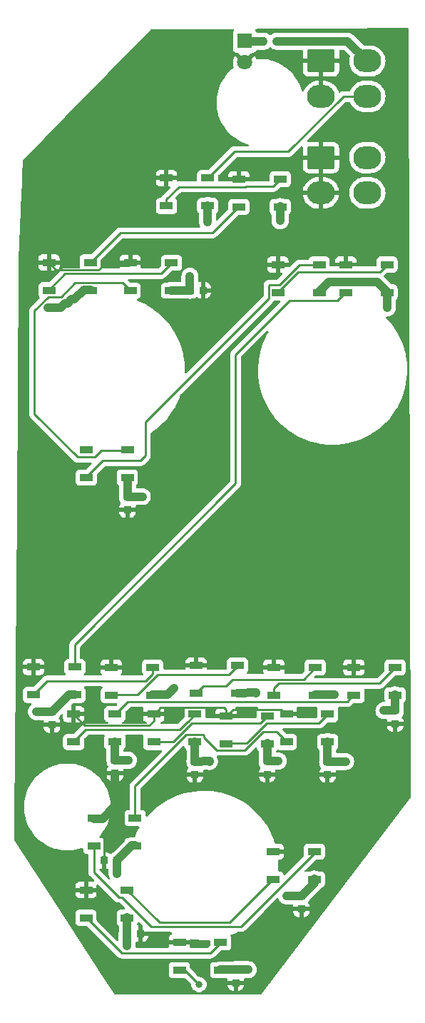
<source format=gbr>
%TF.GenerationSoftware,KiCad,Pcbnew,(6.0.9)*%
%TF.CreationDate,2023-01-06T08:37:15-09:00*%
%TF.ProjectId,APU PANEL,41505520-5041-44e4-954c-2e6b69636164,rev?*%
%TF.SameCoordinates,Original*%
%TF.FileFunction,Copper,L1,Top*%
%TF.FilePolarity,Positive*%
%FSLAX46Y46*%
G04 Gerber Fmt 4.6, Leading zero omitted, Abs format (unit mm)*
G04 Created by KiCad (PCBNEW (6.0.9)) date 2023-01-06 08:37:15*
%MOMM*%
%LPD*%
G01*
G04 APERTURE LIST*
G04 Aperture macros list*
%AMRoundRect*
0 Rectangle with rounded corners*
0 $1 Rounding radius*
0 $2 $3 $4 $5 $6 $7 $8 $9 X,Y pos of 4 corners*
0 Add a 4 corners polygon primitive as box body*
4,1,4,$2,$3,$4,$5,$6,$7,$8,$9,$2,$3,0*
0 Add four circle primitives for the rounded corners*
1,1,$1+$1,$2,$3*
1,1,$1+$1,$4,$5*
1,1,$1+$1,$6,$7*
1,1,$1+$1,$8,$9*
0 Add four rect primitives between the rounded corners*
20,1,$1+$1,$2,$3,$4,$5,0*
20,1,$1+$1,$4,$5,$6,$7,0*
20,1,$1+$1,$6,$7,$8,$9,0*
20,1,$1+$1,$8,$9,$2,$3,0*%
G04 Aperture macros list end*
%TA.AperFunction,SMDPad,CuDef*%
%ADD10R,1.500000X0.900000*%
%TD*%
%TA.AperFunction,SMDPad,CuDef*%
%ADD11RoundRect,0.200000X-0.200000X-0.275000X0.200000X-0.275000X0.200000X0.275000X-0.200000X0.275000X0*%
%TD*%
%TA.AperFunction,SMDPad,CuDef*%
%ADD12RoundRect,0.225000X0.250000X-0.225000X0.250000X0.225000X-0.250000X0.225000X-0.250000X-0.225000X0*%
%TD*%
%TA.AperFunction,SMDPad,CuDef*%
%ADD13RoundRect,0.225000X0.225000X0.250000X-0.225000X0.250000X-0.225000X-0.250000X0.225000X-0.250000X0*%
%TD*%
%TA.AperFunction,SMDPad,CuDef*%
%ADD14RoundRect,0.225000X-0.225000X-0.250000X0.225000X-0.250000X0.225000X0.250000X-0.225000X0.250000X0*%
%TD*%
%TA.AperFunction,ComponentPad*%
%ADD15RoundRect,0.250001X-1.399999X1.099999X-1.399999X-1.099999X1.399999X-1.099999X1.399999X1.099999X0*%
%TD*%
%TA.AperFunction,ComponentPad*%
%ADD16O,3.300000X2.700000*%
%TD*%
%TA.AperFunction,ComponentPad*%
%ADD17R,1.800000X1.800000*%
%TD*%
%TA.AperFunction,ComponentPad*%
%ADD18C,1.800000*%
%TD*%
%TA.AperFunction,ViaPad*%
%ADD19C,0.800000*%
%TD*%
%TA.AperFunction,Conductor*%
%ADD20C,0.250000*%
%TD*%
%TA.AperFunction,Conductor*%
%ADD21C,1.000000*%
%TD*%
G04 APERTURE END LIST*
D10*
%TO.P,D1,1,VDD*%
%TO.N,/LED+5V*%
X86692400Y-73102400D03*
%TO.P,D1,2,DOUT*%
%TO.N,Net-(D1-Pad2)*%
X86692400Y-76402400D03*
%TO.P,D1,3,VSS*%
%TO.N,/LEDGND*%
X91592400Y-76402400D03*
%TO.P,D1,4,DIN*%
%TO.N,/DATAIN*%
X91592400Y-73102400D03*
%TD*%
%TO.P,D2,1,VDD*%
%TO.N,/LED+5V*%
X95289200Y-73229200D03*
%TO.P,D2,2,DOUT*%
%TO.N,Net-(D2-Pad2)*%
X95289200Y-76529200D03*
%TO.P,D2,3,VSS*%
%TO.N,/LEDGND*%
X100189200Y-76529200D03*
%TO.P,D2,4,DIN*%
%TO.N,Net-(D1-Pad2)*%
X100189200Y-73229200D03*
%TD*%
%TO.P,D3,1,VDD*%
%TO.N,/LED+5V*%
X72745600Y-83109600D03*
%TO.P,D3,2,DOUT*%
%TO.N,Net-(D3-Pad2)*%
X72745600Y-86409600D03*
%TO.P,D3,3,VSS*%
%TO.N,/LEDGND*%
X77645600Y-86409600D03*
%TO.P,D3,4,DIN*%
%TO.N,Net-(D2-Pad2)*%
X77645600Y-83109600D03*
%TD*%
%TO.P,D4,1,VDD*%
%TO.N,/LED+5V*%
X82386000Y-83160400D03*
%TO.P,D4,2,DOUT*%
%TO.N,Net-(D20-Pad4)*%
X82386000Y-86460400D03*
%TO.P,D4,3,VSS*%
%TO.N,/LEDGND*%
X87286000Y-86460400D03*
%TO.P,D4,4,DIN*%
%TO.N,Net-(D3-Pad2)*%
X87286000Y-83160400D03*
%TD*%
%TO.P,D5,1,VDD*%
%TO.N,/LED+5V*%
X99923600Y-83363600D03*
%TO.P,D5,2,DOUT*%
%TO.N,Net-(D5-Pad2)*%
X99923600Y-86663600D03*
%TO.P,D5,3,VSS*%
%TO.N,/LEDGND*%
X104823600Y-86663600D03*
%TO.P,D5,4,DIN*%
%TO.N,Net-(D20-Pad2)*%
X104823600Y-83363600D03*
%TD*%
%TO.P,D6,1,VDD*%
%TO.N,/LED+5V*%
X107977600Y-83363600D03*
%TO.P,D6,2,DOUT*%
%TO.N,Net-(D6-Pad2)*%
X107977600Y-86663600D03*
%TO.P,D6,3,VSS*%
%TO.N,/LEDGND*%
X112877600Y-86663600D03*
%TO.P,D6,4,DIN*%
%TO.N,Net-(D5-Pad2)*%
X112877600Y-83363600D03*
%TD*%
%TO.P,D7,1,VDD*%
%TO.N,/LED+5V*%
X70905200Y-131090400D03*
%TO.P,D7,2,DOUT*%
%TO.N,Net-(D7-Pad2)*%
X70905200Y-134390400D03*
%TO.P,D7,3,VSS*%
%TO.N,/LEDGND*%
X75805200Y-134390400D03*
%TO.P,D7,4,DIN*%
%TO.N,Net-(D6-Pad2)*%
X75805200Y-131090400D03*
%TD*%
%TO.P,D8,1,VDD*%
%TO.N,/LED+5V*%
X80150800Y-131141200D03*
%TO.P,D8,2,DOUT*%
%TO.N,Net-(D8-Pad2)*%
X80150800Y-134441200D03*
%TO.P,D8,3,VSS*%
%TO.N,/LEDGND*%
X85050800Y-134441200D03*
%TO.P,D8,4,DIN*%
%TO.N,Net-(D7-Pad2)*%
X85050800Y-131141200D03*
%TD*%
%TO.P,D9,1,VDD*%
%TO.N,/LED+5V*%
X90209200Y-130938000D03*
%TO.P,D9,2,DOUT*%
%TO.N,Net-(D10-Pad4)*%
X90209200Y-134238000D03*
%TO.P,D9,3,VSS*%
%TO.N,/LEDGND*%
X95109200Y-134238000D03*
%TO.P,D9,4,DIN*%
%TO.N,Net-(D8-Pad2)*%
X95109200Y-130938000D03*
%TD*%
%TO.P,D10,1,VDD*%
%TO.N,/LED+5V*%
X99454800Y-131141200D03*
%TO.P,D10,2,DOUT*%
%TO.N,Net-(D10-Pad2)*%
X99454800Y-134441200D03*
%TO.P,D10,3,VSS*%
%TO.N,/LEDGND*%
X104354800Y-134441200D03*
%TO.P,D10,4,DIN*%
%TO.N,Net-(D10-Pad4)*%
X104354800Y-131141200D03*
%TD*%
%TO.P,D11,1,VDD*%
%TO.N,/LED+5V*%
X108954400Y-131141200D03*
%TO.P,D11,2,DOUT*%
%TO.N,Net-(D11-Pad2)*%
X108954400Y-134441200D03*
%TO.P,D11,3,VSS*%
%TO.N,/LEDGND*%
X113854400Y-134441200D03*
%TO.P,D11,4,DIN*%
%TO.N,Net-(D10-Pad2)*%
X113854400Y-131141200D03*
%TD*%
%TO.P,D12,1,VDD*%
%TO.N,/LED+5V*%
X75680400Y-136678400D03*
%TO.P,D12,2,DOUT*%
%TO.N,Net-(D12-Pad2)*%
X75680400Y-139978400D03*
%TO.P,D12,3,VSS*%
%TO.N,/LEDGND*%
X80580400Y-139978400D03*
%TO.P,D12,4,DIN*%
%TO.N,Net-(D11-Pad2)*%
X80580400Y-136678400D03*
%TD*%
%TO.P,D13,1,VDD*%
%TO.N,/LED+5V*%
X85180000Y-136678400D03*
%TO.P,D13,2,DOUT*%
%TO.N,Net-(D13-Pad2)*%
X85180000Y-139978400D03*
%TO.P,D13,3,VSS*%
%TO.N,/LEDGND*%
X90080000Y-139978400D03*
%TO.P,D13,4,DIN*%
%TO.N,Net-(D12-Pad2)*%
X90080000Y-136678400D03*
%TD*%
%TO.P,D14,1,VDD*%
%TO.N,/LED+5V*%
X93765200Y-136881600D03*
%TO.P,D14,2,DOUT*%
%TO.N,Net-(D14-Pad2)*%
X93765200Y-140181600D03*
%TO.P,D14,3,VSS*%
%TO.N,/LEDGND*%
X98665200Y-140181600D03*
%TO.P,D14,4,DIN*%
%TO.N,Net-(D13-Pad2)*%
X98665200Y-136881600D03*
%TD*%
%TO.P,D15,1,VDD*%
%TO.N,/LED+5V*%
X100928000Y-136678400D03*
%TO.P,D15,2,DOUT*%
%TO.N,Net-(D15-Pad2)*%
X100928000Y-139978400D03*
%TO.P,D15,3,VSS*%
%TO.N,/LEDGND*%
X105828000Y-139978400D03*
%TO.P,D15,4,DIN*%
%TO.N,Net-(D14-Pad2)*%
X105828000Y-136678400D03*
%TD*%
%TO.P,D16,1,VDD*%
%TO.N,/LED+5V*%
X78068000Y-149022800D03*
%TO.P,D16,2,DOUT*%
%TO.N,Net-(D16-Pad2)*%
X78068000Y-152322800D03*
%TO.P,D16,3,VSS*%
%TO.N,/LEDGND*%
X82968000Y-152322800D03*
%TO.P,D16,4,DIN*%
%TO.N,Net-(D15-Pad2)*%
X82968000Y-149022800D03*
%TD*%
%TO.P,D17,1,VDD*%
%TO.N,/LED+5V*%
X99353200Y-152985200D03*
%TO.P,D17,2,DOUT*%
%TO.N,Net-(D17-Pad2)*%
X99353200Y-156285200D03*
%TO.P,D17,3,VSS*%
%TO.N,/LEDGND*%
X104253200Y-156285200D03*
%TO.P,D17,4,DIN*%
%TO.N,Net-(D16-Pad2)*%
X104253200Y-152985200D03*
%TD*%
%TO.P,D18,1,VDD*%
%TO.N,/LED+5V*%
X77142000Y-157531600D03*
%TO.P,D18,2,DOUT*%
%TO.N,Net-(D18-Pad2)*%
X77142000Y-160831600D03*
%TO.P,D18,3,VSS*%
%TO.N,/LEDGND*%
X82042000Y-160831600D03*
%TO.P,D18,4,DIN*%
%TO.N,Net-(D17-Pad2)*%
X82042000Y-157531600D03*
%TD*%
%TO.P,D19,1,VDD*%
%TO.N,/LED+5V*%
X88228000Y-163754800D03*
%TO.P,D19,2,DOUT*%
%TO.N,/DATAOUT*%
X88228000Y-167054800D03*
%TO.P,D19,3,VSS*%
%TO.N,/LEDGND*%
X93128000Y-167054800D03*
%TO.P,D19,4,DIN*%
%TO.N,Net-(D18-Pad2)*%
X93128000Y-163754800D03*
%TD*%
%TO.P,D20,1,VDD*%
%TO.N,/LED+5V*%
X77153600Y-105334800D03*
%TO.P,D20,2,DOUT*%
%TO.N,Net-(D20-Pad2)*%
X77153600Y-108634800D03*
%TO.P,D20,3,VSS*%
%TO.N,/LEDGND*%
X82053600Y-108634800D03*
%TO.P,D20,4,DIN*%
%TO.N,Net-(D20-Pad4)*%
X82053600Y-105334800D03*
%TD*%
D11*
%TO.P,R1,1*%
%TO.N,Net-(D21-Pad1)*%
X98176680Y-56875680D03*
%TO.P,R1,2*%
%TO.N,/LEDGND*%
X99826680Y-56875680D03*
%TD*%
D12*
%TO.P,C2,1*%
%TO.N,/LED+5V*%
X94919800Y-168549720D03*
%TO.P,C2,2*%
%TO.N,/LEDGND*%
X94919800Y-166999720D03*
%TD*%
D13*
%TO.P,C3,1*%
%TO.N,/LED+5V*%
X83586720Y-162709860D03*
%TO.P,C3,2*%
%TO.N,/LEDGND*%
X82036720Y-162709860D03*
%TD*%
D12*
%TO.P,C4,1*%
%TO.N,/LED+5V*%
X102715060Y-159807040D03*
%TO.P,C4,2*%
%TO.N,/LEDGND*%
X102715060Y-158257040D03*
%TD*%
D14*
%TO.P,C5,1*%
%TO.N,/LED+5V*%
X79275000Y-154050000D03*
%TO.P,C5,2*%
%TO.N,/LEDGND*%
X80825000Y-154050000D03*
%TD*%
D12*
%TO.P,C6,1*%
%TO.N,/LED+5V*%
X80581500Y-143713500D03*
%TO.P,C6,2*%
%TO.N,/LEDGND*%
X80581500Y-142163500D03*
%TD*%
%TO.P,C7,1*%
%TO.N,/LED+5V*%
X90070940Y-143853200D03*
%TO.P,C7,2*%
%TO.N,/LEDGND*%
X90070940Y-142303200D03*
%TD*%
%TO.P,C8,1*%
%TO.N,/LED+5V*%
X98651060Y-143832880D03*
%TO.P,C8,2*%
%TO.N,/LEDGND*%
X98651060Y-142282880D03*
%TD*%
%TO.P,C9,1*%
%TO.N,/LED+5V*%
X105826560Y-143858380D03*
%TO.P,C9,2*%
%TO.N,/LEDGND*%
X105826560Y-142308380D03*
%TD*%
%TO.P,C10,1*%
%TO.N,/LED+5V*%
X73098660Y-137950340D03*
%TO.P,C10,2*%
%TO.N,/LEDGND*%
X73098660Y-136400340D03*
%TD*%
%TO.P,C11,1*%
%TO.N,/LED+5V*%
X113845340Y-137818160D03*
%TO.P,C11,2*%
%TO.N,/LEDGND*%
X113845340Y-136268160D03*
%TD*%
%TO.P,C12,1*%
%TO.N,/LED+5V*%
X82069940Y-112441120D03*
%TO.P,C12,2*%
%TO.N,/LEDGND*%
X82069940Y-110891120D03*
%TD*%
D13*
%TO.P,C13,1*%
%TO.N,/LED+5V*%
X91046600Y-86418420D03*
%TO.P,C13,2*%
%TO.N,/LEDGND*%
X89496600Y-86418420D03*
%TD*%
D15*
%TO.P,J2,1,Pin_1*%
%TO.N,/LED+5V*%
X105039160Y-70670420D03*
D16*
%TO.P,J2,2,Pin_2*%
X105039160Y-74870420D03*
%TO.P,J2,3,Pin_3*%
%TO.N,/LEDGND*%
X110539160Y-70670420D03*
%TO.P,J2,4,Pin_4*%
%TO.N,/DATAOUT*%
X110539160Y-74870420D03*
%TD*%
D17*
%TO.P,D21,1,K*%
%TO.N,Net-(D21-Pad1)*%
X95999300Y-56855360D03*
D18*
%TO.P,D21,2,A*%
%TO.N,/LED+5V*%
X95999300Y-59395360D03*
%TD*%
D15*
%TO.P,J1,1,Pin_1*%
%TO.N,/LED+5V*%
X105039160Y-59227720D03*
D16*
%TO.P,J1,2,Pin_2*%
X105039160Y-63427720D03*
%TO.P,J1,3,Pin_3*%
%TO.N,/LEDGND*%
X110539160Y-59227720D03*
%TO.P,J1,4,Pin_4*%
%TO.N,/DATAIN*%
X110539160Y-63427720D03*
%TD*%
D19*
%TO.N,/LEDGND*%
X112514380Y-136253220D03*
X91795600Y-142283180D03*
X100944680Y-158224220D03*
X83822540Y-110878620D03*
X96393000Y-166987220D03*
X91564460Y-78325980D03*
X80837500Y-155587500D03*
X107965240Y-142295880D03*
X112892840Y-88516460D03*
X71262240Y-136362440D03*
X97312480Y-134157720D03*
X89484100Y-84734300D03*
X99982020Y-142242540D03*
X100189200Y-78179760D03*
X106609080Y-134391200D03*
X72600000Y-88450000D03*
X87579200Y-133637020D03*
X82181800Y-142151000D03*
X82016600Y-164195760D03*
%TO.N,/DATAOUT*%
X90556080Y-168752520D03*
%TD*%
D20*
%TO.N,Net-(D1-Pad2)*%
X96088200Y-74137520D02*
X96121519Y-74104201D01*
X86692400Y-76352400D02*
X86692400Y-75602400D01*
X88157280Y-74137520D02*
X96088200Y-74137520D01*
X86692400Y-75602400D02*
X88157280Y-74137520D01*
X96121519Y-74104201D02*
X99364199Y-74104201D01*
X99364199Y-74104201D02*
X100189200Y-73279200D01*
%TO.N,Net-(D2-Pad2)*%
X81196520Y-79608680D02*
X77645600Y-83159600D01*
X92159720Y-79608680D02*
X81196520Y-79608680D01*
X95289200Y-76479200D02*
X92159720Y-79608680D01*
%TO.N,Net-(D3-Pad2)*%
X74670589Y-84434611D02*
X86061789Y-84434611D01*
X86061789Y-84434611D02*
X87286000Y-83210400D01*
X72745600Y-86359600D02*
X74670589Y-84434611D01*
%TO.N,Net-(D5-Pad2)*%
X102298599Y-84238601D02*
X112052599Y-84238601D01*
X112052599Y-84238601D02*
X112877600Y-83413600D01*
X99923600Y-86613600D02*
X102298599Y-84238601D01*
%TO.N,Net-(D6-Pad2)*%
X75805200Y-131140400D02*
X75805200Y-128444800D01*
X94900000Y-109350000D02*
X94900000Y-94050000D01*
X75805200Y-128444800D02*
X94900000Y-109350000D01*
X101300000Y-87650000D02*
X106941200Y-87650000D01*
X106941200Y-87650000D02*
X107977600Y-86613600D01*
X94900000Y-94050000D02*
X101300000Y-87650000D01*
%TO.N,Net-(D7-Pad2)*%
X85050800Y-131191200D02*
X85050800Y-131941200D01*
X84233820Y-132758180D02*
X72487420Y-132758180D01*
X85050800Y-131941200D02*
X84233820Y-132758180D01*
X72487420Y-132758180D02*
X70905200Y-134340400D01*
%TO.N,Net-(D8-Pad2)*%
X85612209Y-132016201D02*
X94080999Y-132016201D01*
X80150800Y-134391200D02*
X83237210Y-134391200D01*
X94080999Y-132016201D02*
X95109200Y-130988000D01*
X83237210Y-134391200D02*
X85612209Y-132016201D01*
%TO.N,Net-(D10-Pad4)*%
X102963080Y-132582920D02*
X104354800Y-131191200D01*
X90209200Y-134188000D02*
X91034201Y-133362999D01*
X91034201Y-133362999D02*
X93781581Y-133362999D01*
X93781581Y-133362999D02*
X94561660Y-132582920D01*
X94561660Y-132582920D02*
X102963080Y-132582920D01*
%TO.N,Net-(D10-Pad2)*%
X100063070Y-133032930D02*
X112012670Y-133032930D01*
X99454800Y-133641200D02*
X100063070Y-133032930D01*
X112012670Y-133032930D02*
X113854400Y-131191200D01*
X99454800Y-134391200D02*
X99454800Y-133641200D01*
%TO.N,Net-(D11-Pad2)*%
X108129399Y-135216201D02*
X82092599Y-135216201D01*
X82092599Y-135216201D02*
X80580400Y-136728400D01*
X108954400Y-134391200D02*
X108129399Y-135216201D01*
%TO.N,Net-(D12-Pad2)*%
X89254999Y-137553401D02*
X89217799Y-137553401D01*
X90080000Y-136728400D02*
X89254999Y-137553401D01*
X89217799Y-137553401D02*
X88267540Y-138503660D01*
X88267540Y-138503660D02*
X77105140Y-138503660D01*
X77105140Y-138503660D02*
X75680400Y-139928400D01*
%TO.N,Net-(D13-Pad2)*%
X89688209Y-137756601D02*
X97840199Y-137756601D01*
X87516410Y-139928400D02*
X89688209Y-137756601D01*
X85180000Y-139928400D02*
X87516410Y-139928400D01*
X97840199Y-137756601D02*
X98665200Y-136931600D01*
%TO.N,Net-(D14-Pad2)*%
X104799799Y-137756601D02*
X105828000Y-136728400D01*
X96195080Y-140131600D02*
X98570079Y-137756601D01*
X98570079Y-137756601D02*
X104799799Y-137756601D01*
X93765200Y-140131600D02*
X96195080Y-140131600D01*
%TO.N,Net-(D15-Pad2)*%
X82968000Y-145205398D02*
X82968000Y-149072800D01*
X96006489Y-140956601D02*
X92676281Y-140956601D01*
X91155001Y-139435321D02*
X91155001Y-139168399D01*
X100928000Y-139928400D02*
X99780825Y-138781225D01*
X98181865Y-138781225D02*
X96006489Y-140956601D01*
X89069999Y-139103399D02*
X82968000Y-145205398D01*
X99780825Y-138781225D02*
X98181865Y-138781225D01*
X91155001Y-139168399D02*
X91090001Y-139103399D01*
X91090001Y-139103399D02*
X89069999Y-139103399D01*
X92676281Y-140956601D02*
X91155001Y-139435321D01*
%TO.N,Net-(D16-Pad2)*%
X104253200Y-153170202D02*
X95561583Y-161861819D01*
X78068000Y-155442602D02*
X78068000Y-152272800D01*
X81031999Y-158406601D02*
X78068000Y-155442602D01*
X104253200Y-153035200D02*
X104253200Y-153170202D01*
X95561583Y-161861819D02*
X84889659Y-161861819D01*
X84889659Y-161861819D02*
X81434441Y-158406601D01*
X81434441Y-158406601D02*
X81031999Y-158406601D01*
%TO.N,Net-(D17-Pad2)*%
X99353200Y-156235200D02*
X94176590Y-161411810D01*
X94176590Y-161411810D02*
X85872210Y-161411810D01*
X85872210Y-161411810D02*
X82042000Y-157581600D01*
%TO.N,Net-(D18-Pad2)*%
X77142000Y-160781600D02*
X81381169Y-165020769D01*
X81381169Y-165020769D02*
X91912031Y-165020769D01*
X91912031Y-165020769D02*
X93128000Y-163804800D01*
%TO.N,Net-(D20-Pad4)*%
X71034999Y-101101201D02*
X71034999Y-88848261D01*
X78163601Y-106209801D02*
X76143599Y-106209801D01*
X81510199Y-85534599D02*
X82386000Y-86410400D01*
X72698659Y-87184601D02*
X74198659Y-87184601D01*
X74198659Y-87184601D02*
X75848661Y-85534599D01*
X78988602Y-105384800D02*
X78163601Y-106209801D01*
X82053600Y-105384800D02*
X78988602Y-105384800D01*
X75848661Y-85534599D02*
X81510199Y-85534599D01*
X76143599Y-106209801D02*
X71034999Y-101101201D01*
X71034999Y-88848261D02*
X72698659Y-87184601D01*
%TO.N,Net-(D20-Pad2)*%
X84197540Y-106028140D02*
X84197540Y-102024660D01*
X98913599Y-85788599D02*
X100112191Y-85788599D01*
X83613340Y-106612340D02*
X84197540Y-106028140D01*
X84197540Y-102024660D02*
X98848599Y-87373601D01*
X98848599Y-87373601D02*
X98848599Y-85853599D01*
X98848599Y-85853599D02*
X98913599Y-85788599D01*
X100112191Y-85788599D02*
X102487190Y-83413600D01*
X77153600Y-108584800D02*
X79126060Y-106612340D01*
X79126060Y-106612340D02*
X83613340Y-106612340D01*
X102487190Y-83413600D02*
X104823600Y-83413600D01*
%TO.N,/LED+5V*%
X73570601Y-83984601D02*
X78655601Y-83984601D01*
D21*
X80581500Y-144081500D02*
X80581500Y-143726000D01*
D20*
X85180000Y-136728400D02*
X85180000Y-137478400D01*
X94590201Y-136106599D02*
X100306199Y-136106599D01*
X76970949Y-138018949D02*
X75680400Y-136728400D01*
X72745600Y-83159600D02*
X73570601Y-83984601D01*
X84639451Y-138018949D02*
X76970949Y-138018949D01*
X79192120Y-83448082D02*
X82148318Y-83448082D01*
X93765200Y-136931600D02*
X93765200Y-136181600D01*
X79262500Y-150943298D02*
X80581500Y-149624298D01*
X80581500Y-149624298D02*
X80581500Y-144081500D01*
X93765200Y-136931600D02*
X94590201Y-136106599D01*
X100306199Y-136106599D02*
X100928000Y-136728400D01*
X93765200Y-136181600D02*
X93486999Y-135903399D01*
X79262500Y-154050000D02*
X79262500Y-150943298D01*
X86005001Y-135903399D02*
X85180000Y-136728400D01*
X82148318Y-83448082D02*
X82386000Y-83210400D01*
D21*
X78068000Y-149072800D02*
X79127200Y-149072800D01*
X80581500Y-147618500D02*
X80581500Y-144081500D01*
D20*
X93486999Y-135903399D02*
X86005001Y-135903399D01*
X78655601Y-83984601D02*
X79192120Y-83448082D01*
D21*
X79127200Y-149072800D02*
X80581500Y-147618500D01*
D20*
X85180000Y-137478400D02*
X84639451Y-138018949D01*
%TO.N,/DATAIN*%
X101168861Y-69966840D02*
X94777960Y-69966840D01*
X107707981Y-63427720D02*
X101168861Y-69966840D01*
X110539160Y-63427720D02*
X107707981Y-63427720D01*
X94777960Y-69966840D02*
X91592400Y-73152400D01*
D21*
%TO.N,/LEDGND*%
X96393000Y-166987220D02*
X96393000Y-166987220D01*
X82016600Y-164195760D02*
X82024220Y-164188140D01*
X100944680Y-158224220D02*
X100965000Y-158244540D01*
X82181800Y-142151000D02*
X82181800Y-142151000D01*
X91795600Y-142283180D02*
X91788080Y-142290700D01*
X99982020Y-142242540D02*
X99954180Y-142270380D01*
X107965240Y-142295880D02*
X107965240Y-142295880D01*
X71262240Y-136362440D02*
X71287640Y-136387840D01*
X112514380Y-136253220D02*
X112516820Y-136255660D01*
X83822540Y-110878620D02*
X83822540Y-110878620D01*
X87579200Y-133637020D02*
X87579200Y-133637020D01*
X97312480Y-134157720D02*
X97302120Y-134188000D01*
X106609080Y-134391200D02*
X106609080Y-134391200D01*
X112892840Y-88516460D02*
X112877600Y-88501220D01*
X91564460Y-78325980D02*
X91592400Y-78298040D01*
X100189200Y-78179760D02*
X100189200Y-78179760D01*
X89484100Y-84734300D02*
X89484100Y-84734300D01*
X80837500Y-155587500D02*
X80837500Y-155587500D01*
X72600000Y-88450000D02*
X72600000Y-88450000D01*
X105826560Y-142295880D02*
X107965240Y-142295880D01*
X87286000Y-86410400D02*
X89476080Y-86410400D01*
X77645600Y-86359600D02*
X76890400Y-86359600D01*
X86825020Y-134391200D02*
X87579200Y-133637020D01*
X82042000Y-160781600D02*
X82042000Y-162692080D01*
X105828000Y-142294440D02*
X105826560Y-142295880D01*
X82069940Y-110878620D02*
X82069940Y-108810426D01*
X74950000Y-87950000D02*
X74600000Y-87950000D01*
X94902220Y-167004800D02*
X94919800Y-166987220D01*
X104823600Y-86613600D02*
X104763600Y-86613600D01*
X112877600Y-86613600D02*
X112892840Y-88516460D01*
X94919800Y-166987220D02*
X96393000Y-166987220D01*
X89476080Y-86410400D02*
X89484100Y-86418420D01*
X85050800Y-134391200D02*
X86825020Y-134391200D01*
X105963601Y-85413599D02*
X111677599Y-85413599D01*
X104253200Y-156706400D02*
X102715060Y-158244540D01*
X80580400Y-142149900D02*
X80581500Y-142151000D01*
X82069940Y-108810426D02*
X82174583Y-108705783D01*
X74100000Y-88450000D02*
X73250000Y-88450000D01*
X82968000Y-152272800D02*
X82614700Y-152272800D01*
X98665200Y-140131600D02*
X98665200Y-142256240D01*
X91592400Y-76352400D02*
X91564460Y-78325980D01*
X102715060Y-158244540D02*
X100944680Y-158224220D01*
X75400000Y-87500000D02*
X74950000Y-87950000D01*
X105828000Y-139928400D02*
X105828000Y-142294440D01*
X82024220Y-162709860D02*
X82016600Y-164195760D01*
X111677599Y-85413599D02*
X112877600Y-86613600D01*
X100189200Y-76479200D02*
X100189200Y-78179760D01*
X113845340Y-134400260D02*
X113854400Y-134391200D01*
X82069940Y-110878620D02*
X83822540Y-110878620D01*
X99789180Y-56875680D02*
X108187120Y-56875680D01*
X73250000Y-88450000D02*
X72600000Y-88450000D01*
X98665200Y-142256240D02*
X98651060Y-142270380D01*
X75146100Y-134340400D02*
X73098660Y-136387840D01*
X73098660Y-136387840D02*
X71262240Y-136362440D01*
X98651060Y-142270380D02*
X99982020Y-142242540D01*
X80837500Y-154050000D02*
X80837500Y-155587500D01*
X104253200Y-156235200D02*
X104253200Y-156706400D01*
X93128000Y-167004800D02*
X94902220Y-167004800D01*
X104763600Y-86613600D02*
X105963601Y-85413599D01*
X80581500Y-142151000D02*
X82181800Y-142151000D01*
X90070940Y-142290700D02*
X91795600Y-142283180D01*
X108187120Y-56875680D02*
X110539160Y-59227720D01*
X82042000Y-162692080D02*
X82024220Y-162709860D01*
X89484100Y-86418420D02*
X89484100Y-84734300D01*
X76890400Y-86359600D02*
X75750000Y-87500000D01*
X74600000Y-87950000D02*
X74100000Y-88450000D01*
X113845340Y-136255660D02*
X112514380Y-136253220D01*
X80580400Y-139928400D02*
X80580400Y-142149900D01*
X75750000Y-87500000D02*
X75400000Y-87500000D01*
X113845340Y-136255660D02*
X113845340Y-134400260D01*
X90080000Y-142281640D02*
X90070940Y-142290700D01*
X95109200Y-134188000D02*
X97312480Y-134157720D01*
X75805200Y-134340400D02*
X75146100Y-134340400D01*
X104354800Y-134391200D02*
X106609080Y-134391200D01*
X90080000Y-139928400D02*
X90080000Y-142281640D01*
X82614700Y-152272800D02*
X80837500Y-154050000D01*
D20*
%TO.N,/DATAOUT*%
X90556080Y-168752520D02*
X90556080Y-168752520D01*
X88228000Y-167004800D02*
X88808360Y-167004800D01*
X88808360Y-167004800D02*
X90556080Y-168752520D01*
D21*
%TO.N,Net-(D21-Pad1)*%
X98214180Y-56875680D02*
X96019620Y-56875680D01*
X96019620Y-56875680D02*
X95999300Y-56855360D01*
%TD*%
%TA.AperFunction,Conductor*%
%TO.N,/LED+5V*%
G36*
X115411264Y-55344453D02*
G01*
X115458017Y-55397882D01*
X115469659Y-55450432D01*
X115721309Y-146497524D01*
X115701495Y-146565700D01*
X115695721Y-146573987D01*
X98032389Y-169875615D01*
X97975298Y-169917819D01*
X97931977Y-169925500D01*
X80607981Y-169925500D01*
X80539860Y-169905498D01*
X80502396Y-169868260D01*
X78994595Y-167552934D01*
X86969500Y-167552934D01*
X86976255Y-167615116D01*
X87027385Y-167751505D01*
X87114739Y-167868061D01*
X87231295Y-167955415D01*
X87367684Y-168006545D01*
X87429866Y-168013300D01*
X88868766Y-168013300D01*
X88936887Y-168033302D01*
X88957861Y-168050205D01*
X89608958Y-168701302D01*
X89642984Y-168763614D01*
X89645172Y-168777223D01*
X89662538Y-168942448D01*
X89721553Y-169124076D01*
X89817040Y-169289464D01*
X89944827Y-169431386D01*
X90099328Y-169543638D01*
X90105356Y-169546322D01*
X90105358Y-169546323D01*
X90267761Y-169618629D01*
X90273792Y-169621314D01*
X90367193Y-169641167D01*
X90454136Y-169659648D01*
X90454141Y-169659648D01*
X90460593Y-169661020D01*
X90651567Y-169661020D01*
X90658019Y-169659648D01*
X90658024Y-169659648D01*
X90744967Y-169641167D01*
X90838368Y-169621314D01*
X90844399Y-169618629D01*
X91006802Y-169546323D01*
X91006804Y-169546322D01*
X91012832Y-169543638D01*
X91167333Y-169431386D01*
X91295120Y-169289464D01*
X91390607Y-169124076D01*
X91449622Y-168942448D01*
X91462476Y-168820158D01*
X93936800Y-168820158D01*
X93937137Y-168826673D01*
X93946694Y-168918777D01*
X93949588Y-168932176D01*
X93999181Y-169080827D01*
X94005355Y-169094006D01*
X94087588Y-169226893D01*
X94096624Y-169238294D01*
X94207229Y-169348706D01*
X94218640Y-169357718D01*
X94351680Y-169439724D01*
X94364861Y-169445871D01*
X94513614Y-169495211D01*
X94526990Y-169498078D01*
X94617897Y-169507392D01*
X94624313Y-169507720D01*
X94647685Y-169507720D01*
X94662924Y-169503245D01*
X94664129Y-169501855D01*
X94665800Y-169494172D01*
X94665800Y-169489605D01*
X95173800Y-169489605D01*
X95178275Y-169504844D01*
X95179665Y-169506049D01*
X95187348Y-169507720D01*
X95215238Y-169507720D01*
X95221753Y-169507383D01*
X95313857Y-169497826D01*
X95327256Y-169494932D01*
X95475907Y-169445339D01*
X95489086Y-169439165D01*
X95621973Y-169356932D01*
X95633374Y-169347896D01*
X95743786Y-169237291D01*
X95752798Y-169225880D01*
X95834804Y-169092840D01*
X95840951Y-169079659D01*
X95890291Y-168930906D01*
X95893158Y-168917530D01*
X95902472Y-168826623D01*
X95902729Y-168821594D01*
X95898325Y-168806596D01*
X95896935Y-168805391D01*
X95889252Y-168803720D01*
X95191915Y-168803720D01*
X95176676Y-168808195D01*
X95175471Y-168809585D01*
X95173800Y-168817268D01*
X95173800Y-169489605D01*
X94665800Y-169489605D01*
X94665800Y-168821835D01*
X94661325Y-168806596D01*
X94659935Y-168805391D01*
X94652252Y-168803720D01*
X93954915Y-168803720D01*
X93939676Y-168808195D01*
X93938471Y-168809585D01*
X93936800Y-168817268D01*
X93936800Y-168820158D01*
X91462476Y-168820158D01*
X91463901Y-168806596D01*
X91468894Y-168759085D01*
X91469584Y-168752520D01*
X91449622Y-168562592D01*
X91390607Y-168380964D01*
X91295120Y-168215576D01*
X91250222Y-168165711D01*
X91171755Y-168078565D01*
X91171754Y-168078564D01*
X91167333Y-168073654D01*
X91062844Y-167997738D01*
X91018174Y-167965283D01*
X91018173Y-167965282D01*
X91012832Y-167961402D01*
X91006804Y-167958718D01*
X91006802Y-167958717D01*
X90844399Y-167886411D01*
X90844398Y-167886411D01*
X90838368Y-167883726D01*
X90744967Y-167863873D01*
X90658024Y-167845392D01*
X90658019Y-167845392D01*
X90651567Y-167844020D01*
X90595675Y-167844020D01*
X90527554Y-167824018D01*
X90506580Y-167807115D01*
X90252399Y-167552934D01*
X91869500Y-167552934D01*
X91876255Y-167615116D01*
X91927385Y-167751505D01*
X92014739Y-167868061D01*
X92131295Y-167955415D01*
X92267684Y-168006545D01*
X92329866Y-168013300D01*
X93826713Y-168013300D01*
X93894834Y-168033302D01*
X93941327Y-168086958D01*
X93951431Y-168157232D01*
X93949914Y-168165711D01*
X93946442Y-168181908D01*
X93937128Y-168272817D01*
X93936871Y-168277846D01*
X93941275Y-168292844D01*
X93942665Y-168294049D01*
X93950348Y-168295720D01*
X95884685Y-168295720D01*
X95899924Y-168291245D01*
X95901129Y-168289855D01*
X95902800Y-168282172D01*
X95902800Y-168279282D01*
X95902463Y-168272767D01*
X95892906Y-168180663D01*
X95890011Y-168167259D01*
X95888122Y-168161597D01*
X95885536Y-168090647D01*
X95921720Y-168029563D01*
X95985184Y-167997738D01*
X96007645Y-167995720D01*
X96442769Y-167995720D01*
X96445825Y-167995420D01*
X96445832Y-167995420D01*
X96504340Y-167989683D01*
X96589833Y-167981300D01*
X96595734Y-167979518D01*
X96595736Y-167979518D01*
X96693407Y-167950029D01*
X96779169Y-167924136D01*
X96953796Y-167831286D01*
X97061926Y-167743097D01*
X97102287Y-167710180D01*
X97102290Y-167710177D01*
X97107062Y-167706285D01*
X97188983Y-167607260D01*
X97229201Y-167558645D01*
X97229203Y-167558641D01*
X97233130Y-167553895D01*
X97327198Y-167379921D01*
X97385682Y-167190988D01*
X97406355Y-166994295D01*
X97388430Y-166797332D01*
X97385400Y-166787035D01*
X97334330Y-166613514D01*
X97332590Y-166607601D01*
X97240960Y-166432330D01*
X97117032Y-166278195D01*
X96965526Y-166151066D01*
X96960128Y-166148099D01*
X96960123Y-166148095D01*
X96816820Y-166069315D01*
X96792213Y-166055787D01*
X96786346Y-166053926D01*
X96786344Y-166053925D01*
X96609564Y-165997847D01*
X96609563Y-165997847D01*
X96603694Y-165995985D01*
X96449773Y-165978720D01*
X94981643Y-165978720D01*
X94968036Y-165977983D01*
X94936538Y-165974561D01*
X94936533Y-165974561D01*
X94930412Y-165973896D01*
X94904162Y-165976193D01*
X94880412Y-165978270D01*
X94875586Y-165978599D01*
X94873114Y-165978720D01*
X94870031Y-165978720D01*
X94858062Y-165979894D01*
X94827294Y-165982910D01*
X94825981Y-165983032D01*
X94781716Y-165986905D01*
X94733387Y-165991133D01*
X94728268Y-165992620D01*
X94722967Y-165993140D01*
X94721359Y-165993625D01*
X94721232Y-165992947D01*
X94697671Y-165996300D01*
X93078231Y-165996300D01*
X93075175Y-165996600D01*
X93075168Y-165996600D01*
X93016660Y-166002337D01*
X92931167Y-166010720D01*
X92925266Y-166012502D01*
X92925264Y-166012502D01*
X92851947Y-166034638D01*
X92741831Y-166067884D01*
X92736392Y-166070776D01*
X92716125Y-166081552D01*
X92656972Y-166096300D01*
X92329866Y-166096300D01*
X92267684Y-166103055D01*
X92131295Y-166154185D01*
X92014739Y-166241539D01*
X91927385Y-166358095D01*
X91876255Y-166494484D01*
X91869500Y-166556666D01*
X91869500Y-167552934D01*
X90252399Y-167552934D01*
X89523405Y-166823940D01*
X89489379Y-166761628D01*
X89486500Y-166734845D01*
X89486500Y-166556666D01*
X89479745Y-166494484D01*
X89428615Y-166358095D01*
X89341261Y-166241539D01*
X89224705Y-166154185D01*
X89088316Y-166103055D01*
X89026134Y-166096300D01*
X87429866Y-166096300D01*
X87367684Y-166103055D01*
X87231295Y-166154185D01*
X87114739Y-166241539D01*
X87027385Y-166358095D01*
X86976255Y-166494484D01*
X86969500Y-166556666D01*
X86969500Y-167552934D01*
X78994595Y-167552934D01*
X72790582Y-158026269D01*
X75884001Y-158026269D01*
X75884371Y-158033090D01*
X75889895Y-158083952D01*
X75893521Y-158099204D01*
X75938676Y-158219654D01*
X75947214Y-158235249D01*
X76023715Y-158337324D01*
X76036276Y-158349885D01*
X76138351Y-158426386D01*
X76153946Y-158434924D01*
X76274394Y-158480078D01*
X76289649Y-158483705D01*
X76340514Y-158489231D01*
X76347328Y-158489600D01*
X76869885Y-158489600D01*
X76885124Y-158485125D01*
X76886329Y-158483735D01*
X76888000Y-158476052D01*
X76888000Y-158471484D01*
X77396000Y-158471484D01*
X77400475Y-158486723D01*
X77401865Y-158487928D01*
X77409548Y-158489599D01*
X77936669Y-158489599D01*
X77943490Y-158489229D01*
X77994352Y-158483705D01*
X78009604Y-158480079D01*
X78130054Y-158434924D01*
X78145649Y-158426386D01*
X78247724Y-158349885D01*
X78260285Y-158337324D01*
X78336786Y-158235249D01*
X78345324Y-158219654D01*
X78390478Y-158099206D01*
X78394105Y-158083951D01*
X78399631Y-158033086D01*
X78400000Y-158026272D01*
X78400000Y-157803715D01*
X78395525Y-157788476D01*
X78394135Y-157787271D01*
X78386452Y-157785600D01*
X77414115Y-157785600D01*
X77398876Y-157790075D01*
X77397671Y-157791465D01*
X77396000Y-157799148D01*
X77396000Y-158471484D01*
X76888000Y-158471484D01*
X76888000Y-157803715D01*
X76883525Y-157788476D01*
X76882135Y-157787271D01*
X76874452Y-157785600D01*
X75902116Y-157785600D01*
X75886877Y-157790075D01*
X75885672Y-157791465D01*
X75884001Y-157799148D01*
X75884001Y-158026269D01*
X72790582Y-158026269D01*
X72291232Y-157259485D01*
X75884000Y-157259485D01*
X75888475Y-157274724D01*
X75889865Y-157275929D01*
X75897548Y-157277600D01*
X76869885Y-157277600D01*
X76885124Y-157273125D01*
X76886329Y-157271735D01*
X76888000Y-157264052D01*
X76888000Y-156591716D01*
X76883525Y-156576477D01*
X76882135Y-156575272D01*
X76874452Y-156573601D01*
X76347331Y-156573601D01*
X76340510Y-156573971D01*
X76289648Y-156579495D01*
X76274396Y-156583121D01*
X76153946Y-156628276D01*
X76138351Y-156636814D01*
X76036276Y-156713315D01*
X76023715Y-156725876D01*
X75947214Y-156827951D01*
X75938676Y-156843546D01*
X75893522Y-156963994D01*
X75889895Y-156979249D01*
X75884369Y-157030114D01*
X75884000Y-157036928D01*
X75884000Y-157259485D01*
X72291232Y-157259485D01*
X68653122Y-151672930D01*
X68632710Y-151603231D01*
X68732430Y-138220778D01*
X72115660Y-138220778D01*
X72115997Y-138227293D01*
X72125554Y-138319397D01*
X72128448Y-138332796D01*
X72178041Y-138481447D01*
X72184215Y-138494626D01*
X72266448Y-138627513D01*
X72275484Y-138638914D01*
X72386089Y-138749326D01*
X72397500Y-138758338D01*
X72530540Y-138840344D01*
X72543721Y-138846491D01*
X72692474Y-138895831D01*
X72705850Y-138898698D01*
X72796757Y-138908012D01*
X72803173Y-138908340D01*
X72826545Y-138908340D01*
X72841784Y-138903865D01*
X72842989Y-138902475D01*
X72844660Y-138894792D01*
X72844660Y-138890225D01*
X73352660Y-138890225D01*
X73357135Y-138905464D01*
X73358525Y-138906669D01*
X73366208Y-138908340D01*
X73394098Y-138908340D01*
X73400613Y-138908003D01*
X73492717Y-138898446D01*
X73506116Y-138895552D01*
X73654767Y-138845959D01*
X73667946Y-138839785D01*
X73800833Y-138757552D01*
X73812234Y-138748516D01*
X73922646Y-138637911D01*
X73931658Y-138626500D01*
X74013664Y-138493460D01*
X74019811Y-138480279D01*
X74069151Y-138331526D01*
X74072018Y-138318150D01*
X74081332Y-138227243D01*
X74081589Y-138222214D01*
X74077185Y-138207216D01*
X74075795Y-138206011D01*
X74068112Y-138204340D01*
X73370775Y-138204340D01*
X73355536Y-138208815D01*
X73354331Y-138210205D01*
X73352660Y-138217888D01*
X73352660Y-138890225D01*
X72844660Y-138890225D01*
X72844660Y-138222455D01*
X72840185Y-138207216D01*
X72838795Y-138206011D01*
X72831112Y-138204340D01*
X72133775Y-138204340D01*
X72118536Y-138208815D01*
X72117331Y-138210205D01*
X72115660Y-138217888D01*
X72115660Y-138220778D01*
X68732430Y-138220778D01*
X68757260Y-134888534D01*
X69646700Y-134888534D01*
X69653455Y-134950716D01*
X69704585Y-135087105D01*
X69791939Y-135203661D01*
X69908495Y-135291015D01*
X70044884Y-135342145D01*
X70107066Y-135348900D01*
X70555453Y-135348900D01*
X70623574Y-135368902D01*
X70670067Y-135422558D01*
X70680171Y-135492832D01*
X70650677Y-135557412D01*
X70634743Y-135572824D01*
X70632147Y-135574926D01*
X70631135Y-135575737D01*
X70563025Y-135629735D01*
X70563022Y-135629738D01*
X70558191Y-135633568D01*
X70554779Y-135637578D01*
X70550693Y-135640887D01*
X70498126Y-135703981D01*
X70491223Y-135712266D01*
X70490407Y-135713236D01*
X70430027Y-135784200D01*
X70427457Y-135788799D01*
X70424094Y-135792836D01*
X70379501Y-135874624D01*
X70379013Y-135875507D01*
X70372729Y-135886755D01*
X70337883Y-135949124D01*
X70333562Y-135956857D01*
X70331937Y-135961861D01*
X70329418Y-135966481D01*
X70301542Y-136055435D01*
X70301218Y-136056449D01*
X70272471Y-136144963D01*
X70271849Y-136150185D01*
X70270275Y-136155208D01*
X70269610Y-136161327D01*
X70269609Y-136161333D01*
X70260230Y-136247676D01*
X70260086Y-136248948D01*
X70249080Y-136341351D01*
X70249484Y-136346596D01*
X70248916Y-136351828D01*
X70249452Y-136357956D01*
X70249452Y-136357960D01*
X70257030Y-136444585D01*
X70257136Y-136445881D01*
X70258714Y-136466354D01*
X70264279Y-136538543D01*
X70265694Y-136543609D01*
X70266153Y-136548853D01*
X70267873Y-136554773D01*
X70292099Y-136638163D01*
X70292456Y-136639414D01*
X70314509Y-136718356D01*
X70317490Y-136729028D01*
X70319864Y-136733726D01*
X70321331Y-136738776D01*
X70324165Y-136744243D01*
X70324168Y-136744251D01*
X70364133Y-136821350D01*
X70364726Y-136822510D01*
X70403902Y-136900041D01*
X70403908Y-136900051D01*
X70406687Y-136905550D01*
X70409928Y-136909697D01*
X70412348Y-136914366D01*
X70416191Y-136919180D01*
X70470420Y-136987112D01*
X70471227Y-136988135D01*
X70485129Y-137005924D01*
X70528471Y-137061384D01*
X70570628Y-137097763D01*
X70572246Y-137099159D01*
X70579023Y-137105457D01*
X70609715Y-137136149D01*
X70612092Y-137138102D01*
X70612097Y-137138106D01*
X70641084Y-137161916D01*
X70723901Y-137229943D01*
X70898203Y-137323402D01*
X70979401Y-137348227D01*
X71081440Y-137379424D01*
X71081442Y-137379424D01*
X71087338Y-137381227D01*
X71145191Y-137387104D01*
X71277974Y-137400592D01*
X71277979Y-137400592D01*
X71284102Y-137401214D01*
X71466975Y-137383927D01*
X71474867Y-137383181D01*
X71474868Y-137383181D01*
X71481002Y-137382601D01*
X71486911Y-137380840D01*
X71486914Y-137380839D01*
X71489914Y-137379945D01*
X71527644Y-137374708D01*
X71752544Y-137377818D01*
X72017622Y-137381485D01*
X72085458Y-137402426D01*
X72131204Y-137456720D01*
X72140336Y-137527127D01*
X72135471Y-137547139D01*
X72128170Y-137569151D01*
X72125302Y-137582530D01*
X72115988Y-137673437D01*
X72115731Y-137678466D01*
X72120135Y-137693464D01*
X72121525Y-137694669D01*
X72129208Y-137696340D01*
X74063545Y-137696340D01*
X74078784Y-137691865D01*
X74079989Y-137690475D01*
X74081660Y-137682792D01*
X74081660Y-137679902D01*
X74081323Y-137673387D01*
X74071766Y-137581283D01*
X74068872Y-137567884D01*
X74019279Y-137419233D01*
X74013105Y-137406054D01*
X73930872Y-137273167D01*
X73917289Y-137256029D01*
X73919219Y-137254499D01*
X73890757Y-137202460D01*
X73895773Y-137131641D01*
X73919459Y-137094723D01*
X73918503Y-137093968D01*
X73923041Y-137088222D01*
X73928212Y-137083042D01*
X73939082Y-137065408D01*
X74014122Y-136943671D01*
X74014123Y-136943669D01*
X74017962Y-136937441D01*
X74029743Y-136901922D01*
X74060240Y-136852495D01*
X74207306Y-136705429D01*
X74269616Y-136671405D01*
X74340432Y-136676469D01*
X74397268Y-136719016D01*
X74422079Y-136785536D01*
X74422400Y-136794525D01*
X74422401Y-137173068D01*
X74422771Y-137179890D01*
X74428295Y-137230752D01*
X74431921Y-137246004D01*
X74477076Y-137366454D01*
X74485614Y-137382049D01*
X74562115Y-137484124D01*
X74574676Y-137496685D01*
X74676751Y-137573186D01*
X74692346Y-137581724D01*
X74812794Y-137626878D01*
X74828049Y-137630505D01*
X74878914Y-137636031D01*
X74885728Y-137636400D01*
X75408285Y-137636400D01*
X75423524Y-137631925D01*
X75424729Y-137630535D01*
X75426400Y-137622852D01*
X75426400Y-137618284D01*
X75934400Y-137618284D01*
X75938875Y-137633523D01*
X75940265Y-137634728D01*
X75947948Y-137636399D01*
X76475069Y-137636399D01*
X76481890Y-137636029D01*
X76532752Y-137630505D01*
X76548004Y-137626879D01*
X76668454Y-137581724D01*
X76684049Y-137573186D01*
X76786124Y-137496685D01*
X76798685Y-137484124D01*
X76875186Y-137382049D01*
X76883724Y-137366454D01*
X76928878Y-137246006D01*
X76932505Y-137230751D01*
X76938031Y-137179886D01*
X76938400Y-137173072D01*
X76938400Y-136950515D01*
X76933925Y-136935276D01*
X76932535Y-136934071D01*
X76924852Y-136932400D01*
X75952515Y-136932400D01*
X75937276Y-136936875D01*
X75936071Y-136938265D01*
X75934400Y-136945948D01*
X75934400Y-137618284D01*
X75426400Y-137618284D01*
X75426400Y-136406285D01*
X75934400Y-136406285D01*
X75938875Y-136421524D01*
X75940265Y-136422729D01*
X75947948Y-136424400D01*
X76920284Y-136424400D01*
X76935523Y-136419925D01*
X76936728Y-136418535D01*
X76938399Y-136410852D01*
X76938399Y-136183731D01*
X76938029Y-136176910D01*
X76932505Y-136126048D01*
X76928879Y-136110796D01*
X76883724Y-135990346D01*
X76875186Y-135974751D01*
X76798685Y-135872676D01*
X76786124Y-135860115D01*
X76684049Y-135783614D01*
X76668454Y-135775076D01*
X76548006Y-135729922D01*
X76532751Y-135726295D01*
X76481886Y-135720769D01*
X76475072Y-135720400D01*
X75952515Y-135720400D01*
X75937276Y-135724875D01*
X75936071Y-135726265D01*
X75934400Y-135733948D01*
X75934400Y-136406285D01*
X75426400Y-136406285D01*
X75426400Y-135738516D01*
X75421925Y-135723277D01*
X75399656Y-135703981D01*
X75361272Y-135644255D01*
X75361272Y-135573258D01*
X75393073Y-135519661D01*
X75526929Y-135385805D01*
X75589241Y-135351779D01*
X75616024Y-135348900D01*
X76603334Y-135348900D01*
X76665516Y-135342145D01*
X76801905Y-135291015D01*
X76918461Y-135203661D01*
X77005815Y-135087105D01*
X77056945Y-134950716D01*
X77063700Y-134888534D01*
X77063700Y-133892266D01*
X77056945Y-133830084D01*
X77005815Y-133693695D01*
X76946771Y-133614913D01*
X76930532Y-133593245D01*
X76905684Y-133526739D01*
X76920737Y-133457356D01*
X76970911Y-133407126D01*
X77031358Y-133391680D01*
X78974560Y-133391680D01*
X79042681Y-133411682D01*
X79089174Y-133465338D01*
X79099278Y-133535612D01*
X79069784Y-133600192D01*
X79050128Y-133618504D01*
X79037539Y-133627939D01*
X78950185Y-133744495D01*
X78899055Y-133880884D01*
X78892300Y-133943066D01*
X78892300Y-134939334D01*
X78899055Y-135001516D01*
X78950185Y-135137905D01*
X79037539Y-135254461D01*
X79154095Y-135341815D01*
X79290484Y-135392945D01*
X79352666Y-135399700D01*
X80709005Y-135399700D01*
X80777126Y-135419702D01*
X80823619Y-135473358D01*
X80833723Y-135543632D01*
X80804229Y-135608212D01*
X80798100Y-135614795D01*
X80729900Y-135682995D01*
X80667588Y-135717021D01*
X80640805Y-135719900D01*
X79782266Y-135719900D01*
X79720084Y-135726655D01*
X79583695Y-135777785D01*
X79467139Y-135865139D01*
X79379785Y-135981695D01*
X79328655Y-136118084D01*
X79321900Y-136180266D01*
X79321900Y-137176534D01*
X79328655Y-137238716D01*
X79379785Y-137375105D01*
X79467139Y-137491661D01*
X79583695Y-137579015D01*
X79592103Y-137582167D01*
X79709502Y-137626178D01*
X79766266Y-137668820D01*
X79790966Y-137735381D01*
X79775759Y-137804730D01*
X79725473Y-137854848D01*
X79665272Y-137870160D01*
X77183908Y-137870160D01*
X77172725Y-137869633D01*
X77165232Y-137867958D01*
X77157306Y-137868207D01*
X77157305Y-137868207D01*
X77097142Y-137870098D01*
X77093184Y-137870160D01*
X77065284Y-137870160D01*
X77061294Y-137870664D01*
X77049460Y-137871596D01*
X77005251Y-137872986D01*
X76997635Y-137875199D01*
X76997633Y-137875199D01*
X76985792Y-137878639D01*
X76966433Y-137882648D01*
X76965123Y-137882814D01*
X76946343Y-137885186D01*
X76938977Y-137888102D01*
X76938971Y-137888104D01*
X76905238Y-137901460D01*
X76894008Y-137905305D01*
X76859157Y-137915430D01*
X76851547Y-137917641D01*
X76844724Y-137921676D01*
X76834106Y-137927955D01*
X76816353Y-137936652D01*
X76808708Y-137939679D01*
X76797523Y-137944108D01*
X76791108Y-137948769D01*
X76761752Y-137970097D01*
X76751835Y-137976611D01*
X76713778Y-137999118D01*
X76699457Y-138013439D01*
X76684424Y-138026279D01*
X76668033Y-138038188D01*
X76662983Y-138044292D01*
X76662978Y-138044297D01*
X76639847Y-138072258D01*
X76631857Y-138081039D01*
X75729899Y-138982996D01*
X75667587Y-139017021D01*
X75640804Y-139019900D01*
X74882266Y-139019900D01*
X74820084Y-139026655D01*
X74683695Y-139077785D01*
X74567139Y-139165139D01*
X74479785Y-139281695D01*
X74428655Y-139418084D01*
X74421900Y-139480266D01*
X74421900Y-140476534D01*
X74428655Y-140538716D01*
X74479785Y-140675105D01*
X74567139Y-140791661D01*
X74683695Y-140879015D01*
X74820084Y-140930145D01*
X74882266Y-140936900D01*
X76478534Y-140936900D01*
X76540716Y-140930145D01*
X76677105Y-140879015D01*
X76793661Y-140791661D01*
X76881015Y-140675105D01*
X76932145Y-140538716D01*
X76938900Y-140476534D01*
X76938900Y-139617994D01*
X76958902Y-139549873D01*
X76975805Y-139528899D01*
X77330639Y-139174065D01*
X77392951Y-139140039D01*
X77419734Y-139137160D01*
X79252170Y-139137160D01*
X79320291Y-139157162D01*
X79366784Y-139210818D01*
X79376888Y-139281092D01*
X79370152Y-139307389D01*
X79331429Y-139410682D01*
X79331427Y-139410688D01*
X79328655Y-139418084D01*
X79321900Y-139480266D01*
X79321900Y-140476534D01*
X79328655Y-140538716D01*
X79379785Y-140675105D01*
X79467139Y-140791661D01*
X79474319Y-140797042D01*
X79521465Y-140832376D01*
X79563980Y-140889235D01*
X79571900Y-140933202D01*
X79571900Y-142088057D01*
X79571163Y-142101664D01*
X79567076Y-142139288D01*
X79568533Y-142155944D01*
X79571450Y-142189288D01*
X79571779Y-142194114D01*
X79571900Y-142196586D01*
X79571900Y-142199669D01*
X79572201Y-142202737D01*
X79576090Y-142242406D01*
X79576212Y-142243719D01*
X79579368Y-142279786D01*
X79584313Y-142336313D01*
X79585800Y-142341432D01*
X79586320Y-142346733D01*
X79588103Y-142352638D01*
X79588103Y-142352639D01*
X79592622Y-142367606D01*
X79598000Y-142404024D01*
X79598000Y-142437232D01*
X79608613Y-142539519D01*
X79610795Y-142546059D01*
X79652934Y-142672363D01*
X79662744Y-142701768D01*
X79666596Y-142707992D01*
X79666596Y-142707993D01*
X79740471Y-142827373D01*
X79752748Y-142847213D01*
X79757930Y-142852386D01*
X79762477Y-142858123D01*
X79760670Y-142859555D01*
X79789402Y-142912075D01*
X79784392Y-142982895D01*
X79761001Y-143019353D01*
X79762052Y-143020183D01*
X79748502Y-143037340D01*
X79666496Y-143170380D01*
X79660349Y-143183561D01*
X79611009Y-143332314D01*
X79608142Y-143345690D01*
X79598828Y-143436597D01*
X79598571Y-143441626D01*
X79602975Y-143456624D01*
X79604365Y-143457829D01*
X79612048Y-143459500D01*
X81546385Y-143459500D01*
X81561624Y-143455025D01*
X81562829Y-143453635D01*
X81564500Y-143445952D01*
X81564500Y-143443062D01*
X81564163Y-143436547D01*
X81554606Y-143344443D01*
X81551711Y-143331039D01*
X81549822Y-143325377D01*
X81547236Y-143254427D01*
X81583420Y-143193343D01*
X81646884Y-143161518D01*
X81669345Y-143159500D01*
X82231569Y-143159500D01*
X82234625Y-143159200D01*
X82234632Y-143159200D01*
X82293140Y-143153463D01*
X82378633Y-143145080D01*
X82384534Y-143143298D01*
X82384536Y-143143298D01*
X82471883Y-143116926D01*
X82567969Y-143087916D01*
X82742596Y-142995066D01*
X82844353Y-142912075D01*
X82891087Y-142873960D01*
X82891090Y-142873957D01*
X82895862Y-142870065D01*
X82904557Y-142859555D01*
X83018001Y-142722425D01*
X83018003Y-142722421D01*
X83021930Y-142717675D01*
X83115998Y-142543701D01*
X83174482Y-142354768D01*
X83175350Y-142346509D01*
X83194511Y-142164204D01*
X83194511Y-142164202D01*
X83195155Y-142158075D01*
X83180342Y-141995305D01*
X83177789Y-141967251D01*
X83177788Y-141967248D01*
X83177230Y-141961112D01*
X83172464Y-141944916D01*
X83123130Y-141777294D01*
X83121390Y-141771381D01*
X83118222Y-141765320D01*
X83032613Y-141601568D01*
X83029760Y-141596110D01*
X82905832Y-141441975D01*
X82754326Y-141314846D01*
X82748928Y-141311879D01*
X82748923Y-141311875D01*
X82586408Y-141222533D01*
X82586409Y-141222533D01*
X82581013Y-141219567D01*
X82575146Y-141217706D01*
X82575144Y-141217705D01*
X82398364Y-141161627D01*
X82398363Y-141161627D01*
X82392494Y-141159765D01*
X82238573Y-141142500D01*
X81714900Y-141142500D01*
X81646779Y-141122498D01*
X81600286Y-141068842D01*
X81588900Y-141016500D01*
X81588900Y-140933202D01*
X81608902Y-140865081D01*
X81639335Y-140832376D01*
X81686481Y-140797042D01*
X81693661Y-140791661D01*
X81781015Y-140675105D01*
X81832145Y-140538716D01*
X81838900Y-140476534D01*
X81838900Y-139480266D01*
X81832145Y-139418084D01*
X81829373Y-139410688D01*
X81829371Y-139410682D01*
X81790648Y-139307389D01*
X81785465Y-139236582D01*
X81819386Y-139174213D01*
X81881642Y-139140084D01*
X81908630Y-139137160D01*
X83851770Y-139137160D01*
X83919891Y-139157162D01*
X83966384Y-139210818D01*
X83976488Y-139281092D01*
X83969752Y-139307389D01*
X83931029Y-139410682D01*
X83931027Y-139410688D01*
X83928255Y-139418084D01*
X83921500Y-139480266D01*
X83921500Y-140476534D01*
X83928255Y-140538716D01*
X83979385Y-140675105D01*
X84066739Y-140791661D01*
X84183295Y-140879015D01*
X84319684Y-140930145D01*
X84381866Y-140936900D01*
X85978134Y-140936900D01*
X86029066Y-140931367D01*
X86098949Y-140943895D01*
X86150964Y-140992216D01*
X86168599Y-141060987D01*
X86146253Y-141128376D01*
X86131770Y-141145724D01*
X84335804Y-142941689D01*
X82575747Y-144701746D01*
X82567461Y-144709286D01*
X82560982Y-144713398D01*
X82555557Y-144719175D01*
X82514357Y-144763049D01*
X82511602Y-144765891D01*
X82491865Y-144785628D01*
X82489385Y-144788825D01*
X82481682Y-144797845D01*
X82451414Y-144830077D01*
X82447595Y-144837023D01*
X82447593Y-144837026D01*
X82441652Y-144847832D01*
X82430801Y-144864351D01*
X82418386Y-144880357D01*
X82415241Y-144887626D01*
X82415238Y-144887630D01*
X82400826Y-144920935D01*
X82395609Y-144931585D01*
X82374305Y-144970338D01*
X82372334Y-144978013D01*
X82372334Y-144978014D01*
X82369267Y-144989960D01*
X82362863Y-145008664D01*
X82354819Y-145027253D01*
X82353580Y-145035076D01*
X82353577Y-145035086D01*
X82347901Y-145070922D01*
X82345495Y-145082542D01*
X82334500Y-145125368D01*
X82334500Y-145145622D01*
X82332949Y-145165332D01*
X82329780Y-145185341D01*
X82330526Y-145193233D01*
X82333941Y-145229359D01*
X82334500Y-145241217D01*
X82334500Y-147938300D01*
X82314498Y-148006421D01*
X82260842Y-148052914D01*
X82208500Y-148064300D01*
X82169866Y-148064300D01*
X82107684Y-148071055D01*
X81971295Y-148122185D01*
X81854739Y-148209539D01*
X81767385Y-148326095D01*
X81716255Y-148462484D01*
X81709500Y-148524666D01*
X81709500Y-149520934D01*
X81716255Y-149583116D01*
X81767385Y-149719505D01*
X81854739Y-149836061D01*
X81971295Y-149923415D01*
X82107684Y-149974545D01*
X82169866Y-149981300D01*
X83362734Y-149981300D01*
X83430855Y-150001302D01*
X83477348Y-150054958D01*
X83487452Y-150125232D01*
X83470624Y-150172383D01*
X83393371Y-150300446D01*
X83393364Y-150300459D01*
X83392293Y-150302234D01*
X83122967Y-150824044D01*
X82979857Y-151153176D01*
X82964479Y-151188542D01*
X82918972Y-151243037D01*
X82848929Y-151264300D01*
X82676542Y-151264300D01*
X82662935Y-151263563D01*
X82631437Y-151260141D01*
X82631432Y-151260141D01*
X82625311Y-151259476D01*
X82607311Y-151261051D01*
X82575309Y-151263850D01*
X82570484Y-151264179D01*
X82568013Y-151264300D01*
X82564931Y-151264300D01*
X82542463Y-151266503D01*
X82522189Y-151268491D01*
X82520874Y-151268613D01*
X82488613Y-151271436D01*
X82428287Y-151276713D01*
X82423168Y-151278200D01*
X82417867Y-151278720D01*
X82328894Y-151305582D01*
X82327754Y-151305920D01*
X82238363Y-151331891D01*
X82233629Y-151334345D01*
X82228531Y-151335884D01*
X82223087Y-151338779D01*
X82223086Y-151338779D01*
X82197852Y-151352196D01*
X82152307Y-151366208D01*
X82107684Y-151371055D01*
X81971295Y-151422185D01*
X81854739Y-151509539D01*
X81767385Y-151626095D01*
X81764233Y-151634503D01*
X81736316Y-151708971D01*
X81707429Y-151753836D01*
X80372716Y-153088550D01*
X80323500Y-153118977D01*
X80286732Y-153131244D01*
X80141287Y-153221248D01*
X80136114Y-153226430D01*
X80130377Y-153230977D01*
X80128945Y-153229170D01*
X80076425Y-153257902D01*
X80005605Y-153252892D01*
X79969147Y-153229501D01*
X79968317Y-153230552D01*
X79951160Y-153217002D01*
X79818120Y-153134996D01*
X79804939Y-153128849D01*
X79656186Y-153079509D01*
X79642810Y-153076642D01*
X79551903Y-153067328D01*
X79545486Y-153067000D01*
X79432608Y-153067000D01*
X79364487Y-153046998D01*
X79317994Y-152993342D01*
X79307890Y-152923068D01*
X79314627Y-152896768D01*
X79316971Y-152890515D01*
X79319745Y-152883116D01*
X79326500Y-152820934D01*
X79326500Y-151824666D01*
X79319745Y-151762484D01*
X79268615Y-151626095D01*
X79181261Y-151509539D01*
X79064705Y-151422185D01*
X78928316Y-151371055D01*
X78866134Y-151364300D01*
X78845587Y-151364300D01*
X78777466Y-151344298D01*
X78730973Y-151290642D01*
X78720869Y-151220368D01*
X78752690Y-151153176D01*
X78877511Y-151016958D01*
X78877518Y-151016950D01*
X78879376Y-151014922D01*
X78881058Y-151012730D01*
X79151503Y-150660281D01*
X79151511Y-150660269D01*
X79153175Y-150658101D01*
X79394833Y-150278774D01*
X79602510Y-149879829D01*
X79774628Y-149464302D01*
X79909874Y-149035354D01*
X80007221Y-148596252D01*
X80008755Y-148584604D01*
X80043734Y-148318909D01*
X80065927Y-148150336D01*
X80085545Y-147701001D01*
X80065927Y-147251666D01*
X80031644Y-146991261D01*
X80007582Y-146808489D01*
X80007580Y-146808480D01*
X80007221Y-146805750D01*
X79995144Y-146751272D01*
X79910469Y-146369332D01*
X79909874Y-146366648D01*
X79896159Y-146323147D01*
X79837367Y-146136684D01*
X79774628Y-145937700D01*
X79602510Y-145522173D01*
X79394833Y-145123228D01*
X79174473Y-144777332D01*
X79154650Y-144746216D01*
X79154648Y-144746213D01*
X79153175Y-144743901D01*
X79151511Y-144741733D01*
X79151503Y-144741721D01*
X78881058Y-144389272D01*
X78879376Y-144387080D01*
X78877518Y-144385052D01*
X78877511Y-144385044D01*
X78577372Y-144057499D01*
X78575521Y-144055479D01*
X78504503Y-143990403D01*
X78497448Y-143983938D01*
X79598500Y-143983938D01*
X79598837Y-143990453D01*
X79608394Y-144082557D01*
X79611288Y-144095956D01*
X79660881Y-144244607D01*
X79667055Y-144257786D01*
X79749288Y-144390673D01*
X79758324Y-144402074D01*
X79868929Y-144512486D01*
X79880340Y-144521498D01*
X80013380Y-144603504D01*
X80026561Y-144609651D01*
X80175314Y-144658991D01*
X80188690Y-144661858D01*
X80279597Y-144671172D01*
X80286013Y-144671500D01*
X80309385Y-144671500D01*
X80324624Y-144667025D01*
X80325829Y-144665635D01*
X80327500Y-144657952D01*
X80327500Y-144653385D01*
X80835500Y-144653385D01*
X80839975Y-144668624D01*
X80841365Y-144669829D01*
X80849048Y-144671500D01*
X80876938Y-144671500D01*
X80883453Y-144671163D01*
X80975557Y-144661606D01*
X80988956Y-144658712D01*
X81137607Y-144609119D01*
X81150786Y-144602945D01*
X81283673Y-144520712D01*
X81295074Y-144511676D01*
X81405486Y-144401071D01*
X81414498Y-144389660D01*
X81496504Y-144256620D01*
X81502651Y-144243439D01*
X81551991Y-144094686D01*
X81554858Y-144081310D01*
X81564172Y-143990403D01*
X81564429Y-143985374D01*
X81560025Y-143970376D01*
X81558635Y-143969171D01*
X81550952Y-143967500D01*
X80853615Y-143967500D01*
X80838376Y-143971975D01*
X80837171Y-143973365D01*
X80835500Y-143981048D01*
X80835500Y-144653385D01*
X80327500Y-144653385D01*
X80327500Y-143985615D01*
X80323025Y-143970376D01*
X80321635Y-143969171D01*
X80313952Y-143967500D01*
X79616615Y-143967500D01*
X79601376Y-143971975D01*
X79600171Y-143973365D01*
X79598500Y-143981048D01*
X79598500Y-143983938D01*
X78497448Y-143983938D01*
X78245956Y-143753489D01*
X78245948Y-143753482D01*
X78243920Y-143751624D01*
X78241728Y-143749942D01*
X77889279Y-143479497D01*
X77889267Y-143479489D01*
X77887099Y-143477825D01*
X77865121Y-143463823D01*
X77696643Y-143356491D01*
X77507772Y-143236167D01*
X77108827Y-143028490D01*
X77086769Y-143019353D01*
X77028135Y-142995066D01*
X76693300Y-142856372D01*
X76386123Y-142759520D01*
X76266976Y-142721953D01*
X76266969Y-142721951D01*
X76264352Y-142721126D01*
X76117552Y-142688581D01*
X75827948Y-142624377D01*
X75827945Y-142624376D01*
X75825250Y-142623779D01*
X75822520Y-142623420D01*
X75822511Y-142623418D01*
X75602292Y-142594426D01*
X75379334Y-142565073D01*
X75110543Y-142553338D01*
X75046951Y-142550561D01*
X75046946Y-142550561D01*
X75045574Y-142550501D01*
X74814424Y-142550501D01*
X74813052Y-142550561D01*
X74813047Y-142550561D01*
X74749455Y-142553338D01*
X74480664Y-142565073D01*
X74257706Y-142594426D01*
X74037487Y-142623418D01*
X74037478Y-142623420D01*
X74034748Y-142623779D01*
X74032053Y-142624376D01*
X74032050Y-142624377D01*
X73742446Y-142688581D01*
X73595646Y-142721126D01*
X73593029Y-142721951D01*
X73593022Y-142721953D01*
X73473875Y-142759520D01*
X73166698Y-142856372D01*
X72831863Y-142995066D01*
X72773230Y-143019353D01*
X72751171Y-143028490D01*
X72352226Y-143236167D01*
X72163355Y-143356491D01*
X71994878Y-143463823D01*
X71972899Y-143477825D01*
X71970731Y-143479489D01*
X71970719Y-143479497D01*
X71618270Y-143749942D01*
X71616078Y-143751624D01*
X71614050Y-143753482D01*
X71614042Y-143753489D01*
X71355495Y-143990403D01*
X71284477Y-144055479D01*
X71282626Y-144057499D01*
X70982487Y-144385044D01*
X70982480Y-144385052D01*
X70980622Y-144387080D01*
X70978940Y-144389272D01*
X70708495Y-144741721D01*
X70708487Y-144741733D01*
X70706823Y-144743901D01*
X70705350Y-144746213D01*
X70705348Y-144746216D01*
X70685525Y-144777332D01*
X70465165Y-145123228D01*
X70257488Y-145522173D01*
X70085370Y-145937700D01*
X70022631Y-146136684D01*
X69963840Y-146323147D01*
X69950124Y-146366648D01*
X69949529Y-146369332D01*
X69864855Y-146751272D01*
X69852777Y-146805750D01*
X69852418Y-146808480D01*
X69852416Y-146808489D01*
X69828354Y-146991261D01*
X69794071Y-147251666D01*
X69774453Y-147701001D01*
X69794071Y-148150336D01*
X69816264Y-148318909D01*
X69851244Y-148584604D01*
X69852777Y-148596252D01*
X69950124Y-149035354D01*
X70085370Y-149464302D01*
X70257488Y-149879829D01*
X70465165Y-150278774D01*
X70706823Y-150658101D01*
X70708487Y-150660269D01*
X70708495Y-150660281D01*
X70978940Y-151012730D01*
X70980622Y-151014922D01*
X70982480Y-151016950D01*
X70982487Y-151016958D01*
X71273108Y-151334116D01*
X71284477Y-151346523D01*
X71286497Y-151348374D01*
X71614042Y-151648513D01*
X71614050Y-151648520D01*
X71616078Y-151650378D01*
X71618270Y-151652060D01*
X71970719Y-151922505D01*
X71970731Y-151922513D01*
X71972899Y-151924177D01*
X72352226Y-152165835D01*
X72751171Y-152373512D01*
X73166698Y-152545630D01*
X73440061Y-152631821D01*
X73593022Y-152680049D01*
X73593029Y-152680051D01*
X73595646Y-152680876D01*
X73598331Y-152681471D01*
X73598330Y-152681471D01*
X74032050Y-152777625D01*
X74032053Y-152777626D01*
X74034748Y-152778223D01*
X74037478Y-152778582D01*
X74037487Y-152778584D01*
X74257706Y-152807576D01*
X74480664Y-152836929D01*
X74749455Y-152848664D01*
X74813047Y-152851441D01*
X74813052Y-152851441D01*
X74814424Y-152851501D01*
X75045574Y-152851501D01*
X75046946Y-152851441D01*
X75046951Y-152851441D01*
X75110543Y-152848664D01*
X75379334Y-152836929D01*
X75602292Y-152807576D01*
X75822511Y-152778584D01*
X75822520Y-152778582D01*
X75825250Y-152778223D01*
X75827945Y-152777626D01*
X75827948Y-152777625D01*
X76261668Y-152681471D01*
X76261667Y-152681471D01*
X76264352Y-152680876D01*
X76266969Y-152680051D01*
X76266976Y-152680049D01*
X76532122Y-152596449D01*
X76645612Y-152560666D01*
X76716594Y-152559258D01*
X76777069Y-152596449D01*
X76807837Y-152660433D01*
X76809500Y-152680834D01*
X76809500Y-152820934D01*
X76816255Y-152883116D01*
X76867385Y-153019505D01*
X76954739Y-153136061D01*
X77071295Y-153223415D01*
X77207684Y-153274545D01*
X77269866Y-153281300D01*
X77308500Y-153281300D01*
X77376621Y-153301302D01*
X77423114Y-153354958D01*
X77434500Y-153407300D01*
X77434500Y-155363835D01*
X77433973Y-155375018D01*
X77432298Y-155382511D01*
X77432547Y-155390437D01*
X77432547Y-155390438D01*
X77434438Y-155450588D01*
X77434500Y-155454547D01*
X77434500Y-155482458D01*
X77434997Y-155486392D01*
X77434997Y-155486393D01*
X77435005Y-155486458D01*
X77435938Y-155498295D01*
X77437327Y-155542491D01*
X77442978Y-155561941D01*
X77446987Y-155581302D01*
X77449526Y-155601399D01*
X77452445Y-155608770D01*
X77452445Y-155608772D01*
X77465804Y-155642514D01*
X77469649Y-155653744D01*
X77478140Y-155682971D01*
X77481982Y-155696195D01*
X77486015Y-155703014D01*
X77486017Y-155703019D01*
X77492293Y-155713630D01*
X77500988Y-155731378D01*
X77508448Y-155750219D01*
X77513110Y-155756635D01*
X77513110Y-155756636D01*
X77534436Y-155785989D01*
X77540952Y-155795909D01*
X77545776Y-155804065D01*
X77563458Y-155833964D01*
X77577779Y-155848285D01*
X77590619Y-155863318D01*
X77602528Y-155879709D01*
X77614361Y-155889498D01*
X77636605Y-155907900D01*
X77645384Y-155915890D01*
X78094335Y-156364841D01*
X78128361Y-156427153D01*
X78123296Y-156497968D01*
X78080749Y-156554804D01*
X78014229Y-156579615D01*
X77991633Y-156579199D01*
X77943488Y-156573969D01*
X77936672Y-156573600D01*
X77414115Y-156573600D01*
X77398876Y-156578075D01*
X77397671Y-156579465D01*
X77396000Y-156587148D01*
X77396000Y-157259485D01*
X77400475Y-157274724D01*
X77401865Y-157275929D01*
X77409548Y-157277600D01*
X78381884Y-157277600D01*
X78397123Y-157273125D01*
X78398328Y-157271735D01*
X78399999Y-157264052D01*
X78399999Y-157036931D01*
X78399630Y-157030112D01*
X78394400Y-156981965D01*
X78406929Y-156912082D01*
X78455251Y-156860068D01*
X78524023Y-156842434D01*
X78591410Y-156864781D01*
X78608758Y-156879264D01*
X80528342Y-158798848D01*
X80535886Y-158807138D01*
X80539999Y-158813619D01*
X80545776Y-158819044D01*
X80589666Y-158860259D01*
X80592508Y-158863014D01*
X80612230Y-158882736D01*
X80615354Y-158885159D01*
X80615358Y-158885163D01*
X80615423Y-158885213D01*
X80624444Y-158892918D01*
X80656678Y-158923187D01*
X80663626Y-158927006D01*
X80663628Y-158927008D01*
X80674431Y-158932947D01*
X80690958Y-158943803D01*
X80700697Y-158951358D01*
X80700699Y-158951359D01*
X80706959Y-158956215D01*
X80747539Y-158973775D01*
X80758187Y-158978992D01*
X80779428Y-158990669D01*
X80796939Y-159000296D01*
X80804615Y-159002267D01*
X80804618Y-159002268D01*
X80816561Y-159005334D01*
X80835266Y-159011738D01*
X80853854Y-159019782D01*
X80861677Y-159021021D01*
X80861687Y-159021024D01*
X80897523Y-159026700D01*
X80909143Y-159029106D01*
X80944288Y-159038129D01*
X80951969Y-159040101D01*
X80972223Y-159040101D01*
X80991933Y-159041652D01*
X81011942Y-159044821D01*
X81019834Y-159044075D01*
X81055960Y-159040660D01*
X81067818Y-159040101D01*
X81119847Y-159040101D01*
X81187968Y-159060103D01*
X81208942Y-159077006D01*
X81753045Y-159621109D01*
X81787071Y-159683421D01*
X81782006Y-159754236D01*
X81739459Y-159811072D01*
X81699525Y-159831078D01*
X81662381Y-159842010D01*
X81630340Y-159858761D01*
X81571964Y-159873100D01*
X81243866Y-159873100D01*
X81181684Y-159879855D01*
X81045295Y-159930985D01*
X80928739Y-160018339D01*
X80841385Y-160134895D01*
X80790255Y-160271284D01*
X80783500Y-160333466D01*
X80783500Y-161329734D01*
X80790255Y-161391916D01*
X80841385Y-161528305D01*
X80928739Y-161644861D01*
X80935919Y-161650242D01*
X80983065Y-161685576D01*
X81025580Y-161742435D01*
X81033500Y-161786402D01*
X81033500Y-162486796D01*
X81031419Y-162507640D01*
X81030833Y-162509558D01*
X81021732Y-162599151D01*
X81021519Y-162601095D01*
X81016024Y-162647916D01*
X81016006Y-162651443D01*
X81015792Y-162654947D01*
X81015735Y-162654944D01*
X81015372Y-162661767D01*
X81011506Y-162699828D01*
X81010846Y-162706322D01*
X81014370Y-162743602D01*
X81014884Y-162749041D01*
X81015441Y-162761541D01*
X81015315Y-162786108D01*
X81011900Y-163452053D01*
X80991549Y-163520070D01*
X80937656Y-163566288D01*
X80867331Y-163576031D01*
X80802902Y-163546207D01*
X80796807Y-163540502D01*
X78437405Y-161181100D01*
X78403379Y-161118788D01*
X78400500Y-161092005D01*
X78400500Y-160333466D01*
X78393745Y-160271284D01*
X78342615Y-160134895D01*
X78255261Y-160018339D01*
X78138705Y-159930985D01*
X78002316Y-159879855D01*
X77940134Y-159873100D01*
X76343866Y-159873100D01*
X76281684Y-159879855D01*
X76145295Y-159930985D01*
X76028739Y-160018339D01*
X75941385Y-160134895D01*
X75890255Y-160271284D01*
X75883500Y-160333466D01*
X75883500Y-161329734D01*
X75890255Y-161391916D01*
X75941385Y-161528305D01*
X76028739Y-161644861D01*
X76145295Y-161732215D01*
X76281684Y-161783345D01*
X76343866Y-161790100D01*
X77202406Y-161790100D01*
X77270527Y-161810102D01*
X77291501Y-161827005D01*
X80877512Y-165413016D01*
X80885056Y-165421306D01*
X80889169Y-165427787D01*
X80894946Y-165433212D01*
X80938836Y-165474427D01*
X80941678Y-165477182D01*
X80961399Y-165496903D01*
X80964594Y-165499381D01*
X80973616Y-165507087D01*
X81005848Y-165537355D01*
X81012797Y-165541175D01*
X81023601Y-165547115D01*
X81040125Y-165557968D01*
X81056128Y-165570382D01*
X81096712Y-165587945D01*
X81107342Y-165593152D01*
X81146109Y-165614464D01*
X81153786Y-165616435D01*
X81153791Y-165616437D01*
X81165727Y-165619501D01*
X81184435Y-165625906D01*
X81203024Y-165633950D01*
X81210852Y-165635190D01*
X81210859Y-165635192D01*
X81246693Y-165640868D01*
X81258313Y-165643274D01*
X81290128Y-165651442D01*
X81301139Y-165654269D01*
X81321393Y-165654269D01*
X81341103Y-165655820D01*
X81361112Y-165658989D01*
X81369004Y-165658243D01*
X81387749Y-165656471D01*
X81405131Y-165654828D01*
X81416988Y-165654269D01*
X91833264Y-165654269D01*
X91844447Y-165654796D01*
X91851940Y-165656471D01*
X91859866Y-165656222D01*
X91859867Y-165656222D01*
X91920017Y-165654331D01*
X91923976Y-165654269D01*
X91951887Y-165654269D01*
X91955822Y-165653772D01*
X91955887Y-165653764D01*
X91967724Y-165652831D01*
X91999982Y-165651817D01*
X92004001Y-165651691D01*
X92011920Y-165651442D01*
X92031374Y-165645790D01*
X92050731Y-165641782D01*
X92062961Y-165640237D01*
X92062962Y-165640237D01*
X92070828Y-165639243D01*
X92078199Y-165636324D01*
X92078201Y-165636324D01*
X92111943Y-165622965D01*
X92123173Y-165619120D01*
X92158014Y-165608998D01*
X92158015Y-165608998D01*
X92165624Y-165606787D01*
X92172443Y-165602754D01*
X92172448Y-165602752D01*
X92183059Y-165596476D01*
X92200807Y-165587781D01*
X92219648Y-165580321D01*
X92240018Y-165565522D01*
X92255418Y-165554333D01*
X92265338Y-165547817D01*
X92296566Y-165529349D01*
X92296569Y-165529347D01*
X92303393Y-165525311D01*
X92317714Y-165510990D01*
X92332748Y-165498149D01*
X92334463Y-165496903D01*
X92349138Y-165486241D01*
X92354188Y-165480137D01*
X92354193Y-165480132D01*
X92377324Y-165452171D01*
X92385314Y-165443390D01*
X93078501Y-164750204D01*
X93140813Y-164716179D01*
X93167596Y-164713300D01*
X93926134Y-164713300D01*
X93988316Y-164706545D01*
X94124705Y-164655415D01*
X94241261Y-164568061D01*
X94328615Y-164451505D01*
X94379745Y-164315116D01*
X94386500Y-164252934D01*
X94386500Y-163256666D01*
X94379745Y-163194484D01*
X94328615Y-163058095D01*
X94320502Y-163047270D01*
X94318923Y-163043044D01*
X94318921Y-163043040D01*
X94318922Y-163043040D01*
X94295656Y-162980763D01*
X94310710Y-162911381D01*
X94360886Y-162861152D01*
X94376381Y-162853997D01*
X94519900Y-162799192D01*
X94554164Y-162786108D01*
X95087654Y-162540730D01*
X95133780Y-162515686D01*
X95143169Y-162510588D01*
X95203291Y-162495319D01*
X95482816Y-162495319D01*
X95493999Y-162495846D01*
X95501492Y-162497521D01*
X95509418Y-162497272D01*
X95509419Y-162497272D01*
X95569569Y-162495381D01*
X95573528Y-162495319D01*
X95601439Y-162495319D01*
X95605374Y-162494822D01*
X95605439Y-162494814D01*
X95617276Y-162493881D01*
X95649534Y-162492867D01*
X95653553Y-162492741D01*
X95661472Y-162492492D01*
X95680926Y-162486840D01*
X95700283Y-162482832D01*
X95712513Y-162481287D01*
X95712514Y-162481287D01*
X95720380Y-162480293D01*
X95727751Y-162477374D01*
X95727753Y-162477374D01*
X95761495Y-162464015D01*
X95772725Y-162460170D01*
X95807566Y-162450048D01*
X95807567Y-162450048D01*
X95815176Y-162447837D01*
X95821995Y-162443804D01*
X95822000Y-162443802D01*
X95832611Y-162437526D01*
X95850359Y-162428831D01*
X95869200Y-162421371D01*
X95904970Y-162395383D01*
X95914890Y-162388867D01*
X95946118Y-162370399D01*
X95946121Y-162370397D01*
X95952945Y-162366361D01*
X95967266Y-162352040D01*
X95982300Y-162339199D01*
X95992277Y-162331950D01*
X95998690Y-162327291D01*
X96026881Y-162293214D01*
X96034871Y-162284435D01*
X98241828Y-160077478D01*
X101732060Y-160077478D01*
X101732397Y-160083993D01*
X101741954Y-160176097D01*
X101744848Y-160189496D01*
X101794441Y-160338147D01*
X101800615Y-160351326D01*
X101882848Y-160484213D01*
X101891884Y-160495614D01*
X102002489Y-160606026D01*
X102013900Y-160615038D01*
X102146940Y-160697044D01*
X102160121Y-160703191D01*
X102308874Y-160752531D01*
X102322250Y-160755398D01*
X102413157Y-160764712D01*
X102419573Y-160765040D01*
X102442945Y-160765040D01*
X102458184Y-160760565D01*
X102459389Y-160759175D01*
X102461060Y-160751492D01*
X102461060Y-160746925D01*
X102969060Y-160746925D01*
X102973535Y-160762164D01*
X102974925Y-160763369D01*
X102982608Y-160765040D01*
X103010498Y-160765040D01*
X103017013Y-160764703D01*
X103109117Y-160755146D01*
X103122516Y-160752252D01*
X103271167Y-160702659D01*
X103284346Y-160696485D01*
X103417233Y-160614252D01*
X103428634Y-160605216D01*
X103539046Y-160494611D01*
X103548058Y-160483200D01*
X103630064Y-160350160D01*
X103636211Y-160336979D01*
X103685551Y-160188226D01*
X103688418Y-160174850D01*
X103697732Y-160083943D01*
X103697989Y-160078914D01*
X103693585Y-160063916D01*
X103692195Y-160062711D01*
X103684512Y-160061040D01*
X102987175Y-160061040D01*
X102971936Y-160065515D01*
X102970731Y-160066905D01*
X102969060Y-160074588D01*
X102969060Y-160746925D01*
X102461060Y-160746925D01*
X102461060Y-160079155D01*
X102456585Y-160063916D01*
X102455195Y-160062711D01*
X102447512Y-160061040D01*
X101750175Y-160061040D01*
X101734936Y-160065515D01*
X101733731Y-160066905D01*
X101732060Y-160074588D01*
X101732060Y-160077478D01*
X98241828Y-160077478D01*
X99788394Y-158530912D01*
X99850706Y-158496886D01*
X99921521Y-158501951D01*
X99978357Y-158544498D01*
X99996615Y-158581471D01*
X99996883Y-158581366D01*
X99998095Y-158584468D01*
X99998762Y-158585819D01*
X100000795Y-158593030D01*
X100002638Y-158596656D01*
X100003771Y-158600556D01*
X100006607Y-158606027D01*
X100006608Y-158606030D01*
X100047164Y-158684272D01*
X100047623Y-158685165D01*
X100090407Y-158769341D01*
X100092918Y-158772539D01*
X100094788Y-158776146D01*
X100117899Y-158805096D01*
X100153630Y-158849856D01*
X100154255Y-158850646D01*
X100208751Y-158920042D01*
X100208755Y-158920046D01*
X100212558Y-158924889D01*
X100255394Y-158961679D01*
X100262382Y-158968157D01*
X100276057Y-158981831D01*
X100287075Y-158992849D01*
X100401261Y-159086643D01*
X100575563Y-159180103D01*
X100656758Y-159204927D01*
X100758800Y-159236125D01*
X100758802Y-159236125D01*
X100764698Y-159237928D01*
X100783916Y-159239880D01*
X100955334Y-159257292D01*
X100955339Y-159257292D01*
X100961462Y-159257914D01*
X101158362Y-159239301D01*
X101163376Y-159237806D01*
X101187974Y-159235579D01*
X101446894Y-159238551D01*
X101632893Y-159240686D01*
X101700780Y-159261469D01*
X101746654Y-159315655D01*
X101755950Y-159386040D01*
X101751040Y-159406346D01*
X101744569Y-159425854D01*
X101741702Y-159439230D01*
X101732388Y-159530137D01*
X101732131Y-159535166D01*
X101736535Y-159550164D01*
X101737925Y-159551369D01*
X101745608Y-159553040D01*
X103679945Y-159553040D01*
X103695184Y-159548565D01*
X103696389Y-159547175D01*
X103698060Y-159539492D01*
X103698060Y-159536602D01*
X103697723Y-159530087D01*
X103688166Y-159437983D01*
X103685272Y-159424584D01*
X103635679Y-159275933D01*
X103629505Y-159262754D01*
X103547272Y-159129867D01*
X103533689Y-159112729D01*
X103535619Y-159111199D01*
X103507157Y-159059160D01*
X103512173Y-158988341D01*
X103535859Y-158951423D01*
X103534903Y-158950668D01*
X103539441Y-158944922D01*
X103544612Y-158939742D01*
X103551296Y-158928899D01*
X103630522Y-158800371D01*
X103630523Y-158800369D01*
X103634362Y-158794141D01*
X103646143Y-158758622D01*
X103676641Y-158709194D01*
X104922584Y-157463251D01*
X104932727Y-157454149D01*
X104957418Y-157434297D01*
X104962225Y-157430432D01*
X104994512Y-157391954D01*
X104997667Y-157388338D01*
X104999323Y-157386512D01*
X105001509Y-157384326D01*
X105003464Y-157381946D01*
X105003473Y-157381936D01*
X105028776Y-157351132D01*
X105029618Y-157350117D01*
X105085394Y-157283645D01*
X105089354Y-157278926D01*
X105091923Y-157274252D01*
X105095302Y-157270139D01*
X105096103Y-157268645D01*
X105098086Y-157270002D01*
X105139950Y-157228330D01*
X105155852Y-157221074D01*
X105241497Y-157188967D01*
X105249905Y-157185815D01*
X105366461Y-157098461D01*
X105453815Y-156981905D01*
X105504945Y-156845516D01*
X105511700Y-156783334D01*
X105511700Y-155787066D01*
X105504945Y-155724884D01*
X105453815Y-155588495D01*
X105366461Y-155471939D01*
X105249905Y-155384585D01*
X105113516Y-155333455D01*
X105051334Y-155326700D01*
X104725310Y-155326700D01*
X104665382Y-155311536D01*
X104645901Y-155301002D01*
X104456968Y-155242518D01*
X104450843Y-155241874D01*
X104450842Y-155241874D01*
X104266404Y-155222489D01*
X104266402Y-155222489D01*
X104260275Y-155221845D01*
X104177776Y-155229353D01*
X104069451Y-155239211D01*
X104069448Y-155239212D01*
X104063312Y-155239770D01*
X104057406Y-155241508D01*
X104057402Y-155241509D01*
X103918394Y-155282421D01*
X103873581Y-155295610D01*
X103857661Y-155303933D01*
X103841540Y-155312361D01*
X103783164Y-155326700D01*
X103455066Y-155326700D01*
X103392884Y-155333455D01*
X103311846Y-155363835D01*
X103286294Y-155373414D01*
X103215487Y-155378597D01*
X103153118Y-155344676D01*
X103118988Y-155282421D01*
X103123935Y-155211597D01*
X103152969Y-155166337D01*
X104338701Y-153980605D01*
X104401013Y-153946579D01*
X104427796Y-153943700D01*
X105051334Y-153943700D01*
X105113516Y-153936945D01*
X105249905Y-153885815D01*
X105366461Y-153798461D01*
X105453815Y-153681905D01*
X105504945Y-153545516D01*
X105511700Y-153483334D01*
X105511700Y-152487066D01*
X105504945Y-152424884D01*
X105453815Y-152288495D01*
X105366461Y-152171939D01*
X105249905Y-152084585D01*
X105113516Y-152033455D01*
X105051334Y-152026700D01*
X103455066Y-152026700D01*
X103392884Y-152033455D01*
X103256495Y-152084585D01*
X103139939Y-152171939D01*
X103052585Y-152288495D01*
X103001455Y-152424884D01*
X102994700Y-152487066D01*
X102994700Y-153480608D01*
X102974698Y-153548729D01*
X102957795Y-153569703D01*
X100797224Y-155730274D01*
X100734912Y-155764300D01*
X100664097Y-155759235D01*
X100607261Y-155716688D01*
X100590147Y-155685409D01*
X100556967Y-155596903D01*
X100553815Y-155588495D01*
X100466461Y-155471939D01*
X100349905Y-155384585D01*
X100213516Y-155333455D01*
X100151334Y-155326700D01*
X100081436Y-155326700D01*
X100013315Y-155306698D01*
X99966822Y-155253042D01*
X99955824Y-155190814D01*
X99957751Y-155166337D01*
X99968250Y-155032929D01*
X99968774Y-155026276D01*
X99968774Y-155026270D01*
X99968936Y-155024215D01*
X99972611Y-154723457D01*
X99976085Y-154439110D01*
X99976085Y-154439103D01*
X99976110Y-154437044D01*
X99956557Y-154076012D01*
X99972846Y-154006910D01*
X100023909Y-153957584D01*
X100082373Y-153943199D01*
X100147869Y-153943199D01*
X100154690Y-153942829D01*
X100205552Y-153937305D01*
X100220804Y-153933679D01*
X100341254Y-153888524D01*
X100356849Y-153879986D01*
X100458924Y-153803485D01*
X100471485Y-153790924D01*
X100547986Y-153688849D01*
X100556524Y-153673254D01*
X100601678Y-153552806D01*
X100605305Y-153537551D01*
X100610831Y-153486686D01*
X100611200Y-153479872D01*
X100611200Y-153257315D01*
X100606725Y-153242076D01*
X100605335Y-153240871D01*
X100597652Y-153239200D01*
X99972839Y-153239200D01*
X99904718Y-153219198D01*
X99858225Y-153165542D01*
X99849030Y-153136594D01*
X99800658Y-152880592D01*
X99807664Y-152809944D01*
X99851755Y-152754297D01*
X99924467Y-152731200D01*
X100593084Y-152731200D01*
X100608323Y-152726725D01*
X100609528Y-152725335D01*
X100611199Y-152717652D01*
X100611199Y-152490531D01*
X100610829Y-152483710D01*
X100605305Y-152432848D01*
X100601679Y-152417596D01*
X100556524Y-152297146D01*
X100547986Y-152281551D01*
X100471485Y-152179476D01*
X100458924Y-152166915D01*
X100356849Y-152090414D01*
X100341254Y-152081876D01*
X100220806Y-152036722D01*
X100205551Y-152033095D01*
X100154686Y-152027569D01*
X100147872Y-152027200D01*
X99677375Y-152027200D01*
X99609254Y-152007198D01*
X99562761Y-151953542D01*
X99557747Y-151940763D01*
X99434031Y-151566680D01*
X99434026Y-151566666D01*
X99433374Y-151564695D01*
X99354745Y-151371055D01*
X99213239Y-151022568D01*
X99213232Y-151022552D01*
X99212449Y-151020624D01*
X99117927Y-150825962D01*
X98956863Y-150494264D01*
X98956863Y-150494263D01*
X98955953Y-150492390D01*
X98665012Y-149982317D01*
X98660433Y-149975398D01*
X98342047Y-149494368D01*
X98342044Y-149494363D01*
X98340907Y-149492646D01*
X98321251Y-149466843D01*
X98022378Y-149074518D01*
X97985061Y-149025533D01*
X97599041Y-148583029D01*
X97184542Y-148167081D01*
X97018148Y-148020900D01*
X96744961Y-147780900D01*
X96744960Y-147780900D01*
X96743389Y-147779519D01*
X96277520Y-147422045D01*
X96022048Y-147251666D01*
X95790734Y-147097399D01*
X95790732Y-147097398D01*
X95788984Y-147096232D01*
X95606434Y-146991261D01*
X95281743Y-146804555D01*
X95281731Y-146804549D01*
X95279930Y-146803513D01*
X94752595Y-146545174D01*
X94750666Y-146544383D01*
X94750653Y-146544377D01*
X94211237Y-146323147D01*
X94211231Y-146323145D01*
X94209298Y-146322352D01*
X94207325Y-146321692D01*
X94207320Y-146321690D01*
X93942592Y-146233113D01*
X93652428Y-146136026D01*
X93650427Y-146135501D01*
X93086437Y-145987540D01*
X93086423Y-145987537D01*
X93084434Y-145987015D01*
X92507814Y-145875976D01*
X92505750Y-145875719D01*
X92505738Y-145875717D01*
X92216458Y-145839685D01*
X91925102Y-145803395D01*
X91923018Y-145803275D01*
X91923009Y-145803274D01*
X91382462Y-145772106D01*
X91382458Y-145772106D01*
X91380639Y-145772001D01*
X90970208Y-145772001D01*
X90535608Y-145786418D01*
X90533530Y-145786625D01*
X90533521Y-145786626D01*
X89953367Y-145844533D01*
X89953356Y-145844535D01*
X89951297Y-145844740D01*
X89949253Y-145845082D01*
X89949246Y-145845083D01*
X89374182Y-145941316D01*
X89374169Y-145941319D01*
X89372135Y-145941659D01*
X89370129Y-145942133D01*
X89370120Y-145942135D01*
X88802696Y-146076268D01*
X88800670Y-146076747D01*
X88609687Y-146135501D01*
X88241402Y-146248800D01*
X88241391Y-146248804D01*
X88239414Y-146249412D01*
X88237478Y-146250151D01*
X88237473Y-146250153D01*
X88024412Y-146331513D01*
X87690836Y-146458894D01*
X87157346Y-146704272D01*
X87155507Y-146705271D01*
X87155504Y-146705272D01*
X86720531Y-146941443D01*
X86641292Y-146984466D01*
X86144941Y-147298246D01*
X86143275Y-147299461D01*
X86143263Y-147299469D01*
X85672145Y-147643015D01*
X85672137Y-147643021D01*
X85670478Y-147644231D01*
X85507024Y-147780900D01*
X85237304Y-148006421D01*
X85219987Y-148020900D01*
X85218492Y-148022328D01*
X85218486Y-148022334D01*
X85068456Y-148165706D01*
X84795450Y-148426596D01*
X84794038Y-148428137D01*
X84794036Y-148428139D01*
X84445397Y-148808611D01*
X84384628Y-148845322D01*
X84313659Y-148843351D01*
X84255021Y-148803324D01*
X84227333Y-148737949D01*
X84226500Y-148723487D01*
X84226500Y-148524666D01*
X84219745Y-148462484D01*
X84168615Y-148326095D01*
X84081261Y-148209539D01*
X83964705Y-148122185D01*
X83828316Y-148071055D01*
X83766134Y-148064300D01*
X83727500Y-148064300D01*
X83659379Y-148044298D01*
X83612886Y-147990642D01*
X83601500Y-147938300D01*
X83601500Y-145519992D01*
X83621502Y-145451871D01*
X83638405Y-145430897D01*
X84945664Y-144123638D01*
X89087940Y-144123638D01*
X89088277Y-144130153D01*
X89097834Y-144222257D01*
X89100728Y-144235656D01*
X89150321Y-144384307D01*
X89156495Y-144397486D01*
X89238728Y-144530373D01*
X89247764Y-144541774D01*
X89358369Y-144652186D01*
X89369780Y-144661198D01*
X89502820Y-144743204D01*
X89516001Y-144749351D01*
X89664754Y-144798691D01*
X89678130Y-144801558D01*
X89769037Y-144810872D01*
X89775453Y-144811200D01*
X89798825Y-144811200D01*
X89814064Y-144806725D01*
X89815269Y-144805335D01*
X89816940Y-144797652D01*
X89816940Y-144793085D01*
X90324940Y-144793085D01*
X90329415Y-144808324D01*
X90330805Y-144809529D01*
X90338488Y-144811200D01*
X90366378Y-144811200D01*
X90372893Y-144810863D01*
X90464997Y-144801306D01*
X90478396Y-144798412D01*
X90627047Y-144748819D01*
X90640226Y-144742645D01*
X90773113Y-144660412D01*
X90784514Y-144651376D01*
X90894926Y-144540771D01*
X90903938Y-144529360D01*
X90985944Y-144396320D01*
X90992091Y-144383139D01*
X91041431Y-144234386D01*
X91044298Y-144221010D01*
X91053612Y-144130103D01*
X91053869Y-144125074D01*
X91049465Y-144110076D01*
X91048075Y-144108871D01*
X91040392Y-144107200D01*
X90343055Y-144107200D01*
X90327816Y-144111675D01*
X90326611Y-144113065D01*
X90324940Y-144120748D01*
X90324940Y-144793085D01*
X89816940Y-144793085D01*
X89816940Y-144125315D01*
X89812465Y-144110076D01*
X89811075Y-144108871D01*
X89803392Y-144107200D01*
X89106055Y-144107200D01*
X89090816Y-144111675D01*
X89089611Y-144113065D01*
X89087940Y-144120748D01*
X89087940Y-144123638D01*
X84945664Y-144123638D01*
X84965984Y-144103318D01*
X97668060Y-144103318D01*
X97668397Y-144109833D01*
X97677954Y-144201937D01*
X97680848Y-144215336D01*
X97730441Y-144363987D01*
X97736615Y-144377166D01*
X97818848Y-144510053D01*
X97827884Y-144521454D01*
X97938489Y-144631866D01*
X97949900Y-144640878D01*
X98082940Y-144722884D01*
X98096121Y-144729031D01*
X98244874Y-144778371D01*
X98258250Y-144781238D01*
X98349157Y-144790552D01*
X98355573Y-144790880D01*
X98378945Y-144790880D01*
X98394184Y-144786405D01*
X98395389Y-144785015D01*
X98397060Y-144777332D01*
X98397060Y-144772765D01*
X98905060Y-144772765D01*
X98909535Y-144788004D01*
X98910925Y-144789209D01*
X98918608Y-144790880D01*
X98946498Y-144790880D01*
X98953013Y-144790543D01*
X99045117Y-144780986D01*
X99058516Y-144778092D01*
X99207167Y-144728499D01*
X99220346Y-144722325D01*
X99353233Y-144640092D01*
X99364634Y-144631056D01*
X99475046Y-144520451D01*
X99484058Y-144509040D01*
X99566064Y-144376000D01*
X99572211Y-144362819D01*
X99621551Y-144214066D01*
X99624418Y-144200690D01*
X99631782Y-144128818D01*
X104843560Y-144128818D01*
X104843897Y-144135333D01*
X104853454Y-144227437D01*
X104856348Y-144240836D01*
X104905941Y-144389487D01*
X104912115Y-144402666D01*
X104994348Y-144535553D01*
X105003384Y-144546954D01*
X105113989Y-144657366D01*
X105125400Y-144666378D01*
X105258440Y-144748384D01*
X105271621Y-144754531D01*
X105420374Y-144803871D01*
X105433750Y-144806738D01*
X105524657Y-144816052D01*
X105531073Y-144816380D01*
X105554445Y-144816380D01*
X105569684Y-144811905D01*
X105570889Y-144810515D01*
X105572560Y-144802832D01*
X105572560Y-144798265D01*
X106080560Y-144798265D01*
X106085035Y-144813504D01*
X106086425Y-144814709D01*
X106094108Y-144816380D01*
X106121998Y-144816380D01*
X106128513Y-144816043D01*
X106220617Y-144806486D01*
X106234016Y-144803592D01*
X106382667Y-144753999D01*
X106395846Y-144747825D01*
X106528733Y-144665592D01*
X106540134Y-144656556D01*
X106650546Y-144545951D01*
X106659558Y-144534540D01*
X106741564Y-144401500D01*
X106747711Y-144388319D01*
X106797051Y-144239566D01*
X106799918Y-144226190D01*
X106809232Y-144135283D01*
X106809489Y-144130254D01*
X106805085Y-144115256D01*
X106803695Y-144114051D01*
X106796012Y-144112380D01*
X106098675Y-144112380D01*
X106083436Y-144116855D01*
X106082231Y-144118245D01*
X106080560Y-144125928D01*
X106080560Y-144798265D01*
X105572560Y-144798265D01*
X105572560Y-144130495D01*
X105568085Y-144115256D01*
X105566695Y-144114051D01*
X105559012Y-144112380D01*
X104861675Y-144112380D01*
X104846436Y-144116855D01*
X104845231Y-144118245D01*
X104843560Y-144125928D01*
X104843560Y-144128818D01*
X99631782Y-144128818D01*
X99633732Y-144109783D01*
X99633989Y-144104754D01*
X99629585Y-144089756D01*
X99628195Y-144088551D01*
X99620512Y-144086880D01*
X98923175Y-144086880D01*
X98907936Y-144091355D01*
X98906731Y-144092745D01*
X98905060Y-144100428D01*
X98905060Y-144772765D01*
X98397060Y-144772765D01*
X98397060Y-144104995D01*
X98392585Y-144089756D01*
X98391195Y-144088551D01*
X98383512Y-144086880D01*
X97686175Y-144086880D01*
X97670936Y-144091355D01*
X97669731Y-144092745D01*
X97668060Y-144100428D01*
X97668060Y-144103318D01*
X84965984Y-144103318D01*
X88613130Y-140456173D01*
X88675442Y-140422147D01*
X88746257Y-140427212D01*
X88803093Y-140469759D01*
X88824269Y-140523488D01*
X88825575Y-140523178D01*
X88827402Y-140530860D01*
X88828255Y-140538716D01*
X88879385Y-140675105D01*
X88966739Y-140791661D01*
X88973919Y-140797042D01*
X89021065Y-140832376D01*
X89063580Y-140889235D01*
X89071500Y-140933202D01*
X89071500Y-142143320D01*
X89070866Y-142155944D01*
X89067560Y-142188775D01*
X89067549Y-142188885D01*
X89058848Y-142274545D01*
X89057566Y-142287162D01*
X89057608Y-142287607D01*
X89057564Y-142288044D01*
X89058141Y-142294092D01*
X89058141Y-142294094D01*
X89059571Y-142309084D01*
X89066879Y-142385672D01*
X89066899Y-142385886D01*
X89066877Y-142385998D01*
X89066909Y-142385995D01*
X89072060Y-142440482D01*
X89076179Y-142484062D01*
X89076305Y-142484484D01*
X89076347Y-142484927D01*
X89082159Y-142504360D01*
X89087440Y-142540457D01*
X89087440Y-142576932D01*
X89087777Y-142580178D01*
X89087777Y-142580182D01*
X89090839Y-142609694D01*
X89098053Y-142679219D01*
X89100235Y-142685759D01*
X89145405Y-142821148D01*
X89152184Y-142841468D01*
X89156036Y-142847692D01*
X89156036Y-142847693D01*
X89168172Y-142867305D01*
X89242188Y-142986913D01*
X89247370Y-142992086D01*
X89251917Y-142997823D01*
X89250110Y-142999255D01*
X89278842Y-143051775D01*
X89273832Y-143122595D01*
X89250441Y-143159053D01*
X89251492Y-143159883D01*
X89237942Y-143177040D01*
X89155936Y-143310080D01*
X89149789Y-143323261D01*
X89100449Y-143472014D01*
X89097582Y-143485390D01*
X89088268Y-143576297D01*
X89088011Y-143581326D01*
X89092415Y-143596324D01*
X89093805Y-143597529D01*
X89101488Y-143599200D01*
X91035825Y-143599200D01*
X91051064Y-143594725D01*
X91052269Y-143593335D01*
X91053940Y-143585652D01*
X91053940Y-143582762D01*
X91053603Y-143576247D01*
X91044046Y-143484143D01*
X91041151Y-143470739D01*
X91037684Y-143460346D01*
X91035102Y-143389397D01*
X91071288Y-143328314D01*
X91134753Y-143296491D01*
X91156657Y-143294475D01*
X91570100Y-143292672D01*
X91661905Y-143292272D01*
X91676062Y-143293008D01*
X91771343Y-143303359D01*
X91771347Y-143303359D01*
X91777468Y-143304024D01*
X91974493Y-143286787D01*
X91980410Y-143285068D01*
X91980415Y-143285067D01*
X92130784Y-143241380D01*
X92164416Y-143231609D01*
X92303529Y-143159500D01*
X92334535Y-143143428D01*
X92334536Y-143143427D01*
X92340006Y-143140592D01*
X92344818Y-143136751D01*
X92344822Y-143136748D01*
X92359233Y-143125243D01*
X92360598Y-143126953D01*
X92361245Y-143126222D01*
X92360070Y-143124794D01*
X92368200Y-143118104D01*
X92369652Y-143116926D01*
X92376263Y-143111649D01*
X92406599Y-143087432D01*
X92458303Y-143046158D01*
X92458310Y-143046151D01*
X92461053Y-143043962D01*
X92469509Y-143035506D01*
X92478543Y-143027307D01*
X92508026Y-143003046D01*
X92508031Y-143003041D01*
X92512790Y-142999125D01*
X92574952Y-142923313D01*
X92613901Y-142875896D01*
X92633836Y-142851627D01*
X92633837Y-142851626D01*
X92637703Y-142846919D01*
X92637915Y-142846524D01*
X92638192Y-142846186D01*
X92641050Y-142840846D01*
X92641054Y-142840839D01*
X92684566Y-142759520D01*
X92684617Y-142759424D01*
X92728265Y-142678020D01*
X92731162Y-142672617D01*
X92731290Y-142672198D01*
X92731501Y-142671804D01*
X92760216Y-142577589D01*
X92767628Y-142553346D01*
X92787184Y-142489383D01*
X92787184Y-142489382D01*
X92788988Y-142483482D01*
X92789033Y-142483037D01*
X92789161Y-142482618D01*
X92798934Y-142385563D01*
X92802901Y-142346509D01*
X92808356Y-142292804D01*
X92808356Y-142292802D01*
X92808974Y-142286718D01*
X92808932Y-142286273D01*
X92808976Y-142285836D01*
X92808104Y-142276689D01*
X92804460Y-142238498D01*
X92799695Y-142188561D01*
X92799717Y-142188450D01*
X92799685Y-142188453D01*
X92790932Y-142095856D01*
X92790932Y-142095854D01*
X92790361Y-142089818D01*
X92790234Y-142089391D01*
X92790192Y-142088953D01*
X92762186Y-141995305D01*
X92762185Y-141995192D01*
X92762155Y-141995201D01*
X92753823Y-141967251D01*
X92733859Y-141900284D01*
X92733651Y-141899890D01*
X92733525Y-141899468D01*
X92687863Y-141813044D01*
X92667733Y-141774864D01*
X92653657Y-141705278D01*
X92679436Y-141639127D01*
X92736887Y-141597415D01*
X92779191Y-141590101D01*
X95927722Y-141590101D01*
X95938905Y-141590628D01*
X95946398Y-141592303D01*
X95954324Y-141592054D01*
X95954325Y-141592054D01*
X96014475Y-141590163D01*
X96018434Y-141590101D01*
X96046345Y-141590101D01*
X96050280Y-141589604D01*
X96050345Y-141589596D01*
X96062182Y-141588663D01*
X96094440Y-141587649D01*
X96098459Y-141587523D01*
X96106378Y-141587274D01*
X96125832Y-141581622D01*
X96145189Y-141577614D01*
X96157419Y-141576069D01*
X96157420Y-141576069D01*
X96165286Y-141575075D01*
X96172657Y-141572156D01*
X96172659Y-141572156D01*
X96206401Y-141558797D01*
X96217631Y-141554952D01*
X96252472Y-141544830D01*
X96252473Y-141544830D01*
X96260082Y-141542619D01*
X96266901Y-141538586D01*
X96266906Y-141538584D01*
X96277517Y-141532308D01*
X96295265Y-141523613D01*
X96314106Y-141516153D01*
X96349876Y-141490165D01*
X96359796Y-141483649D01*
X96391024Y-141465181D01*
X96391027Y-141465179D01*
X96397851Y-141461143D01*
X96412172Y-141446822D01*
X96427206Y-141433981D01*
X96437183Y-141426732D01*
X96443596Y-141422073D01*
X96471787Y-141387996D01*
X96479777Y-141379217D01*
X97198457Y-140660537D01*
X97260769Y-140626511D01*
X97331584Y-140631576D01*
X97388420Y-140674123D01*
X97409164Y-140726761D01*
X97410775Y-140726378D01*
X97412602Y-140734060D01*
X97413455Y-140741916D01*
X97464585Y-140878305D01*
X97551939Y-140994861D01*
X97559118Y-141000241D01*
X97559119Y-141000242D01*
X97606265Y-141035576D01*
X97648780Y-141092435D01*
X97656700Y-141136402D01*
X97656700Y-142066388D01*
X97654996Y-142085108D01*
X97654334Y-142087416D01*
X97653819Y-142093548D01*
X97653818Y-142093553D01*
X97646885Y-142176094D01*
X97646682Y-142178280D01*
X97637686Y-142266842D01*
X97638266Y-142272976D01*
X97638263Y-142273880D01*
X97638240Y-142274406D01*
X97638242Y-142274545D01*
X97638253Y-142276689D01*
X97638252Y-142276903D01*
X97638283Y-142277475D01*
X97638295Y-142278356D01*
X97637779Y-142284498D01*
X97643650Y-142336848D01*
X97647692Y-142372895D01*
X97647917Y-142375075D01*
X97656299Y-142463742D01*
X97658061Y-142469652D01*
X97658231Y-142470529D01*
X97658317Y-142471094D01*
X97658353Y-142471262D01*
X97658782Y-142473368D01*
X97658808Y-142473502D01*
X97658941Y-142474023D01*
X97659132Y-142474923D01*
X97659819Y-142481044D01*
X97661682Y-142486918D01*
X97662962Y-142492939D01*
X97662616Y-142493012D01*
X97667560Y-142524952D01*
X97667560Y-142556612D01*
X97667897Y-142559858D01*
X97667897Y-142559862D01*
X97670206Y-142582112D01*
X97678173Y-142658899D01*
X97682610Y-142672198D01*
X97720592Y-142786042D01*
X97732304Y-142821148D01*
X97736156Y-142827372D01*
X97736156Y-142827373D01*
X97751165Y-142851627D01*
X97822308Y-142966593D01*
X97827490Y-142971766D01*
X97832037Y-142977503D01*
X97830230Y-142978935D01*
X97858962Y-143031455D01*
X97853952Y-143102275D01*
X97830561Y-143138733D01*
X97831612Y-143139563D01*
X97818062Y-143156720D01*
X97736056Y-143289760D01*
X97729909Y-143302941D01*
X97680569Y-143451694D01*
X97677702Y-143465070D01*
X97668388Y-143555977D01*
X97668131Y-143561006D01*
X97672535Y-143576004D01*
X97673925Y-143577209D01*
X97681608Y-143578880D01*
X99615945Y-143578880D01*
X99631184Y-143574405D01*
X99632389Y-143573015D01*
X99634060Y-143565332D01*
X99634060Y-143562442D01*
X99633723Y-143555927D01*
X99624166Y-143463823D01*
X99621272Y-143450424D01*
X99613604Y-143427440D01*
X99611020Y-143356491D01*
X99647203Y-143295407D01*
X99710668Y-143263582D01*
X99746766Y-143264024D01*
X99746948Y-143262345D01*
X99937443Y-143283039D01*
X99937447Y-143283039D01*
X99943568Y-143283704D01*
X100140593Y-143266467D01*
X100146510Y-143264748D01*
X100146515Y-143264747D01*
X100277244Y-143226766D01*
X100330516Y-143211289D01*
X100506106Y-143120272D01*
X100550261Y-143085024D01*
X100624403Y-143025838D01*
X100624410Y-143025831D01*
X100627153Y-143023642D01*
X100662514Y-142988281D01*
X100669948Y-142981420D01*
X100706270Y-142950509D01*
X100706271Y-142950508D01*
X100710963Y-142946515D01*
X100766315Y-142876682D01*
X100767612Y-142875076D01*
X100820206Y-142811048D01*
X100820208Y-142811046D01*
X100824123Y-142806279D01*
X100827035Y-142800848D01*
X100827537Y-142800098D01*
X100827858Y-142799658D01*
X100827941Y-142799529D01*
X100829119Y-142797736D01*
X100829225Y-142797578D01*
X100829509Y-142797095D01*
X100829986Y-142796355D01*
X100833817Y-142791522D01*
X100874522Y-142712325D01*
X100875539Y-142710388D01*
X100914671Y-142637408D01*
X100914671Y-142637407D01*
X100917583Y-142631977D01*
X100919386Y-142626081D01*
X100919730Y-142625254D01*
X100919963Y-142624753D01*
X100920026Y-142624593D01*
X100920833Y-142622607D01*
X100920893Y-142622463D01*
X100921076Y-142621940D01*
X100921407Y-142621104D01*
X100924226Y-142615619D01*
X100938721Y-142565073D01*
X100948753Y-142530091D01*
X100949377Y-142527985D01*
X100973606Y-142448738D01*
X100973607Y-142448732D01*
X100975408Y-142442842D01*
X100976030Y-142436713D01*
X100976209Y-142435827D01*
X100976335Y-142435310D01*
X100976357Y-142435189D01*
X100976780Y-142432993D01*
X100976808Y-142432854D01*
X100976886Y-142432305D01*
X100977047Y-142431428D01*
X100978746Y-142425504D01*
X100981768Y-142389534D01*
X100986193Y-142336848D01*
X100986396Y-142334662D01*
X100994772Y-142252204D01*
X100994772Y-142252200D01*
X100995394Y-142246077D01*
X100994815Y-142239946D01*
X100994818Y-142239023D01*
X100994841Y-142238498D01*
X100994839Y-142238371D01*
X100994828Y-142236219D01*
X100994829Y-142236034D01*
X100994798Y-142235464D01*
X100994785Y-142234564D01*
X100995301Y-142228422D01*
X100985390Y-142140040D01*
X100985166Y-142137873D01*
X100980397Y-142087416D01*
X100976782Y-142049178D01*
X100975020Y-142043267D01*
X100974848Y-142042383D01*
X100974767Y-142041854D01*
X100974741Y-142041731D01*
X100974310Y-142039615D01*
X100974270Y-142039409D01*
X100974133Y-142038871D01*
X100973947Y-142037998D01*
X100973261Y-142031876D01*
X100950817Y-141961112D01*
X100946345Y-141947011D01*
X100945701Y-141944916D01*
X100922041Y-141865553D01*
X100922040Y-141865549D01*
X100920279Y-141859644D01*
X100917403Y-141854190D01*
X100917070Y-141853374D01*
X100916883Y-141852857D01*
X100916804Y-141852673D01*
X100915966Y-141850668D01*
X100915916Y-141850546D01*
X100915679Y-141850049D01*
X100915332Y-141849239D01*
X100913466Y-141843355D01*
X100910497Y-141837954D01*
X100910494Y-141837947D01*
X100870570Y-141765320D01*
X100869530Y-141763389D01*
X100849282Y-141724986D01*
X100828038Y-141684693D01*
X100824163Y-141679907D01*
X100823661Y-141679146D01*
X100823385Y-141678689D01*
X100823307Y-141678575D01*
X100822065Y-141676727D01*
X100821995Y-141676620D01*
X100821673Y-141676189D01*
X100821159Y-141675438D01*
X100818190Y-141670038D01*
X100761004Y-141601884D01*
X100759625Y-141600210D01*
X100722975Y-141554952D01*
X100703573Y-141530992D01*
X100698845Y-141527053D01*
X100698200Y-141526399D01*
X100697868Y-141526035D01*
X100697801Y-141525969D01*
X100696202Y-141524375D01*
X100696065Y-141524236D01*
X100695652Y-141523863D01*
X100695030Y-141523254D01*
X100691066Y-141518529D01*
X100655791Y-141490165D01*
X100621746Y-141462791D01*
X100620047Y-141461401D01*
X100556353Y-141408333D01*
X100551624Y-141404393D01*
X100546219Y-141401446D01*
X100545470Y-141400937D01*
X100545052Y-141400628D01*
X100544933Y-141400550D01*
X100543060Y-141399301D01*
X100542943Y-141399222D01*
X100542489Y-141398950D01*
X100541736Y-141398457D01*
X100536934Y-141394596D01*
X100458079Y-141353369D01*
X100456141Y-141352334D01*
X100387384Y-141314846D01*
X100377979Y-141309718D01*
X100372101Y-141307876D01*
X100371258Y-141307518D01*
X100370788Y-141307296D01*
X100370702Y-141307261D01*
X100368639Y-141306407D01*
X100368470Y-141306335D01*
X100367956Y-141306151D01*
X100367123Y-141305814D01*
X100361667Y-141302962D01*
X100355761Y-141301223D01*
X100355752Y-141301220D01*
X100276298Y-141277833D01*
X100274198Y-141277195D01*
X100195133Y-141252418D01*
X100189252Y-141250575D01*
X100183130Y-141249910D01*
X100182222Y-141249720D01*
X100181731Y-141249597D01*
X100181659Y-141249583D01*
X100179450Y-141249141D01*
X100179290Y-141249107D01*
X100178723Y-141249023D01*
X100177855Y-141248857D01*
X100171938Y-141247116D01*
X100083305Y-141239047D01*
X100081190Y-141238835D01*
X99992632Y-141229215D01*
X99930960Y-141234611D01*
X99922630Y-141235061D01*
X99880642Y-141235940D01*
X99836371Y-141236866D01*
X99767848Y-141218294D01*
X99720243Y-141165623D01*
X99708671Y-141095575D01*
X99736806Y-141030392D01*
X99758169Y-141010069D01*
X99771282Y-141000241D01*
X99778461Y-140994861D01*
X99816658Y-140943895D01*
X99823129Y-140935261D01*
X99879989Y-140892746D01*
X99950807Y-140887720D01*
X99968179Y-140892842D01*
X100067684Y-140930145D01*
X100129866Y-140936900D01*
X101726134Y-140936900D01*
X101788316Y-140930145D01*
X101924705Y-140879015D01*
X102041261Y-140791661D01*
X102128615Y-140675105D01*
X102179745Y-140538716D01*
X102186500Y-140476534D01*
X104569500Y-140476534D01*
X104576255Y-140538716D01*
X104627385Y-140675105D01*
X104714739Y-140791661D01*
X104721919Y-140797042D01*
X104769065Y-140832376D01*
X104811580Y-140889235D01*
X104819500Y-140933202D01*
X104819500Y-142222306D01*
X104818811Y-142235464D01*
X104813205Y-142288805D01*
X104813366Y-142290572D01*
X104813186Y-142292342D01*
X104813742Y-142298224D01*
X104817393Y-142336848D01*
X104822332Y-142389096D01*
X104831130Y-142485768D01*
X104831632Y-142487473D01*
X104831799Y-142489242D01*
X104833485Y-142494897D01*
X104833485Y-142494898D01*
X104837809Y-142509404D01*
X104843060Y-142545399D01*
X104843060Y-142582112D01*
X104853673Y-142684399D01*
X104855855Y-142690939D01*
X104892274Y-142800098D01*
X104907804Y-142846648D01*
X104911656Y-142852872D01*
X104911656Y-142852873D01*
X104972075Y-142950509D01*
X104997808Y-142992093D01*
X105002990Y-142997266D01*
X105007537Y-143003003D01*
X105005730Y-143004435D01*
X105034462Y-143056955D01*
X105029452Y-143127775D01*
X105006061Y-143164233D01*
X105007112Y-143165063D01*
X104993562Y-143182220D01*
X104911556Y-143315260D01*
X104905409Y-143328441D01*
X104856069Y-143477194D01*
X104853202Y-143490570D01*
X104843888Y-143581477D01*
X104843631Y-143586506D01*
X104848035Y-143601504D01*
X104849425Y-143602709D01*
X104857108Y-143604380D01*
X106791445Y-143604380D01*
X106806684Y-143599905D01*
X106807889Y-143598515D01*
X106809560Y-143590832D01*
X106809560Y-143587942D01*
X106809223Y-143581427D01*
X106799666Y-143489323D01*
X106796771Y-143475919D01*
X106794882Y-143470257D01*
X106792296Y-143399307D01*
X106828480Y-143338223D01*
X106891944Y-143306398D01*
X106914405Y-143304380D01*
X108015009Y-143304380D01*
X108018065Y-143304080D01*
X108018072Y-143304080D01*
X108076619Y-143298339D01*
X108162073Y-143289960D01*
X108167974Y-143288178D01*
X108167976Y-143288178D01*
X108255674Y-143261700D01*
X108351409Y-143232796D01*
X108526036Y-143139946D01*
X108634144Y-143051775D01*
X108674527Y-143018840D01*
X108674530Y-143018837D01*
X108679302Y-143014945D01*
X108689146Y-143003046D01*
X108801441Y-142867305D01*
X108801443Y-142867301D01*
X108805370Y-142862555D01*
X108899438Y-142688581D01*
X108957922Y-142499648D01*
X108958566Y-142493522D01*
X108977951Y-142309084D01*
X108977951Y-142309082D01*
X108978595Y-142302955D01*
X108971087Y-142220456D01*
X108961229Y-142112131D01*
X108961228Y-142112128D01*
X108960670Y-142105992D01*
X108956120Y-142090530D01*
X108906570Y-141922174D01*
X108904830Y-141916261D01*
X108899565Y-141906189D01*
X108832179Y-141777294D01*
X108813200Y-141740990D01*
X108689272Y-141586855D01*
X108537766Y-141459726D01*
X108532368Y-141456759D01*
X108532363Y-141456755D01*
X108369848Y-141367413D01*
X108369849Y-141367413D01*
X108364453Y-141364447D01*
X108358586Y-141362586D01*
X108358584Y-141362585D01*
X108181804Y-141306507D01*
X108181803Y-141306507D01*
X108175934Y-141304645D01*
X108022013Y-141287380D01*
X106962500Y-141287380D01*
X106894379Y-141267378D01*
X106847886Y-141213722D01*
X106836500Y-141161380D01*
X106836500Y-140933202D01*
X106856502Y-140865081D01*
X106886935Y-140832376D01*
X106934081Y-140797042D01*
X106941261Y-140791661D01*
X107028615Y-140675105D01*
X107079745Y-140538716D01*
X107086500Y-140476534D01*
X107086500Y-139480266D01*
X107079745Y-139418084D01*
X107028615Y-139281695D01*
X106941261Y-139165139D01*
X106824705Y-139077785D01*
X106688316Y-139026655D01*
X106626134Y-139019900D01*
X106300110Y-139019900D01*
X106240182Y-139004736D01*
X106220701Y-138994202D01*
X106031768Y-138935718D01*
X106025643Y-138935074D01*
X106025642Y-138935074D01*
X105841204Y-138915689D01*
X105841202Y-138915689D01*
X105835075Y-138915045D01*
X105754026Y-138922421D01*
X105644251Y-138932411D01*
X105644248Y-138932412D01*
X105638112Y-138932970D01*
X105632206Y-138934708D01*
X105632202Y-138934709D01*
X105454293Y-138987070D01*
X105448381Y-138988810D01*
X105417920Y-139004735D01*
X105416340Y-139005561D01*
X105357964Y-139019900D01*
X105029866Y-139019900D01*
X104967684Y-139026655D01*
X104831295Y-139077785D01*
X104714739Y-139165139D01*
X104627385Y-139281695D01*
X104576255Y-139418084D01*
X104569500Y-139480266D01*
X104569500Y-140476534D01*
X102186500Y-140476534D01*
X102186500Y-139480266D01*
X102179745Y-139418084D01*
X102128615Y-139281695D01*
X102041261Y-139165139D01*
X101924705Y-139077785D01*
X101788316Y-139026655D01*
X101726134Y-139019900D01*
X100967595Y-139019900D01*
X100899474Y-138999898D01*
X100878500Y-138982995D01*
X100500701Y-138605196D01*
X100466675Y-138542884D01*
X100471740Y-138472069D01*
X100514287Y-138415233D01*
X100580807Y-138390422D01*
X100589796Y-138390101D01*
X104721032Y-138390101D01*
X104732215Y-138390628D01*
X104739708Y-138392303D01*
X104747634Y-138392054D01*
X104747635Y-138392054D01*
X104807785Y-138390163D01*
X104811744Y-138390101D01*
X104839655Y-138390101D01*
X104843590Y-138389604D01*
X104843655Y-138389596D01*
X104855492Y-138388663D01*
X104887750Y-138387649D01*
X104891769Y-138387523D01*
X104899688Y-138387274D01*
X104919142Y-138381622D01*
X104938499Y-138377614D01*
X104950729Y-138376069D01*
X104950730Y-138376069D01*
X104958596Y-138375075D01*
X104965967Y-138372156D01*
X104965969Y-138372156D01*
X104999711Y-138358797D01*
X105010941Y-138354952D01*
X105045782Y-138344830D01*
X105045783Y-138344830D01*
X105053392Y-138342619D01*
X105060211Y-138338586D01*
X105060216Y-138338584D01*
X105070827Y-138332308D01*
X105088575Y-138323613D01*
X105107416Y-138316153D01*
X105143186Y-138290165D01*
X105153106Y-138283649D01*
X105184334Y-138265181D01*
X105184337Y-138265179D01*
X105191161Y-138261143D01*
X105205482Y-138246822D01*
X105220516Y-138233981D01*
X105230493Y-138226732D01*
X105236906Y-138222073D01*
X105241956Y-138215969D01*
X105241961Y-138215964D01*
X105265092Y-138188003D01*
X105273082Y-138179222D01*
X105363706Y-138088598D01*
X112862340Y-138088598D01*
X112862677Y-138095113D01*
X112872234Y-138187217D01*
X112875128Y-138200616D01*
X112924721Y-138349267D01*
X112930895Y-138362446D01*
X113013128Y-138495333D01*
X113022164Y-138506734D01*
X113132769Y-138617146D01*
X113144180Y-138626158D01*
X113277220Y-138708164D01*
X113290401Y-138714311D01*
X113439154Y-138763651D01*
X113452530Y-138766518D01*
X113543437Y-138775832D01*
X113549853Y-138776160D01*
X113573225Y-138776160D01*
X113588464Y-138771685D01*
X113589669Y-138770295D01*
X113591340Y-138762612D01*
X113591340Y-138758045D01*
X114099340Y-138758045D01*
X114103815Y-138773284D01*
X114105205Y-138774489D01*
X114112888Y-138776160D01*
X114140778Y-138776160D01*
X114147293Y-138775823D01*
X114239397Y-138766266D01*
X114252796Y-138763372D01*
X114401447Y-138713779D01*
X114414626Y-138707605D01*
X114547513Y-138625372D01*
X114558914Y-138616336D01*
X114669326Y-138505731D01*
X114678338Y-138494320D01*
X114760344Y-138361280D01*
X114766491Y-138348099D01*
X114815831Y-138199346D01*
X114818698Y-138185970D01*
X114828012Y-138095063D01*
X114828269Y-138090034D01*
X114823865Y-138075036D01*
X114822475Y-138073831D01*
X114814792Y-138072160D01*
X114117455Y-138072160D01*
X114102216Y-138076635D01*
X114101011Y-138078025D01*
X114099340Y-138085708D01*
X114099340Y-138758045D01*
X113591340Y-138758045D01*
X113591340Y-138090275D01*
X113586865Y-138075036D01*
X113585475Y-138073831D01*
X113577792Y-138072160D01*
X112880455Y-138072160D01*
X112865216Y-138076635D01*
X112864011Y-138078025D01*
X112862340Y-138085708D01*
X112862340Y-138088598D01*
X105363706Y-138088598D01*
X105778501Y-137673804D01*
X105840813Y-137639779D01*
X105867596Y-137636900D01*
X106626134Y-137636900D01*
X106688316Y-137630145D01*
X106824705Y-137579015D01*
X106941261Y-137491661D01*
X107028615Y-137375105D01*
X107079745Y-137238716D01*
X107086500Y-137176534D01*
X107086500Y-136244287D01*
X111501040Y-136244287D01*
X111501581Y-136250354D01*
X111509703Y-136341454D01*
X111509722Y-136341662D01*
X111516709Y-136421524D01*
X111518293Y-136439633D01*
X111518529Y-136440447D01*
X111518604Y-136441283D01*
X111520282Y-136447025D01*
X111520283Y-136447028D01*
X111546014Y-136535052D01*
X111546072Y-136535250D01*
X111571603Y-136623125D01*
X111573471Y-136629556D01*
X111573859Y-136630304D01*
X111574096Y-136631116D01*
X111578415Y-136639414D01*
X111612773Y-136705430D01*
X111619500Y-136718356D01*
X111664488Y-136805146D01*
X111665013Y-136805804D01*
X111665404Y-136806555D01*
X111726732Y-136883118D01*
X111755520Y-136919180D01*
X111761118Y-136926193D01*
X111761559Y-136926634D01*
X111762109Y-136927284D01*
X111789049Y-136960916D01*
X111793759Y-136964883D01*
X111793760Y-136964884D01*
X111827991Y-136993714D01*
X111835918Y-137000992D01*
X111838895Y-137003969D01*
X111841275Y-137005924D01*
X111889764Y-137045754D01*
X111890955Y-137046745D01*
X111899326Y-137053795D01*
X111940322Y-137088323D01*
X111943282Y-137089957D01*
X111946806Y-137092608D01*
X111953081Y-137097763D01*
X111998272Y-137121994D01*
X112102540Y-137177902D01*
X112103905Y-137178644D01*
X112113460Y-137183920D01*
X112112360Y-137185912D01*
X112112989Y-137186434D01*
X112114209Y-137184159D01*
X112127383Y-137191223D01*
X112243291Y-137226660D01*
X112310620Y-137247245D01*
X112310622Y-137247245D01*
X112316518Y-137249048D01*
X112336622Y-137251090D01*
X112507155Y-137268412D01*
X112507159Y-137268412D01*
X112513283Y-137269034D01*
X112583163Y-137262429D01*
X112595247Y-137261870D01*
X112623540Y-137261922D01*
X112758519Y-137262170D01*
X112826602Y-137282297D01*
X112872997Y-137336038D01*
X112882971Y-137406331D01*
X112877879Y-137427841D01*
X112874849Y-137436975D01*
X112871982Y-137450350D01*
X112862668Y-137541257D01*
X112862411Y-137546286D01*
X112866815Y-137561284D01*
X112868205Y-137562489D01*
X112875888Y-137564160D01*
X114810225Y-137564160D01*
X114825464Y-137559685D01*
X114826669Y-137558295D01*
X114828340Y-137550612D01*
X114828340Y-137547722D01*
X114828003Y-137541207D01*
X114818446Y-137449103D01*
X114815552Y-137435704D01*
X114765959Y-137287053D01*
X114759785Y-137273874D01*
X114677552Y-137140987D01*
X114663969Y-137123849D01*
X114665899Y-137122319D01*
X114637437Y-137070280D01*
X114642453Y-136999461D01*
X114666139Y-136962543D01*
X114665183Y-136961788D01*
X114669721Y-136956042D01*
X114674892Y-136950862D01*
X114683514Y-136936875D01*
X114760802Y-136811491D01*
X114760803Y-136811489D01*
X114764642Y-136805261D01*
X114818489Y-136642917D01*
X114819782Y-136630304D01*
X114828010Y-136549991D01*
X114828840Y-136541892D01*
X114828840Y-136510243D01*
X114833783Y-136478314D01*
X114833434Y-136478240D01*
X114834544Y-136473021D01*
X114834687Y-136472471D01*
X114834738Y-136472145D01*
X114834848Y-136471798D01*
X114836575Y-136466354D01*
X114836867Y-136463752D01*
X114837647Y-136461248D01*
X114839368Y-136445163D01*
X114847840Y-136365945D01*
X114847910Y-136365300D01*
X114853449Y-136315919D01*
X114853840Y-136312433D01*
X114853840Y-136310523D01*
X114854069Y-136307706D01*
X114858680Y-136264593D01*
X114857411Y-136250354D01*
X114854338Y-136215894D01*
X114853840Y-136204704D01*
X114853840Y-135402792D01*
X114873842Y-135334671D01*
X114904275Y-135301966D01*
X114919117Y-135290843D01*
X114967661Y-135254461D01*
X115055015Y-135137905D01*
X115106145Y-135001516D01*
X115112900Y-134939334D01*
X115112900Y-133943066D01*
X115106145Y-133880884D01*
X115055015Y-133744495D01*
X114967661Y-133627939D01*
X114851105Y-133540585D01*
X114714716Y-133489455D01*
X114652534Y-133482700D01*
X114327085Y-133482700D01*
X114266771Y-133467326D01*
X114250359Y-133458378D01*
X114101351Y-133411682D01*
X114067514Y-133401078D01*
X114067511Y-133401077D01*
X114061632Y-133399235D01*
X114055509Y-133398570D01*
X114055505Y-133398569D01*
X113871137Y-133378541D01*
X113871133Y-133378541D01*
X113865012Y-133377876D01*
X113667987Y-133395113D01*
X113662070Y-133396832D01*
X113662065Y-133396833D01*
X113540096Y-133432269D01*
X113478064Y-133450291D01*
X113453440Y-133463055D01*
X113442810Y-133468565D01*
X113384825Y-133482700D01*
X113056266Y-133482700D01*
X112994084Y-133489455D01*
X112857695Y-133540585D01*
X112741139Y-133627939D01*
X112653785Y-133744495D01*
X112602655Y-133880884D01*
X112595900Y-133943066D01*
X112595900Y-134939334D01*
X112602655Y-135001516D01*
X112605429Y-135008915D01*
X112628400Y-135070190D01*
X112633583Y-135140997D01*
X112599662Y-135203366D01*
X112537407Y-135237496D01*
X112517892Y-135239576D01*
X112517918Y-135239846D01*
X112467938Y-135244571D01*
X112467081Y-135244631D01*
X112466460Y-135244630D01*
X112464687Y-135244801D01*
X112464681Y-135244801D01*
X112418740Y-135249221D01*
X112418532Y-135249241D01*
X112327001Y-135257893D01*
X112326997Y-135257894D01*
X112321018Y-135258459D01*
X112320208Y-135258700D01*
X112319370Y-135258781D01*
X112265593Y-135274910D01*
X112225996Y-135286785D01*
X112225797Y-135286845D01*
X112131484Y-135314961D01*
X112130733Y-135315357D01*
X112129929Y-135315598D01*
X112043229Y-135361493D01*
X111956534Y-135407202D01*
X111955882Y-135407730D01*
X111955132Y-135408127D01*
X111950429Y-135411948D01*
X111950428Y-135411949D01*
X111881605Y-135467870D01*
X111878598Y-135470313D01*
X111802833Y-135531667D01*
X111802296Y-135532312D01*
X111801637Y-135532847D01*
X111797750Y-135537528D01*
X111797745Y-135537533D01*
X111746786Y-135598903D01*
X111738647Y-135608705D01*
X111676234Y-135683616D01*
X111675832Y-135684353D01*
X111675290Y-135685006D01*
X111672412Y-135690306D01*
X111672409Y-135690310D01*
X111628422Y-135771307D01*
X111628322Y-135771491D01*
X111593331Y-135835669D01*
X111581558Y-135857261D01*
X111581306Y-135858065D01*
X111580903Y-135858807D01*
X111551717Y-135952484D01*
X111551701Y-135952479D01*
X111551656Y-135952679D01*
X111522415Y-136045988D01*
X111522324Y-136046827D01*
X111522073Y-136047632D01*
X111519052Y-136075876D01*
X111511783Y-136143845D01*
X111511663Y-136144963D01*
X111501056Y-136242608D01*
X111501130Y-136243449D01*
X111501040Y-136244287D01*
X107086500Y-136244287D01*
X107086500Y-136180266D01*
X107079745Y-136118084D01*
X107042949Y-136019931D01*
X107037766Y-135949123D01*
X107071687Y-135886754D01*
X107133942Y-135852625D01*
X107160931Y-135849701D01*
X108050632Y-135849701D01*
X108061815Y-135850228D01*
X108069308Y-135851903D01*
X108077234Y-135851654D01*
X108077235Y-135851654D01*
X108137385Y-135849763D01*
X108141344Y-135849701D01*
X108169255Y-135849701D01*
X108173190Y-135849204D01*
X108173255Y-135849196D01*
X108185092Y-135848263D01*
X108217350Y-135847249D01*
X108221369Y-135847123D01*
X108229288Y-135846874D01*
X108248742Y-135841222D01*
X108268099Y-135837214D01*
X108280329Y-135835669D01*
X108280330Y-135835669D01*
X108288196Y-135834675D01*
X108295567Y-135831756D01*
X108295569Y-135831756D01*
X108329311Y-135818397D01*
X108340541Y-135814552D01*
X108375382Y-135804430D01*
X108375383Y-135804430D01*
X108382992Y-135802219D01*
X108389811Y-135798186D01*
X108389816Y-135798184D01*
X108400427Y-135791908D01*
X108418175Y-135783213D01*
X108437016Y-135775753D01*
X108472786Y-135749765D01*
X108482706Y-135743249D01*
X108513934Y-135724781D01*
X108513937Y-135724779D01*
X108520761Y-135720743D01*
X108535082Y-135706422D01*
X108550116Y-135693581D01*
X108560093Y-135686332D01*
X108566506Y-135681673D01*
X108594697Y-135647596D01*
X108602687Y-135638817D01*
X108804899Y-135436605D01*
X108867211Y-135402579D01*
X108893994Y-135399700D01*
X109752534Y-135399700D01*
X109814716Y-135392945D01*
X109951105Y-135341815D01*
X110067661Y-135254461D01*
X110155015Y-135137905D01*
X110206145Y-135001516D01*
X110212900Y-134939334D01*
X110212900Y-133943066D01*
X110206145Y-133880884D01*
X110189566Y-133836660D01*
X110184383Y-133765853D01*
X110218304Y-133703484D01*
X110280559Y-133669354D01*
X110307548Y-133666430D01*
X111933903Y-133666430D01*
X111945086Y-133666957D01*
X111952579Y-133668632D01*
X111960505Y-133668383D01*
X111960506Y-133668383D01*
X112020656Y-133666492D01*
X112024615Y-133666430D01*
X112052526Y-133666430D01*
X112056461Y-133665933D01*
X112056526Y-133665925D01*
X112068363Y-133664992D01*
X112100621Y-133663978D01*
X112104640Y-133663852D01*
X112112559Y-133663603D01*
X112132013Y-133657951D01*
X112151370Y-133653943D01*
X112163600Y-133652398D01*
X112163601Y-133652398D01*
X112171467Y-133651404D01*
X112178838Y-133648485D01*
X112178840Y-133648485D01*
X112212582Y-133635126D01*
X112223812Y-133631281D01*
X112258653Y-133621159D01*
X112258654Y-133621159D01*
X112266263Y-133618948D01*
X112273082Y-133614915D01*
X112273087Y-133614913D01*
X112283698Y-133608637D01*
X112301446Y-133599942D01*
X112320287Y-133592482D01*
X112356057Y-133566494D01*
X112365977Y-133559978D01*
X112397205Y-133541510D01*
X112397208Y-133541508D01*
X112404032Y-133537472D01*
X112418353Y-133523151D01*
X112433387Y-133510310D01*
X112443364Y-133503061D01*
X112449777Y-133498402D01*
X112477968Y-133464325D01*
X112485958Y-133455546D01*
X113804899Y-132136605D01*
X113867211Y-132102579D01*
X113893994Y-132099700D01*
X114652534Y-132099700D01*
X114714716Y-132092945D01*
X114851105Y-132041815D01*
X114967661Y-131954461D01*
X115055015Y-131837905D01*
X115106145Y-131701516D01*
X115112900Y-131639334D01*
X115112900Y-130643066D01*
X115106145Y-130580884D01*
X115055015Y-130444495D01*
X114967661Y-130327939D01*
X114851105Y-130240585D01*
X114714716Y-130189455D01*
X114652534Y-130182700D01*
X113056266Y-130182700D01*
X112994084Y-130189455D01*
X112857695Y-130240585D01*
X112741139Y-130327939D01*
X112653785Y-130444495D01*
X112602655Y-130580884D01*
X112595900Y-130643066D01*
X112595900Y-131501605D01*
X112575898Y-131569726D01*
X112558995Y-131590701D01*
X111787169Y-132362526D01*
X111724857Y-132396551D01*
X111698074Y-132399430D01*
X104346664Y-132399430D01*
X104278543Y-132379428D01*
X104232050Y-132325772D01*
X104221946Y-132255498D01*
X104251440Y-132190918D01*
X104257569Y-132184335D01*
X104305299Y-132136605D01*
X104367611Y-132102579D01*
X104394394Y-132099700D01*
X105152934Y-132099700D01*
X105215116Y-132092945D01*
X105351505Y-132041815D01*
X105468061Y-131954461D01*
X105555415Y-131837905D01*
X105606545Y-131701516D01*
X105613300Y-131639334D01*
X105613300Y-131635869D01*
X107696401Y-131635869D01*
X107696771Y-131642690D01*
X107702295Y-131693552D01*
X107705921Y-131708804D01*
X107751076Y-131829254D01*
X107759614Y-131844849D01*
X107836115Y-131946924D01*
X107848676Y-131959485D01*
X107950751Y-132035986D01*
X107966346Y-132044524D01*
X108086794Y-132089678D01*
X108102049Y-132093305D01*
X108152914Y-132098831D01*
X108159728Y-132099200D01*
X108682285Y-132099200D01*
X108697524Y-132094725D01*
X108698729Y-132093335D01*
X108700400Y-132085652D01*
X108700400Y-132081084D01*
X109208400Y-132081084D01*
X109212875Y-132096323D01*
X109214265Y-132097528D01*
X109221948Y-132099199D01*
X109749069Y-132099199D01*
X109755890Y-132098829D01*
X109806752Y-132093305D01*
X109822004Y-132089679D01*
X109942454Y-132044524D01*
X109958049Y-132035986D01*
X110060124Y-131959485D01*
X110072685Y-131946924D01*
X110149186Y-131844849D01*
X110157724Y-131829254D01*
X110202878Y-131708806D01*
X110206505Y-131693551D01*
X110212031Y-131642686D01*
X110212400Y-131635872D01*
X110212400Y-131413315D01*
X110207925Y-131398076D01*
X110206535Y-131396871D01*
X110198852Y-131395200D01*
X109226515Y-131395200D01*
X109211276Y-131399675D01*
X109210071Y-131401065D01*
X109208400Y-131408748D01*
X109208400Y-132081084D01*
X108700400Y-132081084D01*
X108700400Y-131413315D01*
X108695925Y-131398076D01*
X108694535Y-131396871D01*
X108686852Y-131395200D01*
X107714516Y-131395200D01*
X107699277Y-131399675D01*
X107698072Y-131401065D01*
X107696401Y-131408748D01*
X107696401Y-131635869D01*
X105613300Y-131635869D01*
X105613300Y-130869085D01*
X107696400Y-130869085D01*
X107700875Y-130884324D01*
X107702265Y-130885529D01*
X107709948Y-130887200D01*
X108682285Y-130887200D01*
X108697524Y-130882725D01*
X108698729Y-130881335D01*
X108700400Y-130873652D01*
X108700400Y-130869085D01*
X109208400Y-130869085D01*
X109212875Y-130884324D01*
X109214265Y-130885529D01*
X109221948Y-130887200D01*
X110194284Y-130887200D01*
X110209523Y-130882725D01*
X110210728Y-130881335D01*
X110212399Y-130873652D01*
X110212399Y-130646531D01*
X110212029Y-130639710D01*
X110206505Y-130588848D01*
X110202879Y-130573596D01*
X110157724Y-130453146D01*
X110149186Y-130437551D01*
X110072685Y-130335476D01*
X110060124Y-130322915D01*
X109958049Y-130246414D01*
X109942454Y-130237876D01*
X109822006Y-130192722D01*
X109806751Y-130189095D01*
X109755886Y-130183569D01*
X109749072Y-130183200D01*
X109226515Y-130183200D01*
X109211276Y-130187675D01*
X109210071Y-130189065D01*
X109208400Y-130196748D01*
X109208400Y-130869085D01*
X108700400Y-130869085D01*
X108700400Y-130201316D01*
X108695925Y-130186077D01*
X108694535Y-130184872D01*
X108686852Y-130183201D01*
X108159731Y-130183201D01*
X108152910Y-130183571D01*
X108102048Y-130189095D01*
X108086796Y-130192721D01*
X107966346Y-130237876D01*
X107950751Y-130246414D01*
X107848676Y-130322915D01*
X107836115Y-130335476D01*
X107759614Y-130437551D01*
X107751076Y-130453146D01*
X107705922Y-130573594D01*
X107702295Y-130588849D01*
X107696769Y-130639714D01*
X107696400Y-130646528D01*
X107696400Y-130869085D01*
X105613300Y-130869085D01*
X105613300Y-130643066D01*
X105606545Y-130580884D01*
X105555415Y-130444495D01*
X105468061Y-130327939D01*
X105351505Y-130240585D01*
X105215116Y-130189455D01*
X105152934Y-130182700D01*
X103556666Y-130182700D01*
X103494484Y-130189455D01*
X103358095Y-130240585D01*
X103241539Y-130327939D01*
X103154185Y-130444495D01*
X103103055Y-130580884D01*
X103096300Y-130643066D01*
X103096300Y-131501605D01*
X103076298Y-131569726D01*
X103059395Y-131590700D01*
X102737580Y-131912515D01*
X102675268Y-131946541D01*
X102648485Y-131949420D01*
X100794874Y-131949420D01*
X100726753Y-131929418D01*
X100680260Y-131875762D01*
X100670156Y-131805488D01*
X100676892Y-131779190D01*
X100703278Y-131708805D01*
X100706905Y-131693551D01*
X100712431Y-131642686D01*
X100712800Y-131635872D01*
X100712800Y-131413315D01*
X100708325Y-131398076D01*
X100706935Y-131396871D01*
X100699252Y-131395200D01*
X98214916Y-131395200D01*
X98199677Y-131399675D01*
X98198472Y-131401065D01*
X98196801Y-131408748D01*
X98196801Y-131635869D01*
X98197171Y-131642690D01*
X98202695Y-131693552D01*
X98206321Y-131708803D01*
X98232708Y-131779190D01*
X98237891Y-131849997D01*
X98203971Y-131912366D01*
X98141715Y-131946495D01*
X98114726Y-131949420D01*
X96325840Y-131949420D01*
X96257719Y-131929418D01*
X96211226Y-131875762D01*
X96201122Y-131805488D01*
X96225014Y-131747855D01*
X96304429Y-131641892D01*
X96304430Y-131641890D01*
X96309815Y-131634705D01*
X96360945Y-131498316D01*
X96367700Y-131436134D01*
X96367700Y-130869085D01*
X98196800Y-130869085D01*
X98201275Y-130884324D01*
X98202665Y-130885529D01*
X98210348Y-130887200D01*
X99182685Y-130887200D01*
X99197924Y-130882725D01*
X99199129Y-130881335D01*
X99200800Y-130873652D01*
X99200800Y-130869085D01*
X99708800Y-130869085D01*
X99713275Y-130884324D01*
X99714665Y-130885529D01*
X99722348Y-130887200D01*
X100694684Y-130887200D01*
X100709923Y-130882725D01*
X100711128Y-130881335D01*
X100712799Y-130873652D01*
X100712799Y-130646531D01*
X100712429Y-130639710D01*
X100706905Y-130588848D01*
X100703279Y-130573596D01*
X100658124Y-130453146D01*
X100649586Y-130437551D01*
X100573085Y-130335476D01*
X100560524Y-130322915D01*
X100458449Y-130246414D01*
X100442854Y-130237876D01*
X100322406Y-130192722D01*
X100307151Y-130189095D01*
X100256286Y-130183569D01*
X100249472Y-130183200D01*
X99726915Y-130183200D01*
X99711676Y-130187675D01*
X99710471Y-130189065D01*
X99708800Y-130196748D01*
X99708800Y-130869085D01*
X99200800Y-130869085D01*
X99200800Y-130201316D01*
X99196325Y-130186077D01*
X99194935Y-130184872D01*
X99187252Y-130183201D01*
X98660131Y-130183201D01*
X98653310Y-130183571D01*
X98602448Y-130189095D01*
X98587196Y-130192721D01*
X98466746Y-130237876D01*
X98451151Y-130246414D01*
X98349076Y-130322915D01*
X98336515Y-130335476D01*
X98260014Y-130437551D01*
X98251476Y-130453146D01*
X98206322Y-130573594D01*
X98202695Y-130588849D01*
X98197169Y-130639714D01*
X98196800Y-130646528D01*
X98196800Y-130869085D01*
X96367700Y-130869085D01*
X96367700Y-130439866D01*
X96360945Y-130377684D01*
X96309815Y-130241295D01*
X96222461Y-130124739D01*
X96105905Y-130037385D01*
X95969516Y-129986255D01*
X95907334Y-129979500D01*
X94311066Y-129979500D01*
X94248884Y-129986255D01*
X94112495Y-130037385D01*
X93995939Y-130124739D01*
X93908585Y-130241295D01*
X93857455Y-130377684D01*
X93850700Y-130439866D01*
X93850700Y-131256701D01*
X93830698Y-131324822D01*
X93777042Y-131371315D01*
X93724700Y-131382701D01*
X91593200Y-131382701D01*
X91525079Y-131362699D01*
X91478586Y-131309043D01*
X91467200Y-131256701D01*
X91467200Y-131210115D01*
X91462725Y-131194876D01*
X91461335Y-131193671D01*
X91453652Y-131192000D01*
X88969316Y-131192000D01*
X88954077Y-131196475D01*
X88952872Y-131197865D01*
X88951201Y-131205548D01*
X88951201Y-131256701D01*
X88931199Y-131324822D01*
X88877543Y-131371315D01*
X88825201Y-131382701D01*
X86435300Y-131382701D01*
X86367179Y-131362699D01*
X86320686Y-131309043D01*
X86309300Y-131256701D01*
X86309300Y-130665885D01*
X88951200Y-130665885D01*
X88955675Y-130681124D01*
X88957065Y-130682329D01*
X88964748Y-130684000D01*
X89937085Y-130684000D01*
X89952324Y-130679525D01*
X89953529Y-130678135D01*
X89955200Y-130670452D01*
X89955200Y-130665885D01*
X90463200Y-130665885D01*
X90467675Y-130681124D01*
X90469065Y-130682329D01*
X90476748Y-130684000D01*
X91449084Y-130684000D01*
X91464323Y-130679525D01*
X91465528Y-130678135D01*
X91467199Y-130670452D01*
X91467199Y-130443331D01*
X91466829Y-130436510D01*
X91461305Y-130385648D01*
X91457679Y-130370396D01*
X91412524Y-130249946D01*
X91403986Y-130234351D01*
X91327485Y-130132276D01*
X91314924Y-130119715D01*
X91212849Y-130043214D01*
X91197254Y-130034676D01*
X91076806Y-129989522D01*
X91061551Y-129985895D01*
X91010686Y-129980369D01*
X91003872Y-129980000D01*
X90481315Y-129980000D01*
X90466076Y-129984475D01*
X90464871Y-129985865D01*
X90463200Y-129993548D01*
X90463200Y-130665885D01*
X89955200Y-130665885D01*
X89955200Y-129998116D01*
X89950725Y-129982877D01*
X89949335Y-129981672D01*
X89941652Y-129980001D01*
X89414531Y-129980001D01*
X89407710Y-129980371D01*
X89356848Y-129985895D01*
X89341596Y-129989521D01*
X89221146Y-130034676D01*
X89205551Y-130043214D01*
X89103476Y-130119715D01*
X89090915Y-130132276D01*
X89014414Y-130234351D01*
X89005876Y-130249946D01*
X88960722Y-130370394D01*
X88957095Y-130385649D01*
X88951569Y-130436514D01*
X88951200Y-130443328D01*
X88951200Y-130665885D01*
X86309300Y-130665885D01*
X86309300Y-130643066D01*
X86302545Y-130580884D01*
X86251415Y-130444495D01*
X86164061Y-130327939D01*
X86047505Y-130240585D01*
X85911116Y-130189455D01*
X85848934Y-130182700D01*
X84252666Y-130182700D01*
X84190484Y-130189455D01*
X84054095Y-130240585D01*
X83937539Y-130327939D01*
X83850185Y-130444495D01*
X83799055Y-130580884D01*
X83792300Y-130643066D01*
X83792300Y-131639334D01*
X83799055Y-131701516D01*
X83850185Y-131837905D01*
X83855570Y-131845090D01*
X83855571Y-131845092D01*
X83914046Y-131923115D01*
X83938894Y-131989622D01*
X83923841Y-132059004D01*
X83873667Y-132109234D01*
X83813220Y-132124680D01*
X81387755Y-132124680D01*
X81319634Y-132104678D01*
X81273141Y-132051022D01*
X81263037Y-131980748D01*
X81286929Y-131923115D01*
X81345586Y-131844849D01*
X81354124Y-131829254D01*
X81399278Y-131708806D01*
X81402905Y-131693551D01*
X81408431Y-131642686D01*
X81408800Y-131635872D01*
X81408800Y-131413315D01*
X81404325Y-131398076D01*
X81402935Y-131396871D01*
X81395252Y-131395200D01*
X78910916Y-131395200D01*
X78895677Y-131399675D01*
X78894472Y-131401065D01*
X78892801Y-131408748D01*
X78892801Y-131635869D01*
X78893171Y-131642690D01*
X78898695Y-131693552D01*
X78902321Y-131708804D01*
X78947476Y-131829254D01*
X78956014Y-131844849D01*
X79014671Y-131923115D01*
X79039519Y-131989622D01*
X79024466Y-132059004D01*
X78974291Y-132109234D01*
X78913845Y-132124680D01*
X76999833Y-132124680D01*
X76931712Y-132104678D01*
X76885219Y-132051022D01*
X76875115Y-131980748D01*
X76904609Y-131916168D01*
X76910738Y-131909585D01*
X76911281Y-131909042D01*
X76918461Y-131903661D01*
X77005815Y-131787105D01*
X77056945Y-131650716D01*
X77063700Y-131588534D01*
X77063700Y-130869085D01*
X78892800Y-130869085D01*
X78897275Y-130884324D01*
X78898665Y-130885529D01*
X78906348Y-130887200D01*
X79878685Y-130887200D01*
X79893924Y-130882725D01*
X79895129Y-130881335D01*
X79896800Y-130873652D01*
X79896800Y-130869085D01*
X80404800Y-130869085D01*
X80409275Y-130884324D01*
X80410665Y-130885529D01*
X80418348Y-130887200D01*
X81390684Y-130887200D01*
X81405923Y-130882725D01*
X81407128Y-130881335D01*
X81408799Y-130873652D01*
X81408799Y-130646531D01*
X81408429Y-130639710D01*
X81402905Y-130588848D01*
X81399279Y-130573596D01*
X81354124Y-130453146D01*
X81345586Y-130437551D01*
X81269085Y-130335476D01*
X81256524Y-130322915D01*
X81154449Y-130246414D01*
X81138854Y-130237876D01*
X81018406Y-130192722D01*
X81003151Y-130189095D01*
X80952286Y-130183569D01*
X80945472Y-130183200D01*
X80422915Y-130183200D01*
X80407676Y-130187675D01*
X80406471Y-130189065D01*
X80404800Y-130196748D01*
X80404800Y-130869085D01*
X79896800Y-130869085D01*
X79896800Y-130201316D01*
X79892325Y-130186077D01*
X79890935Y-130184872D01*
X79883252Y-130183201D01*
X79356131Y-130183201D01*
X79349310Y-130183571D01*
X79298448Y-130189095D01*
X79283196Y-130192721D01*
X79162746Y-130237876D01*
X79147151Y-130246414D01*
X79045076Y-130322915D01*
X79032515Y-130335476D01*
X78956014Y-130437551D01*
X78947476Y-130453146D01*
X78902322Y-130573594D01*
X78898695Y-130588849D01*
X78893169Y-130639714D01*
X78892800Y-130646528D01*
X78892800Y-130869085D01*
X77063700Y-130869085D01*
X77063700Y-130592266D01*
X77056945Y-130530084D01*
X77005815Y-130393695D01*
X76918461Y-130277139D01*
X76801905Y-130189785D01*
X76665516Y-130138655D01*
X76603334Y-130131900D01*
X76564700Y-130131900D01*
X76496579Y-130111898D01*
X76450086Y-130058242D01*
X76438700Y-130005900D01*
X76438700Y-128759394D01*
X76458702Y-128691273D01*
X76475605Y-128670299D01*
X95292253Y-109853652D01*
X95300539Y-109846112D01*
X95307018Y-109842000D01*
X95353644Y-109792348D01*
X95356398Y-109789507D01*
X95376135Y-109769770D01*
X95378615Y-109766573D01*
X95386320Y-109757551D01*
X95416586Y-109725321D01*
X95420405Y-109718375D01*
X95420407Y-109718372D01*
X95426348Y-109707566D01*
X95437199Y-109691047D01*
X95444758Y-109681301D01*
X95449614Y-109675041D01*
X95452759Y-109667772D01*
X95452762Y-109667768D01*
X95467174Y-109634463D01*
X95472391Y-109623813D01*
X95493695Y-109585060D01*
X95498733Y-109565437D01*
X95505137Y-109546734D01*
X95510033Y-109535420D01*
X95510033Y-109535419D01*
X95513181Y-109528145D01*
X95514420Y-109520322D01*
X95514423Y-109520312D01*
X95520099Y-109484476D01*
X95522505Y-109472856D01*
X95531528Y-109437711D01*
X95531528Y-109437710D01*
X95533500Y-109430030D01*
X95533500Y-109409776D01*
X95535051Y-109390065D01*
X95536980Y-109377886D01*
X95538220Y-109370057D01*
X95534059Y-109326038D01*
X95533500Y-109314181D01*
X95533500Y-94364594D01*
X95553502Y-94296473D01*
X95570405Y-94275499D01*
X98595290Y-91250615D01*
X98657602Y-91216589D01*
X98728418Y-91221654D01*
X98785253Y-91264201D01*
X98810064Y-91330721D01*
X98792275Y-91404793D01*
X98696870Y-91562946D01*
X98696863Y-91562959D01*
X98695792Y-91564734D01*
X98426466Y-92086544D01*
X98192315Y-92625055D01*
X97994368Y-93177900D01*
X97833495Y-93742649D01*
X97710404Y-94316818D01*
X97710103Y-94318882D01*
X97710102Y-94318887D01*
X97679571Y-94528174D01*
X97625636Y-94897882D01*
X97579563Y-95483287D01*
X97572389Y-96070458D01*
X97604145Y-96656813D01*
X97674691Y-97239775D01*
X97783717Y-97816780D01*
X97930744Y-98385290D01*
X98115125Y-98942807D01*
X98115912Y-98944745D01*
X98335260Y-99484934D01*
X98335267Y-99484950D01*
X98336050Y-99486878D01*
X98336968Y-99488769D01*
X98336970Y-99488773D01*
X98431504Y-99683458D01*
X98592546Y-100015112D01*
X98883487Y-100525185D01*
X98884621Y-100526899D01*
X98884627Y-100526908D01*
X99206452Y-101013134D01*
X99207592Y-101014856D01*
X99208836Y-101016489D01*
X99208841Y-101016496D01*
X99364282Y-101220540D01*
X99563438Y-101481969D01*
X99949458Y-101924473D01*
X100363957Y-102340421D01*
X100365520Y-102341794D01*
X100365522Y-102341796D01*
X100531863Y-102487930D01*
X100805110Y-102727983D01*
X101270979Y-103085457D01*
X101272713Y-103086614D01*
X101272718Y-103086617D01*
X101606908Y-103309494D01*
X101759515Y-103411270D01*
X101761336Y-103412317D01*
X102266756Y-103702947D01*
X102266768Y-103702953D01*
X102268569Y-103703989D01*
X102795904Y-103962328D01*
X102797833Y-103963119D01*
X102797846Y-103963125D01*
X103337262Y-104184355D01*
X103337268Y-104184357D01*
X103339201Y-104185150D01*
X103341174Y-104185810D01*
X103341179Y-104185812D01*
X103378834Y-104198411D01*
X103896071Y-104371476D01*
X103898071Y-104372001D01*
X103898072Y-104372001D01*
X104462062Y-104519962D01*
X104462076Y-104519965D01*
X104464065Y-104520487D01*
X105040685Y-104631526D01*
X105042749Y-104631783D01*
X105042761Y-104631785D01*
X105291461Y-104662762D01*
X105623397Y-104704107D01*
X105625481Y-104704227D01*
X105625490Y-104704228D01*
X106166037Y-104735396D01*
X106166041Y-104735396D01*
X106167860Y-104735501D01*
X106578291Y-104735501D01*
X107012891Y-104721084D01*
X107014969Y-104720877D01*
X107014978Y-104720876D01*
X107595132Y-104662969D01*
X107595143Y-104662967D01*
X107597202Y-104662762D01*
X107599246Y-104662420D01*
X107599253Y-104662419D01*
X108174317Y-104566186D01*
X108174330Y-104566183D01*
X108176364Y-104565843D01*
X108178370Y-104565369D01*
X108178379Y-104565367D01*
X108745803Y-104431234D01*
X108745805Y-104431233D01*
X108747829Y-104430755D01*
X109092368Y-104324761D01*
X109307097Y-104258702D01*
X109307108Y-104258698D01*
X109309085Y-104258090D01*
X109311021Y-104257351D01*
X109311026Y-104257349D01*
X109573483Y-104157126D01*
X109857663Y-104048608D01*
X110391153Y-103803230D01*
X110392995Y-103802230D01*
X110905373Y-103524032D01*
X110905378Y-103524029D01*
X110907207Y-103523036D01*
X111247039Y-103308203D01*
X111401796Y-103210370D01*
X111401798Y-103210368D01*
X111403558Y-103209256D01*
X111405224Y-103208041D01*
X111405236Y-103208033D01*
X111876354Y-102864487D01*
X111876362Y-102864481D01*
X111878021Y-102863271D01*
X112328512Y-102486602D01*
X112753049Y-102080906D01*
X113149766Y-101647966D01*
X113215034Y-101566499D01*
X113515608Y-101191320D01*
X113515609Y-101191319D01*
X113516917Y-101189686D01*
X113852890Y-100708080D01*
X113962180Y-100526908D01*
X114155128Y-100207056D01*
X114155135Y-100207043D01*
X114156206Y-100205268D01*
X114425532Y-99683458D01*
X114659683Y-99144947D01*
X114857630Y-98592102D01*
X115018503Y-98027353D01*
X115141594Y-97453184D01*
X115141896Y-97451115D01*
X115226059Y-96874200D01*
X115226060Y-96874187D01*
X115226362Y-96872120D01*
X115272435Y-96286715D01*
X115279609Y-95699544D01*
X115247853Y-95113189D01*
X115177307Y-94530227D01*
X115129176Y-94275499D01*
X115068672Y-93955290D01*
X115068670Y-93955283D01*
X115068281Y-93953222D01*
X114921254Y-93384712D01*
X114736873Y-92827195D01*
X114654014Y-92623139D01*
X114516738Y-92285068D01*
X114516731Y-92285052D01*
X114515948Y-92283124D01*
X114421426Y-92088462D01*
X114260362Y-91756764D01*
X114260362Y-91756763D01*
X114259452Y-91754890D01*
X113968511Y-91244817D01*
X113949828Y-91216589D01*
X113645546Y-90756868D01*
X113645543Y-90756863D01*
X113644406Y-90755146D01*
X113288560Y-90288033D01*
X112902540Y-89845529D01*
X112801544Y-89744180D01*
X112767628Y-89681808D01*
X112772816Y-89611002D01*
X112815462Y-89554240D01*
X112882026Y-89529546D01*
X112885332Y-89529431D01*
X112889303Y-89529834D01*
X112891596Y-89529617D01*
X112893881Y-89529839D01*
X112989770Y-89520337D01*
X112989839Y-89520331D01*
X113054511Y-89514218D01*
X113080428Y-89511768D01*
X113080430Y-89511768D01*
X113086202Y-89511222D01*
X113088412Y-89510563D01*
X113090694Y-89510337D01*
X113098623Y-89507934D01*
X113182615Y-89482483D01*
X113183158Y-89482319D01*
X113270188Y-89456374D01*
X113270189Y-89456374D01*
X113275736Y-89454720D01*
X113277771Y-89453647D01*
X113279972Y-89452980D01*
X113365197Y-89407552D01*
X113450687Y-89362478D01*
X113452475Y-89361030D01*
X113454503Y-89359949D01*
X113529025Y-89299043D01*
X113529423Y-89298719D01*
X113604388Y-89238013D01*
X113605862Y-89236244D01*
X113607641Y-89234790D01*
X113669107Y-89160334D01*
X113730987Y-89086064D01*
X113732088Y-89084044D01*
X113733552Y-89082271D01*
X113779130Y-88997769D01*
X113779401Y-88997268D01*
X113822881Y-88917520D01*
X113825662Y-88912420D01*
X113826352Y-88910218D01*
X113827440Y-88908201D01*
X113829143Y-88902680D01*
X113829145Y-88902675D01*
X113855795Y-88816267D01*
X113855904Y-88815915D01*
X113884805Y-88723692D01*
X113885053Y-88721406D01*
X113885731Y-88719209D01*
X113889205Y-88685824D01*
X113895678Y-88623620D01*
X113895738Y-88623053D01*
X113905500Y-88533197D01*
X113905500Y-88533193D01*
X113906165Y-88527072D01*
X113901418Y-88472811D01*
X113900943Y-88462839D01*
X113894140Y-87613389D01*
X113913596Y-87545110D01*
X113944570Y-87511554D01*
X113990861Y-87476861D01*
X114078215Y-87360305D01*
X114129345Y-87223916D01*
X114136100Y-87161734D01*
X114136100Y-86165466D01*
X114129345Y-86103284D01*
X114078215Y-85966895D01*
X113990861Y-85850339D01*
X113874305Y-85762985D01*
X113737916Y-85711855D01*
X113675734Y-85705100D01*
X113447524Y-85705100D01*
X113379403Y-85685098D01*
X113358429Y-85668195D01*
X112527764Y-84837530D01*
X112493738Y-84775218D01*
X112498803Y-84704403D01*
X112527764Y-84659340D01*
X112828099Y-84359005D01*
X112890411Y-84324979D01*
X112917194Y-84322100D01*
X113675734Y-84322100D01*
X113737916Y-84315345D01*
X113874305Y-84264215D01*
X113990861Y-84176861D01*
X114078215Y-84060305D01*
X114129345Y-83923916D01*
X114136100Y-83861734D01*
X114136100Y-82865466D01*
X114129345Y-82803284D01*
X114078215Y-82666895D01*
X113990861Y-82550339D01*
X113874305Y-82462985D01*
X113737916Y-82411855D01*
X113675734Y-82405100D01*
X112079466Y-82405100D01*
X112017284Y-82411855D01*
X111880895Y-82462985D01*
X111764339Y-82550339D01*
X111676985Y-82666895D01*
X111625855Y-82803284D01*
X111619100Y-82865466D01*
X111619100Y-83479101D01*
X111599098Y-83547222D01*
X111545442Y-83593715D01*
X111493100Y-83605101D01*
X106208100Y-83605101D01*
X106139979Y-83585099D01*
X106093486Y-83531443D01*
X106082100Y-83479101D01*
X106082100Y-83091485D01*
X106719600Y-83091485D01*
X106724075Y-83106724D01*
X106725465Y-83107929D01*
X106733148Y-83109600D01*
X107705485Y-83109600D01*
X107720724Y-83105125D01*
X107721929Y-83103735D01*
X107723600Y-83096052D01*
X107723600Y-83091485D01*
X108231600Y-83091485D01*
X108236075Y-83106724D01*
X108237465Y-83107929D01*
X108245148Y-83109600D01*
X109217484Y-83109600D01*
X109232723Y-83105125D01*
X109233928Y-83103735D01*
X109235599Y-83096052D01*
X109235599Y-82868931D01*
X109235229Y-82862110D01*
X109229705Y-82811248D01*
X109226079Y-82795996D01*
X109180924Y-82675546D01*
X109172386Y-82659951D01*
X109095885Y-82557876D01*
X109083324Y-82545315D01*
X108981249Y-82468814D01*
X108965654Y-82460276D01*
X108845206Y-82415122D01*
X108829951Y-82411495D01*
X108779086Y-82405969D01*
X108772272Y-82405600D01*
X108249715Y-82405600D01*
X108234476Y-82410075D01*
X108233271Y-82411465D01*
X108231600Y-82419148D01*
X108231600Y-83091485D01*
X107723600Y-83091485D01*
X107723600Y-82423716D01*
X107719125Y-82408477D01*
X107717735Y-82407272D01*
X107710052Y-82405601D01*
X107182931Y-82405601D01*
X107176110Y-82405971D01*
X107125248Y-82411495D01*
X107109996Y-82415121D01*
X106989546Y-82460276D01*
X106973951Y-82468814D01*
X106871876Y-82545315D01*
X106859315Y-82557876D01*
X106782814Y-82659951D01*
X106774276Y-82675546D01*
X106729122Y-82795994D01*
X106725495Y-82811249D01*
X106719969Y-82862114D01*
X106719600Y-82868928D01*
X106719600Y-83091485D01*
X106082100Y-83091485D01*
X106082100Y-82865466D01*
X106075345Y-82803284D01*
X106024215Y-82666895D01*
X105936861Y-82550339D01*
X105820305Y-82462985D01*
X105683916Y-82411855D01*
X105621734Y-82405100D01*
X104025466Y-82405100D01*
X103963284Y-82411855D01*
X103826895Y-82462985D01*
X103710339Y-82550339D01*
X103622985Y-82666895D01*
X103619833Y-82675303D01*
X103619831Y-82675307D01*
X103611199Y-82698331D01*
X103568557Y-82755095D01*
X103501995Y-82779794D01*
X103493218Y-82780100D01*
X102565957Y-82780100D01*
X102554774Y-82779573D01*
X102547281Y-82777898D01*
X102539355Y-82778147D01*
X102539354Y-82778147D01*
X102479191Y-82780038D01*
X102475233Y-82780100D01*
X102447334Y-82780100D01*
X102443344Y-82780604D01*
X102431510Y-82781536D01*
X102387301Y-82782926D01*
X102379687Y-82785138D01*
X102379682Y-82785139D01*
X102367849Y-82788577D01*
X102348486Y-82792588D01*
X102328393Y-82795126D01*
X102321026Y-82798043D01*
X102321021Y-82798044D01*
X102287282Y-82811402D01*
X102276055Y-82815246D01*
X102233597Y-82827582D01*
X102226771Y-82831619D01*
X102216162Y-82837893D01*
X102198414Y-82846588D01*
X102179573Y-82854048D01*
X102173157Y-82858710D01*
X102173156Y-82858710D01*
X102143803Y-82880036D01*
X102133883Y-82886552D01*
X102102655Y-82905020D01*
X102102652Y-82905022D01*
X102095828Y-82909058D01*
X102081507Y-82923379D01*
X102066474Y-82936219D01*
X102050083Y-82948128D01*
X102045032Y-82954234D01*
X102021892Y-82982205D01*
X102013902Y-82990984D01*
X101371131Y-83633755D01*
X101308819Y-83667781D01*
X101238004Y-83662716D01*
X101199523Y-83639884D01*
X101175735Y-83619271D01*
X101168052Y-83617600D01*
X100195715Y-83617600D01*
X100180476Y-83622075D01*
X100179271Y-83623465D01*
X100177600Y-83631148D01*
X100177600Y-84303484D01*
X100182075Y-84318723D01*
X100183465Y-84319928D01*
X100191148Y-84321599D01*
X100379096Y-84321599D01*
X100447217Y-84341601D01*
X100493710Y-84395257D01*
X100503814Y-84465531D01*
X100474320Y-84530111D01*
X100468191Y-84536694D01*
X99886691Y-85118194D01*
X99824379Y-85152220D01*
X99797596Y-85155099D01*
X98992366Y-85155099D01*
X98981183Y-85154572D01*
X98973690Y-85152897D01*
X98965764Y-85153146D01*
X98965763Y-85153146D01*
X98905600Y-85155037D01*
X98901642Y-85155099D01*
X98873743Y-85155099D01*
X98869753Y-85155603D01*
X98857919Y-85156535D01*
X98813710Y-85157925D01*
X98806096Y-85160137D01*
X98806091Y-85160138D01*
X98794258Y-85163576D01*
X98774895Y-85167587D01*
X98754802Y-85170125D01*
X98747435Y-85173042D01*
X98747430Y-85173043D01*
X98713691Y-85186401D01*
X98702464Y-85190245D01*
X98660006Y-85202581D01*
X98653180Y-85206618D01*
X98642571Y-85212892D01*
X98624823Y-85221587D01*
X98605982Y-85229047D01*
X98599566Y-85233709D01*
X98599565Y-85233709D01*
X98570212Y-85255035D01*
X98560292Y-85261551D01*
X98529064Y-85280019D01*
X98529061Y-85280021D01*
X98522237Y-85284057D01*
X98507913Y-85298381D01*
X98492886Y-85311216D01*
X98476492Y-85323127D01*
X98471438Y-85329236D01*
X98471437Y-85329237D01*
X98455565Y-85348423D01*
X98443795Y-85360194D01*
X98441581Y-85361599D01*
X98436155Y-85367377D01*
X98436154Y-85367378D01*
X98394954Y-85411252D01*
X98392199Y-85414094D01*
X98372464Y-85433829D01*
X98369984Y-85437026D01*
X98362281Y-85446046D01*
X98332013Y-85478278D01*
X98328194Y-85485224D01*
X98328192Y-85485227D01*
X98322251Y-85496033D01*
X98311400Y-85512552D01*
X98298985Y-85528558D01*
X98295840Y-85535827D01*
X98295837Y-85535831D01*
X98281425Y-85569136D01*
X98276208Y-85579786D01*
X98254904Y-85618539D01*
X98252933Y-85626214D01*
X98252933Y-85626215D01*
X98249866Y-85638161D01*
X98243462Y-85656865D01*
X98235418Y-85675454D01*
X98234179Y-85683277D01*
X98234176Y-85683287D01*
X98228500Y-85719123D01*
X98226094Y-85730743D01*
X98215099Y-85773569D01*
X98215099Y-85793823D01*
X98213548Y-85813533D01*
X98210379Y-85833542D01*
X98211125Y-85841434D01*
X98214540Y-85877560D01*
X98215099Y-85889418D01*
X98215099Y-87059006D01*
X98195097Y-87127127D01*
X98178194Y-87148101D01*
X89073038Y-96253257D01*
X89010726Y-96287283D01*
X88939911Y-96282218D01*
X88883075Y-96239671D01*
X88858264Y-96173151D01*
X88857952Y-96162623D01*
X88863585Y-95701610D01*
X88863585Y-95701603D01*
X88863610Y-95699544D01*
X88831854Y-95113189D01*
X88761308Y-94530227D01*
X88713177Y-94275499D01*
X88652673Y-93955290D01*
X88652671Y-93955283D01*
X88652282Y-93953222D01*
X88505255Y-93384712D01*
X88320874Y-92827195D01*
X88238015Y-92623139D01*
X88100739Y-92285068D01*
X88100732Y-92285052D01*
X88099949Y-92283124D01*
X88005427Y-92088462D01*
X87844363Y-91756764D01*
X87844363Y-91756763D01*
X87843453Y-91754890D01*
X87552512Y-91244817D01*
X87533829Y-91216589D01*
X87229547Y-90756868D01*
X87229544Y-90756863D01*
X87228407Y-90755146D01*
X86872561Y-90288033D01*
X86486541Y-89845529D01*
X86098083Y-89455713D01*
X86073506Y-89431050D01*
X86073504Y-89431048D01*
X86072042Y-89429581D01*
X85998733Y-89365177D01*
X85632461Y-89043400D01*
X85632460Y-89043400D01*
X85630889Y-89042019D01*
X85572741Y-88997400D01*
X85425059Y-88884080D01*
X85165020Y-88684545D01*
X85132477Y-88662841D01*
X84678234Y-88359899D01*
X84678232Y-88359898D01*
X84676484Y-88358732D01*
X84545652Y-88283500D01*
X84169243Y-88067055D01*
X84169231Y-88067049D01*
X84167430Y-88066013D01*
X83640095Y-87807674D01*
X83638166Y-87806883D01*
X83638153Y-87806877D01*
X83339875Y-87684545D01*
X83245280Y-87645749D01*
X83189844Y-87601395D01*
X83167188Y-87534110D01*
X83184505Y-87465258D01*
X83236298Y-87416698D01*
X83248861Y-87411191D01*
X83374297Y-87364167D01*
X83382705Y-87361015D01*
X83499261Y-87273661D01*
X83586615Y-87157105D01*
X83637745Y-87020716D01*
X83644500Y-86958534D01*
X86027500Y-86958534D01*
X86034255Y-87020716D01*
X86085385Y-87157105D01*
X86172739Y-87273661D01*
X86289295Y-87361015D01*
X86425684Y-87412145D01*
X86487866Y-87418900D01*
X89347243Y-87418900D01*
X89359975Y-87419545D01*
X89368335Y-87420394D01*
X89380326Y-87421612D01*
X89380526Y-87421633D01*
X89477025Y-87431775D01*
X89478792Y-87431614D01*
X89480562Y-87431794D01*
X89486444Y-87431238D01*
X89486445Y-87431238D01*
X89577278Y-87422652D01*
X89577715Y-87422612D01*
X89622553Y-87418531D01*
X89673988Y-87413850D01*
X89675693Y-87413348D01*
X89677462Y-87413181D01*
X89683118Y-87411495D01*
X89697624Y-87407171D01*
X89733619Y-87401920D01*
X89770332Y-87401920D01*
X89773578Y-87401583D01*
X89773582Y-87401583D01*
X89807683Y-87398045D01*
X89872619Y-87391307D01*
X89919554Y-87375648D01*
X90027924Y-87339493D01*
X90027926Y-87339492D01*
X90034868Y-87337176D01*
X90180313Y-87247172D01*
X90185486Y-87241990D01*
X90191223Y-87237443D01*
X90192655Y-87239250D01*
X90245175Y-87210518D01*
X90315995Y-87215528D01*
X90352453Y-87238919D01*
X90353283Y-87237868D01*
X90370440Y-87251418D01*
X90503480Y-87333424D01*
X90516661Y-87339571D01*
X90665414Y-87388911D01*
X90678790Y-87391778D01*
X90769697Y-87401092D01*
X90774726Y-87401349D01*
X90789724Y-87396945D01*
X90790929Y-87395555D01*
X90792600Y-87387872D01*
X90792600Y-87383305D01*
X91300600Y-87383305D01*
X91305075Y-87398544D01*
X91306465Y-87399749D01*
X91314148Y-87401420D01*
X91317038Y-87401420D01*
X91323553Y-87401083D01*
X91415657Y-87391526D01*
X91429056Y-87388632D01*
X91577707Y-87339039D01*
X91590886Y-87332865D01*
X91723773Y-87250632D01*
X91735174Y-87241596D01*
X91845586Y-87130991D01*
X91854598Y-87119580D01*
X91936604Y-86986540D01*
X91942751Y-86973359D01*
X91992091Y-86824606D01*
X91994958Y-86811230D01*
X92004272Y-86720323D01*
X92004600Y-86713907D01*
X92004600Y-86690535D01*
X92000125Y-86675296D01*
X91998735Y-86674091D01*
X91991052Y-86672420D01*
X91318715Y-86672420D01*
X91303476Y-86676895D01*
X91302271Y-86678285D01*
X91300600Y-86685968D01*
X91300600Y-87383305D01*
X90792600Y-87383305D01*
X90792600Y-86146305D01*
X91300600Y-86146305D01*
X91305075Y-86161544D01*
X91306465Y-86162749D01*
X91314148Y-86164420D01*
X91986485Y-86164420D01*
X92001724Y-86159945D01*
X92002929Y-86158555D01*
X92004600Y-86150872D01*
X92004600Y-86122982D01*
X92004263Y-86116467D01*
X91994706Y-86024363D01*
X91991812Y-86010964D01*
X91942219Y-85862313D01*
X91936045Y-85849134D01*
X91853812Y-85716247D01*
X91844776Y-85704846D01*
X91734171Y-85594434D01*
X91722760Y-85585422D01*
X91589720Y-85503416D01*
X91576539Y-85497269D01*
X91427786Y-85447929D01*
X91414410Y-85445062D01*
X91323503Y-85435748D01*
X91318474Y-85435491D01*
X91303476Y-85439895D01*
X91302271Y-85441285D01*
X91300600Y-85448968D01*
X91300600Y-86146305D01*
X90792600Y-86146305D01*
X90792600Y-85453535D01*
X90788125Y-85438296D01*
X90786735Y-85437091D01*
X90779052Y-85435420D01*
X90776162Y-85435420D01*
X90769647Y-85435757D01*
X90677543Y-85445314D01*
X90664139Y-85448209D01*
X90658477Y-85450098D01*
X90587527Y-85452684D01*
X90526443Y-85416500D01*
X90494618Y-85353036D01*
X90492600Y-85330575D01*
X90492600Y-84794173D01*
X90493290Y-84781003D01*
X90496811Y-84747504D01*
X90496811Y-84747502D01*
X90497455Y-84741375D01*
X90492882Y-84691127D01*
X90492600Y-84687093D01*
X90492600Y-84684531D01*
X90491571Y-84674029D01*
X90488205Y-84639704D01*
X90488123Y-84638829D01*
X90480088Y-84550545D01*
X90479530Y-84544412D01*
X90478527Y-84541003D01*
X90478180Y-84537467D01*
X90450739Y-84446579D01*
X90450514Y-84445825D01*
X90423690Y-84354681D01*
X90422042Y-84351528D01*
X90421016Y-84348131D01*
X90406910Y-84321600D01*
X90397277Y-84303484D01*
X90376389Y-84264199D01*
X90376022Y-84263501D01*
X90369977Y-84251937D01*
X90332060Y-84179410D01*
X90329835Y-84176642D01*
X90328166Y-84173504D01*
X90283331Y-84118531D01*
X90268159Y-84099928D01*
X90267606Y-84099244D01*
X90211998Y-84030082D01*
X90211992Y-84030076D01*
X90208132Y-84025275D01*
X90205411Y-84022992D01*
X90203165Y-84020238D01*
X90197118Y-84015235D01*
X90153367Y-83979042D01*
X90129964Y-83959681D01*
X90129429Y-83959235D01*
X90067850Y-83907564D01*
X90061347Y-83902107D01*
X90061344Y-83902105D01*
X90056626Y-83898146D01*
X90053511Y-83896434D01*
X90050775Y-83894170D01*
X89984377Y-83858269D01*
X98665601Y-83858269D01*
X98665971Y-83865090D01*
X98671495Y-83915952D01*
X98675121Y-83931204D01*
X98720276Y-84051654D01*
X98728814Y-84067249D01*
X98805315Y-84169324D01*
X98817876Y-84181885D01*
X98919951Y-84258386D01*
X98935546Y-84266924D01*
X99055994Y-84312078D01*
X99071249Y-84315705D01*
X99122114Y-84321231D01*
X99128928Y-84321600D01*
X99651485Y-84321600D01*
X99666724Y-84317125D01*
X99667929Y-84315735D01*
X99669600Y-84308052D01*
X99669600Y-83635715D01*
X99665125Y-83620476D01*
X99663735Y-83619271D01*
X99656052Y-83617600D01*
X98683716Y-83617600D01*
X98668477Y-83622075D01*
X98667272Y-83623465D01*
X98665601Y-83631148D01*
X98665601Y-83858269D01*
X89984377Y-83858269D01*
X89967201Y-83848982D01*
X89966463Y-83848579D01*
X89955184Y-83842378D01*
X89883313Y-83802867D01*
X89879930Y-83801794D01*
X89876801Y-83800102D01*
X89786074Y-83772018D01*
X89785258Y-83771762D01*
X89700665Y-83744927D01*
X89700661Y-83744926D01*
X89694794Y-83743065D01*
X89691263Y-83742669D01*
X89687868Y-83741618D01*
X89593393Y-83731689D01*
X89592679Y-83731611D01*
X89540873Y-83725800D01*
X89538300Y-83725800D01*
X89534324Y-83725480D01*
X89497304Y-83721589D01*
X89497302Y-83721589D01*
X89491175Y-83720945D01*
X89440927Y-83725518D01*
X89436893Y-83725800D01*
X89434331Y-83725800D01*
X89431273Y-83726100D01*
X89431269Y-83726100D01*
X89389504Y-83730195D01*
X89388629Y-83730277D01*
X89376510Y-83731380D01*
X89294212Y-83738870D01*
X89290803Y-83739873D01*
X89287267Y-83740220D01*
X89196379Y-83767661D01*
X89195710Y-83767861D01*
X89104481Y-83794710D01*
X89101328Y-83796358D01*
X89097931Y-83797384D01*
X89092501Y-83800271D01*
X89092499Y-83800272D01*
X89081444Y-83806150D01*
X89013999Y-83842011D01*
X89013419Y-83842316D01*
X88929210Y-83886340D01*
X88926442Y-83888565D01*
X88923304Y-83890234D01*
X88913603Y-83898146D01*
X88849728Y-83950241D01*
X88849044Y-83950794D01*
X88779882Y-84006402D01*
X88779876Y-84006408D01*
X88775075Y-84010268D01*
X88772792Y-84012989D01*
X88770038Y-84015235D01*
X88766111Y-84019982D01*
X88766109Y-84019984D01*
X88742727Y-84048249D01*
X88727009Y-84067249D01*
X88709541Y-84088364D01*
X88709035Y-84088971D01*
X88647946Y-84161774D01*
X88646234Y-84164889D01*
X88643970Y-84167625D01*
X88639095Y-84176642D01*
X88598800Y-84251165D01*
X88598398Y-84251903D01*
X88591629Y-84264215D01*
X88560082Y-84321600D01*
X88552667Y-84335087D01*
X88551594Y-84338470D01*
X88549902Y-84341599D01*
X88544023Y-84360591D01*
X88521825Y-84432302D01*
X88521562Y-84433142D01*
X88511288Y-84465531D01*
X88492865Y-84523606D01*
X88492469Y-84527137D01*
X88491418Y-84530532D01*
X88489554Y-84548270D01*
X88481496Y-84624938D01*
X88481411Y-84625721D01*
X88475600Y-84677527D01*
X88475600Y-84680100D01*
X88475280Y-84684076D01*
X88470745Y-84727225D01*
X88471304Y-84733365D01*
X88475081Y-84774870D01*
X88475600Y-84786290D01*
X88475600Y-85275900D01*
X88455598Y-85344021D01*
X88401942Y-85390514D01*
X88349600Y-85401900D01*
X87236231Y-85401900D01*
X87233175Y-85402200D01*
X87233168Y-85402200D01*
X87174660Y-85407937D01*
X87089167Y-85416320D01*
X87083266Y-85418102D01*
X87083264Y-85418102D01*
X87031174Y-85433829D01*
X86899831Y-85473484D01*
X86894392Y-85476376D01*
X86874125Y-85487152D01*
X86814972Y-85501900D01*
X86487866Y-85501900D01*
X86425684Y-85508655D01*
X86289295Y-85559785D01*
X86172739Y-85647139D01*
X86085385Y-85763695D01*
X86034255Y-85900084D01*
X86027500Y-85962266D01*
X86027500Y-86958534D01*
X83644500Y-86958534D01*
X83644500Y-85962266D01*
X83637745Y-85900084D01*
X83586615Y-85763695D01*
X83499261Y-85647139D01*
X83382705Y-85559785D01*
X83246316Y-85508655D01*
X83184134Y-85501900D01*
X82425595Y-85501900D01*
X82357474Y-85481898D01*
X82336500Y-85464995D01*
X82154711Y-85283206D01*
X82120685Y-85220894D01*
X82125750Y-85150079D01*
X82168297Y-85093243D01*
X82234817Y-85068432D01*
X82243806Y-85068111D01*
X85983022Y-85068111D01*
X85994205Y-85068638D01*
X86001698Y-85070313D01*
X86009624Y-85070064D01*
X86009625Y-85070064D01*
X86069775Y-85068173D01*
X86073734Y-85068111D01*
X86101645Y-85068111D01*
X86105580Y-85067614D01*
X86105645Y-85067606D01*
X86117482Y-85066673D01*
X86149740Y-85065659D01*
X86153759Y-85065533D01*
X86161678Y-85065284D01*
X86181132Y-85059632D01*
X86200489Y-85055624D01*
X86212719Y-85054079D01*
X86212720Y-85054079D01*
X86220586Y-85053085D01*
X86227957Y-85050166D01*
X86227959Y-85050166D01*
X86261701Y-85036807D01*
X86272931Y-85032962D01*
X86307772Y-85022840D01*
X86307773Y-85022840D01*
X86315382Y-85020629D01*
X86322201Y-85016596D01*
X86322206Y-85016594D01*
X86332817Y-85010318D01*
X86350565Y-85001623D01*
X86369406Y-84994163D01*
X86405176Y-84968175D01*
X86415096Y-84961659D01*
X86446324Y-84943191D01*
X86446327Y-84943189D01*
X86453151Y-84939153D01*
X86467472Y-84924832D01*
X86482506Y-84911991D01*
X86498896Y-84900083D01*
X86503946Y-84893979D01*
X86503951Y-84893974D01*
X86527082Y-84866013D01*
X86535072Y-84857232D01*
X87236501Y-84155804D01*
X87298813Y-84121779D01*
X87325596Y-84118900D01*
X88084134Y-84118900D01*
X88146316Y-84112145D01*
X88282705Y-84061015D01*
X88399261Y-83973661D01*
X88486615Y-83857105D01*
X88537745Y-83720716D01*
X88544500Y-83658534D01*
X88544500Y-83091485D01*
X98665600Y-83091485D01*
X98670075Y-83106724D01*
X98671465Y-83107929D01*
X98679148Y-83109600D01*
X99651485Y-83109600D01*
X99666724Y-83105125D01*
X99667929Y-83103735D01*
X99669600Y-83096052D01*
X99669600Y-83091485D01*
X100177600Y-83091485D01*
X100182075Y-83106724D01*
X100183465Y-83107929D01*
X100191148Y-83109600D01*
X101163484Y-83109600D01*
X101178723Y-83105125D01*
X101179928Y-83103735D01*
X101181599Y-83096052D01*
X101181599Y-82868931D01*
X101181229Y-82862110D01*
X101175705Y-82811248D01*
X101172079Y-82795996D01*
X101126924Y-82675546D01*
X101118386Y-82659951D01*
X101041885Y-82557876D01*
X101029324Y-82545315D01*
X100927249Y-82468814D01*
X100911654Y-82460276D01*
X100791206Y-82415122D01*
X100775951Y-82411495D01*
X100725086Y-82405969D01*
X100718272Y-82405600D01*
X100195715Y-82405600D01*
X100180476Y-82410075D01*
X100179271Y-82411465D01*
X100177600Y-82419148D01*
X100177600Y-83091485D01*
X99669600Y-83091485D01*
X99669600Y-82423716D01*
X99665125Y-82408477D01*
X99663735Y-82407272D01*
X99656052Y-82405601D01*
X99128931Y-82405601D01*
X99122110Y-82405971D01*
X99071248Y-82411495D01*
X99055996Y-82415121D01*
X98935546Y-82460276D01*
X98919951Y-82468814D01*
X98817876Y-82545315D01*
X98805315Y-82557876D01*
X98728814Y-82659951D01*
X98720276Y-82675546D01*
X98675122Y-82795994D01*
X98671495Y-82811249D01*
X98665969Y-82862114D01*
X98665600Y-82868928D01*
X98665600Y-83091485D01*
X88544500Y-83091485D01*
X88544500Y-82662266D01*
X88537745Y-82600084D01*
X88486615Y-82463695D01*
X88399261Y-82347139D01*
X88282705Y-82259785D01*
X88146316Y-82208655D01*
X88084134Y-82201900D01*
X86487866Y-82201900D01*
X86425684Y-82208655D01*
X86289295Y-82259785D01*
X86172739Y-82347139D01*
X86085385Y-82463695D01*
X86034255Y-82600084D01*
X86027500Y-82662266D01*
X86027500Y-83520805D01*
X86007498Y-83588926D01*
X85990595Y-83609900D01*
X85836289Y-83764206D01*
X85773977Y-83798232D01*
X85747194Y-83801111D01*
X83768936Y-83801111D01*
X83700815Y-83781109D01*
X83654322Y-83727453D01*
X83644286Y-83665328D01*
X83643447Y-83665283D01*
X83644000Y-83655072D01*
X83644000Y-83432515D01*
X83639525Y-83417276D01*
X83638135Y-83416071D01*
X83630452Y-83414400D01*
X81146116Y-83414400D01*
X81130877Y-83418875D01*
X81129672Y-83420265D01*
X81128001Y-83427948D01*
X81128001Y-83655069D01*
X81128554Y-83665277D01*
X81127642Y-83665326D01*
X81115804Y-83731380D01*
X81067485Y-83783398D01*
X81003066Y-83801111D01*
X79023522Y-83801111D01*
X78955401Y-83781109D01*
X78908908Y-83727453D01*
X78898259Y-83661504D01*
X78903731Y-83611133D01*
X78903731Y-83611129D01*
X78904100Y-83607734D01*
X78904100Y-82888285D01*
X81128000Y-82888285D01*
X81132475Y-82903524D01*
X81133865Y-82904729D01*
X81141548Y-82906400D01*
X82113885Y-82906400D01*
X82129124Y-82901925D01*
X82130329Y-82900535D01*
X82132000Y-82892852D01*
X82132000Y-82888285D01*
X82640000Y-82888285D01*
X82644475Y-82903524D01*
X82645865Y-82904729D01*
X82653548Y-82906400D01*
X83625884Y-82906400D01*
X83641123Y-82901925D01*
X83642328Y-82900535D01*
X83643999Y-82892852D01*
X83643999Y-82665731D01*
X83643629Y-82658910D01*
X83638105Y-82608048D01*
X83634479Y-82592796D01*
X83589324Y-82472346D01*
X83580786Y-82456751D01*
X83504285Y-82354676D01*
X83491724Y-82342115D01*
X83389649Y-82265614D01*
X83374054Y-82257076D01*
X83253606Y-82211922D01*
X83238351Y-82208295D01*
X83187486Y-82202769D01*
X83180672Y-82202400D01*
X82658115Y-82202400D01*
X82642876Y-82206875D01*
X82641671Y-82208265D01*
X82640000Y-82215948D01*
X82640000Y-82888285D01*
X82132000Y-82888285D01*
X82132000Y-82220516D01*
X82127525Y-82205277D01*
X82126135Y-82204072D01*
X82118452Y-82202401D01*
X81591331Y-82202401D01*
X81584510Y-82202771D01*
X81533648Y-82208295D01*
X81518396Y-82211921D01*
X81397946Y-82257076D01*
X81382351Y-82265614D01*
X81280276Y-82342115D01*
X81267715Y-82354676D01*
X81191214Y-82456751D01*
X81182676Y-82472346D01*
X81137522Y-82592794D01*
X81133895Y-82608049D01*
X81128369Y-82658914D01*
X81128000Y-82665728D01*
X81128000Y-82888285D01*
X78904100Y-82888285D01*
X78904100Y-82849194D01*
X78924102Y-82781073D01*
X78941005Y-82760099D01*
X81422019Y-80279085D01*
X81484331Y-80245059D01*
X81511114Y-80242180D01*
X92080953Y-80242180D01*
X92092136Y-80242707D01*
X92099629Y-80244382D01*
X92107555Y-80244133D01*
X92107556Y-80244133D01*
X92167706Y-80242242D01*
X92171665Y-80242180D01*
X92199576Y-80242180D01*
X92203511Y-80241683D01*
X92203576Y-80241675D01*
X92215413Y-80240742D01*
X92247671Y-80239728D01*
X92251690Y-80239602D01*
X92259609Y-80239353D01*
X92279063Y-80233701D01*
X92298420Y-80229693D01*
X92310650Y-80228148D01*
X92310651Y-80228148D01*
X92318517Y-80227154D01*
X92325888Y-80224235D01*
X92325890Y-80224235D01*
X92359632Y-80210876D01*
X92370862Y-80207031D01*
X92405703Y-80196909D01*
X92405704Y-80196909D01*
X92413313Y-80194698D01*
X92420132Y-80190665D01*
X92420137Y-80190663D01*
X92430748Y-80184387D01*
X92448496Y-80175692D01*
X92467337Y-80168232D01*
X92503107Y-80142244D01*
X92513027Y-80135728D01*
X92544255Y-80117260D01*
X92544258Y-80117258D01*
X92551082Y-80113222D01*
X92565403Y-80098901D01*
X92580437Y-80086060D01*
X92590414Y-80078811D01*
X92596827Y-80074152D01*
X92625018Y-80040075D01*
X92633008Y-80031296D01*
X95139700Y-77524605D01*
X95202012Y-77490579D01*
X95228795Y-77487700D01*
X96087334Y-77487700D01*
X96149516Y-77480945D01*
X96285905Y-77429815D01*
X96402461Y-77342461D01*
X96489815Y-77225905D01*
X96540945Y-77089516D01*
X96547700Y-77027334D01*
X98930700Y-77027334D01*
X98937455Y-77089516D01*
X98988585Y-77225905D01*
X99075939Y-77342461D01*
X99130265Y-77383176D01*
X99172780Y-77440035D01*
X99180700Y-77484002D01*
X99180700Y-78119887D01*
X99180010Y-78133057D01*
X99175845Y-78172685D01*
X99180418Y-78222933D01*
X99180700Y-78226967D01*
X99180700Y-78229529D01*
X99181000Y-78232587D01*
X99181000Y-78232591D01*
X99185095Y-78274356D01*
X99185177Y-78275231D01*
X99193770Y-78369648D01*
X99194773Y-78373057D01*
X99195120Y-78376593D01*
X99222534Y-78467390D01*
X99222761Y-78468150D01*
X99249610Y-78559379D01*
X99251258Y-78562532D01*
X99252284Y-78565929D01*
X99255171Y-78571359D01*
X99255172Y-78571361D01*
X99296869Y-78649782D01*
X99297216Y-78650441D01*
X99341240Y-78734650D01*
X99343465Y-78737418D01*
X99345134Y-78740556D01*
X99357779Y-78756060D01*
X99405141Y-78814132D01*
X99405694Y-78814816D01*
X99461302Y-78883978D01*
X99461308Y-78883984D01*
X99465168Y-78888785D01*
X99467889Y-78891068D01*
X99470135Y-78893822D01*
X99474882Y-78897749D01*
X99474884Y-78897751D01*
X99486860Y-78907658D01*
X99543336Y-78954379D01*
X99543871Y-78954825D01*
X99574133Y-78980218D01*
X99608040Y-79008669D01*
X99616674Y-79015914D01*
X99619789Y-79017626D01*
X99622525Y-79019890D01*
X99676600Y-79049128D01*
X99706065Y-79065060D01*
X99706803Y-79065462D01*
X99789987Y-79111193D01*
X99793370Y-79112266D01*
X99796499Y-79113958D01*
X99887202Y-79142035D01*
X99888022Y-79142292D01*
X99900260Y-79146174D01*
X99972635Y-79169133D01*
X99972639Y-79169134D01*
X99978506Y-79170995D01*
X99982037Y-79171391D01*
X99985432Y-79172442D01*
X100079907Y-79182371D01*
X100080621Y-79182449D01*
X100132427Y-79188260D01*
X100135000Y-79188260D01*
X100138976Y-79188580D01*
X100175996Y-79192471D01*
X100175998Y-79192471D01*
X100182125Y-79193115D01*
X100232373Y-79188542D01*
X100236407Y-79188260D01*
X100238969Y-79188260D01*
X100242027Y-79187960D01*
X100242031Y-79187960D01*
X100283796Y-79183865D01*
X100284671Y-79183783D01*
X100306370Y-79181808D01*
X100379088Y-79175190D01*
X100382497Y-79174187D01*
X100386033Y-79173840D01*
X100476921Y-79146399D01*
X100477590Y-79146199D01*
X100568819Y-79119350D01*
X100571972Y-79117702D01*
X100575369Y-79116676D01*
X100585682Y-79111193D01*
X100641295Y-79081623D01*
X100659301Y-79072049D01*
X100659881Y-79071744D01*
X100744090Y-79027720D01*
X100746858Y-79025495D01*
X100749996Y-79023826D01*
X100791218Y-78990206D01*
X100823572Y-78963819D01*
X100824256Y-78963266D01*
X100893418Y-78907658D01*
X100893424Y-78907652D01*
X100898225Y-78903792D01*
X100900508Y-78901071D01*
X100903262Y-78898825D01*
X100909564Y-78891208D01*
X100963759Y-78825696D01*
X100964323Y-78825019D01*
X100973459Y-78814132D01*
X101025354Y-78752286D01*
X101027066Y-78749171D01*
X101029330Y-78746435D01*
X101074518Y-78662861D01*
X101074921Y-78662123D01*
X101081534Y-78650095D01*
X101120633Y-78578973D01*
X101121706Y-78575590D01*
X101123398Y-78572461D01*
X101151482Y-78481734D01*
X101151738Y-78480918D01*
X101178573Y-78396325D01*
X101178574Y-78396321D01*
X101180435Y-78390454D01*
X101180831Y-78386923D01*
X101181882Y-78383528D01*
X101191811Y-78289053D01*
X101191899Y-78288246D01*
X101193359Y-78275231D01*
X101197700Y-78236533D01*
X101197700Y-78233960D01*
X101198020Y-78229984D01*
X101201911Y-78192964D01*
X101201911Y-78192962D01*
X101202555Y-78186835D01*
X101198219Y-78139190D01*
X101197700Y-78127770D01*
X101197700Y-77484002D01*
X101217702Y-77415881D01*
X101248135Y-77383176D01*
X101302461Y-77342461D01*
X101389815Y-77225905D01*
X101440945Y-77089516D01*
X101447700Y-77027334D01*
X101447700Y-76031066D01*
X101440945Y-75968884D01*
X101389815Y-75832495D01*
X101302461Y-75715939D01*
X101185905Y-75628585D01*
X101049516Y-75577455D01*
X100987334Y-75570700D01*
X100661310Y-75570700D01*
X100601382Y-75555536D01*
X100581901Y-75545002D01*
X100392968Y-75486518D01*
X100386843Y-75485874D01*
X100386842Y-75485874D01*
X100202404Y-75466489D01*
X100202402Y-75466489D01*
X100196275Y-75465845D01*
X100113776Y-75473353D01*
X100005451Y-75483211D01*
X100005448Y-75483212D01*
X99999312Y-75483770D01*
X99993406Y-75485508D01*
X99993402Y-75485509D01*
X99835040Y-75532117D01*
X99809581Y-75539610D01*
X99793661Y-75547933D01*
X99777540Y-75556361D01*
X99719164Y-75570700D01*
X99391066Y-75570700D01*
X99328884Y-75577455D01*
X99192495Y-75628585D01*
X99075939Y-75715939D01*
X98988585Y-75832495D01*
X98937455Y-75968884D01*
X98930700Y-76031066D01*
X98930700Y-77027334D01*
X96547700Y-77027334D01*
X96547700Y-76031066D01*
X96540945Y-75968884D01*
X96489815Y-75832495D01*
X96402461Y-75715939D01*
X96285905Y-75628585D01*
X96149516Y-75577455D01*
X96087334Y-75570700D01*
X94491066Y-75570700D01*
X94428884Y-75577455D01*
X94292495Y-75628585D01*
X94175939Y-75715939D01*
X94088585Y-75832495D01*
X94037455Y-75968884D01*
X94030700Y-76031066D01*
X94030700Y-76789606D01*
X94010698Y-76857727D01*
X93993795Y-76878701D01*
X92792918Y-78079578D01*
X92730606Y-78113604D01*
X92659791Y-78108539D01*
X92602955Y-78065992D01*
X92578144Y-77999472D01*
X92577836Y-77988700D01*
X92585011Y-77481798D01*
X92586649Y-77366108D01*
X92607613Y-77298278D01*
X92637070Y-77267067D01*
X92705661Y-77215661D01*
X92793015Y-77099105D01*
X92844145Y-76962716D01*
X92850900Y-76900534D01*
X92850900Y-75904266D01*
X92844145Y-75842084D01*
X92793015Y-75705695D01*
X92705661Y-75589139D01*
X92589105Y-75501785D01*
X92452716Y-75450655D01*
X92390534Y-75443900D01*
X92066972Y-75443900D01*
X92009492Y-75428921D01*
X92009313Y-75429330D01*
X92006730Y-75428201D01*
X92005479Y-75427875D01*
X92003669Y-75426863D01*
X92003662Y-75426860D01*
X91998286Y-75423854D01*
X91810200Y-75362702D01*
X91613819Y-75339246D01*
X91539835Y-75344925D01*
X91422769Y-75353910D01*
X91422767Y-75353910D01*
X91416622Y-75354382D01*
X91226119Y-75407530D01*
X91180867Y-75430378D01*
X91124081Y-75443900D01*
X90794266Y-75443900D01*
X90732084Y-75450655D01*
X90595695Y-75501785D01*
X90479139Y-75589139D01*
X90391785Y-75705695D01*
X90340655Y-75842084D01*
X90333900Y-75904266D01*
X90333900Y-76900534D01*
X90340655Y-76962716D01*
X90391785Y-77099105D01*
X90479139Y-77215661D01*
X90519278Y-77245744D01*
X90561793Y-77302601D01*
X90569700Y-77348353D01*
X90557245Y-78228183D01*
X90556769Y-78261773D01*
X90556137Y-78272716D01*
X90551086Y-78322442D01*
X90559830Y-78414936D01*
X90559944Y-78416223D01*
X90567693Y-78508721D01*
X90569188Y-78513940D01*
X90569699Y-78519342D01*
X90571458Y-78525242D01*
X90571458Y-78525243D01*
X90596216Y-78608293D01*
X90596590Y-78609573D01*
X90622171Y-78698848D01*
X90624651Y-78703675D01*
X90626201Y-78708876D01*
X90651079Y-78756060D01*
X90669192Y-78790415D01*
X90683269Y-78860002D01*
X90657491Y-78926153D01*
X90600040Y-78967866D01*
X90557735Y-78975180D01*
X81275287Y-78975180D01*
X81264104Y-78974653D01*
X81256611Y-78972978D01*
X81248685Y-78973227D01*
X81248684Y-78973227D01*
X81188534Y-78975118D01*
X81184575Y-78975180D01*
X81156664Y-78975180D01*
X81152730Y-78975677D01*
X81152729Y-78975677D01*
X81152664Y-78975685D01*
X81140827Y-78976618D01*
X81109010Y-78977618D01*
X81104549Y-78977758D01*
X81096630Y-78978007D01*
X81078974Y-78983136D01*
X81077178Y-78983658D01*
X81057826Y-78987666D01*
X81050755Y-78988560D01*
X81037723Y-78990206D01*
X81030354Y-78993123D01*
X81030352Y-78993124D01*
X80996617Y-79006480D01*
X80985389Y-79010325D01*
X80942927Y-79022662D01*
X80936105Y-79026696D01*
X80936099Y-79026699D01*
X80925488Y-79032974D01*
X80907738Y-79041670D01*
X80896276Y-79046208D01*
X80896271Y-79046211D01*
X80888903Y-79049128D01*
X80882488Y-79053789D01*
X80853145Y-79075107D01*
X80843227Y-79081623D01*
X80824539Y-79092675D01*
X80805157Y-79104138D01*
X80790833Y-79118462D01*
X80775801Y-79131301D01*
X80759413Y-79143208D01*
X80735032Y-79172680D01*
X80731232Y-79177273D01*
X80723242Y-79186053D01*
X77795100Y-82114195D01*
X77732788Y-82148221D01*
X77706005Y-82151100D01*
X76847466Y-82151100D01*
X76785284Y-82157855D01*
X76648895Y-82208985D01*
X76532339Y-82296339D01*
X76444985Y-82412895D01*
X76393855Y-82549284D01*
X76387100Y-82611466D01*
X76387100Y-83607734D01*
X76387469Y-83611129D01*
X76387469Y-83611133D01*
X76392941Y-83661504D01*
X76380413Y-83731386D01*
X76332092Y-83783402D01*
X76267678Y-83801111D01*
X74749357Y-83801111D01*
X74738174Y-83800584D01*
X74730681Y-83798909D01*
X74722755Y-83799158D01*
X74722754Y-83799158D01*
X74662591Y-83801049D01*
X74658633Y-83801111D01*
X74630733Y-83801111D01*
X74626743Y-83801615D01*
X74614909Y-83802547D01*
X74570700Y-83803937D01*
X74563084Y-83806150D01*
X74563082Y-83806150D01*
X74551241Y-83809590D01*
X74531882Y-83813599D01*
X74530572Y-83813765D01*
X74511792Y-83816137D01*
X74504426Y-83819053D01*
X74504420Y-83819055D01*
X74470687Y-83832411D01*
X74459457Y-83836256D01*
X74438385Y-83842378D01*
X74416996Y-83848592D01*
X74410173Y-83852627D01*
X74399555Y-83858906D01*
X74381802Y-83867603D01*
X74374157Y-83870630D01*
X74362972Y-83875059D01*
X74356557Y-83879720D01*
X74327201Y-83901048D01*
X74317284Y-83907562D01*
X74279227Y-83930069D01*
X74264906Y-83944390D01*
X74249873Y-83957230D01*
X74233482Y-83969139D01*
X74228431Y-83975245D01*
X74205291Y-84003216D01*
X74197301Y-84011995D01*
X72795100Y-85414195D01*
X72732788Y-85448221D01*
X72706005Y-85451100D01*
X71947466Y-85451100D01*
X71885284Y-85457855D01*
X71748895Y-85508985D01*
X71632339Y-85596339D01*
X71544985Y-85712895D01*
X71493855Y-85849284D01*
X71487100Y-85911466D01*
X71487100Y-86907734D01*
X71493855Y-86969916D01*
X71544985Y-87106305D01*
X71623440Y-87210987D01*
X71648288Y-87277493D01*
X71633235Y-87346876D01*
X71611712Y-87375644D01*
X70642735Y-88344620D01*
X70634461Y-88352149D01*
X70627981Y-88356261D01*
X70622556Y-88362038D01*
X70581356Y-88405912D01*
X70578601Y-88408754D01*
X70558864Y-88428491D01*
X70556384Y-88431688D01*
X70548681Y-88440708D01*
X70518413Y-88472940D01*
X70514594Y-88479886D01*
X70514592Y-88479889D01*
X70508651Y-88490695D01*
X70497800Y-88507214D01*
X70485385Y-88523220D01*
X70482240Y-88530489D01*
X70482237Y-88530493D01*
X70467825Y-88563798D01*
X70462608Y-88574448D01*
X70441304Y-88613201D01*
X70439333Y-88620876D01*
X70439333Y-88620877D01*
X70436266Y-88632823D01*
X70429862Y-88651527D01*
X70421818Y-88670116D01*
X70420579Y-88677939D01*
X70420576Y-88677949D01*
X70414900Y-88713785D01*
X70412494Y-88725405D01*
X70404339Y-88757169D01*
X70401499Y-88768231D01*
X70401499Y-88788485D01*
X70399948Y-88808195D01*
X70396779Y-88828204D01*
X70397525Y-88836096D01*
X70400940Y-88872222D01*
X70401499Y-88884080D01*
X70401499Y-101022434D01*
X70400972Y-101033617D01*
X70399297Y-101041110D01*
X70399546Y-101049036D01*
X70399546Y-101049037D01*
X70401437Y-101109187D01*
X70401499Y-101113146D01*
X70401499Y-101141057D01*
X70401996Y-101144991D01*
X70401996Y-101144992D01*
X70402004Y-101145057D01*
X70402937Y-101156894D01*
X70404326Y-101201090D01*
X70409977Y-101220540D01*
X70413986Y-101239901D01*
X70416525Y-101259998D01*
X70419444Y-101267369D01*
X70419444Y-101267371D01*
X70432803Y-101301113D01*
X70436648Y-101312343D01*
X70448981Y-101354794D01*
X70453014Y-101361613D01*
X70453016Y-101361618D01*
X70459292Y-101372229D01*
X70467987Y-101389977D01*
X70475447Y-101408818D01*
X70480109Y-101415234D01*
X70480109Y-101415235D01*
X70501435Y-101444588D01*
X70507951Y-101454508D01*
X70524192Y-101481969D01*
X70530457Y-101492563D01*
X70544778Y-101506884D01*
X70557618Y-101521917D01*
X70569527Y-101538308D01*
X70575633Y-101543359D01*
X70603604Y-101566499D01*
X70612383Y-101574489D01*
X75639942Y-106602048D01*
X75647486Y-106610338D01*
X75651599Y-106616819D01*
X75657376Y-106622244D01*
X75701266Y-106663459D01*
X75704108Y-106666214D01*
X75723829Y-106685935D01*
X75727024Y-106688413D01*
X75736046Y-106696119D01*
X75768278Y-106726387D01*
X75775227Y-106730207D01*
X75786031Y-106736147D01*
X75802555Y-106747000D01*
X75818558Y-106759414D01*
X75859142Y-106776977D01*
X75869772Y-106782184D01*
X75908539Y-106803496D01*
X75916216Y-106805467D01*
X75916221Y-106805469D01*
X75928157Y-106808533D01*
X75946865Y-106814938D01*
X75965454Y-106822982D01*
X75973279Y-106824221D01*
X75973281Y-106824222D01*
X76009118Y-106829898D01*
X76020739Y-106832305D01*
X76055888Y-106841329D01*
X76063569Y-106843301D01*
X76083830Y-106843301D01*
X76103539Y-106844852D01*
X76123542Y-106848020D01*
X76131434Y-106847274D01*
X76136661Y-106846780D01*
X76167553Y-106843860D01*
X76179410Y-106843301D01*
X77695004Y-106843301D01*
X77763125Y-106863303D01*
X77809618Y-106916959D01*
X77819722Y-106987233D01*
X77790228Y-107051813D01*
X77784102Y-107058393D01*
X77203099Y-107639396D01*
X77140787Y-107673421D01*
X77114004Y-107676300D01*
X76355466Y-107676300D01*
X76293284Y-107683055D01*
X76156895Y-107734185D01*
X76040339Y-107821539D01*
X75952985Y-107938095D01*
X75901855Y-108074484D01*
X75895100Y-108136666D01*
X75895100Y-109132934D01*
X75901855Y-109195116D01*
X75952985Y-109331505D01*
X76040339Y-109448061D01*
X76156895Y-109535415D01*
X76293284Y-109586545D01*
X76355466Y-109593300D01*
X77951734Y-109593300D01*
X78013916Y-109586545D01*
X78150305Y-109535415D01*
X78266861Y-109448061D01*
X78354215Y-109331505D01*
X78405345Y-109195116D01*
X78412100Y-109132934D01*
X80795100Y-109132934D01*
X80801855Y-109195116D01*
X80852985Y-109331505D01*
X80940339Y-109448061D01*
X80988928Y-109484476D01*
X81011005Y-109501022D01*
X81053520Y-109557881D01*
X81061440Y-109601848D01*
X81061440Y-110818747D01*
X81060750Y-110831917D01*
X81056585Y-110871545D01*
X81061158Y-110921793D01*
X81061440Y-110925827D01*
X81061440Y-110928389D01*
X81061740Y-110931447D01*
X81061740Y-110931451D01*
X81065835Y-110973216D01*
X81065917Y-110974091D01*
X81074510Y-111068508D01*
X81075513Y-111071917D01*
X81075860Y-111075453D01*
X81077640Y-111081348D01*
X81077640Y-111081349D01*
X81081062Y-111092683D01*
X81086440Y-111129101D01*
X81086440Y-111164852D01*
X81097053Y-111267139D01*
X81151184Y-111429388D01*
X81155036Y-111435612D01*
X81155036Y-111435613D01*
X81163967Y-111450045D01*
X81241188Y-111574833D01*
X81246370Y-111580006D01*
X81250917Y-111585743D01*
X81249110Y-111587175D01*
X81277842Y-111639695D01*
X81272832Y-111710515D01*
X81249441Y-111746973D01*
X81250492Y-111747803D01*
X81236942Y-111764960D01*
X81154936Y-111898000D01*
X81148789Y-111911181D01*
X81099449Y-112059934D01*
X81096582Y-112073310D01*
X81087268Y-112164217D01*
X81087011Y-112169246D01*
X81091415Y-112184244D01*
X81092805Y-112185449D01*
X81100488Y-112187120D01*
X83034825Y-112187120D01*
X83050064Y-112182645D01*
X83051269Y-112181255D01*
X83052940Y-112173572D01*
X83052940Y-112170682D01*
X83052603Y-112164167D01*
X83043046Y-112072063D01*
X83040151Y-112058659D01*
X83038262Y-112052997D01*
X83035676Y-111982047D01*
X83071860Y-111920963D01*
X83135324Y-111889138D01*
X83157785Y-111887120D01*
X83872309Y-111887120D01*
X83875365Y-111886820D01*
X83875372Y-111886820D01*
X83933880Y-111881083D01*
X84019373Y-111872700D01*
X84025274Y-111870918D01*
X84025276Y-111870918D01*
X84098593Y-111848782D01*
X84208709Y-111815536D01*
X84383336Y-111722686D01*
X84485093Y-111639695D01*
X84531827Y-111601580D01*
X84531830Y-111601577D01*
X84536602Y-111597685D01*
X84545297Y-111587175D01*
X84658741Y-111450045D01*
X84658743Y-111450041D01*
X84662670Y-111445295D01*
X84756738Y-111271321D01*
X84815222Y-111082388D01*
X84817206Y-111063509D01*
X84835251Y-110891824D01*
X84835251Y-110891822D01*
X84835895Y-110885695D01*
X84817970Y-110688732D01*
X84762130Y-110499001D01*
X84670500Y-110323730D01*
X84546572Y-110169595D01*
X84395066Y-110042466D01*
X84389668Y-110039499D01*
X84389663Y-110039495D01*
X84227148Y-109950153D01*
X84227149Y-109950153D01*
X84221753Y-109947187D01*
X84215886Y-109945326D01*
X84215884Y-109945325D01*
X84039104Y-109889247D01*
X84039103Y-109889247D01*
X84033234Y-109887385D01*
X83879313Y-109870120D01*
X83204440Y-109870120D01*
X83136319Y-109850118D01*
X83089826Y-109796462D01*
X83078440Y-109744120D01*
X83078440Y-109577356D01*
X83098442Y-109509235D01*
X83128875Y-109476530D01*
X83159681Y-109453442D01*
X83166861Y-109448061D01*
X83254215Y-109331505D01*
X83305345Y-109195116D01*
X83312100Y-109132934D01*
X83312100Y-108136666D01*
X83305345Y-108074484D01*
X83254215Y-107938095D01*
X83166861Y-107821539D01*
X83050305Y-107734185D01*
X82913916Y-107683055D01*
X82851734Y-107676300D01*
X81255466Y-107676300D01*
X81193284Y-107683055D01*
X81056895Y-107734185D01*
X80940339Y-107821539D01*
X80852985Y-107938095D01*
X80801855Y-108074484D01*
X80795100Y-108136666D01*
X80795100Y-109132934D01*
X78412100Y-109132934D01*
X78412100Y-108274394D01*
X78432102Y-108206273D01*
X78449005Y-108185299D01*
X79351559Y-107282745D01*
X79413871Y-107248719D01*
X79440654Y-107245840D01*
X83534573Y-107245840D01*
X83545756Y-107246367D01*
X83553249Y-107248042D01*
X83561175Y-107247793D01*
X83561176Y-107247793D01*
X83621326Y-107245902D01*
X83625285Y-107245840D01*
X83653196Y-107245840D01*
X83657131Y-107245343D01*
X83657196Y-107245335D01*
X83669033Y-107244402D01*
X83701291Y-107243388D01*
X83705310Y-107243262D01*
X83713229Y-107243013D01*
X83732683Y-107237361D01*
X83752040Y-107233353D01*
X83764270Y-107231808D01*
X83764271Y-107231808D01*
X83772137Y-107230814D01*
X83779508Y-107227895D01*
X83779510Y-107227895D01*
X83813252Y-107214536D01*
X83824482Y-107210691D01*
X83859323Y-107200569D01*
X83859324Y-107200569D01*
X83866933Y-107198358D01*
X83873752Y-107194325D01*
X83873757Y-107194323D01*
X83884368Y-107188047D01*
X83902116Y-107179352D01*
X83920957Y-107171892D01*
X83956727Y-107145904D01*
X83966647Y-107139388D01*
X83997875Y-107120920D01*
X83997878Y-107120918D01*
X84004702Y-107116882D01*
X84019023Y-107102561D01*
X84034057Y-107089720D01*
X84044034Y-107082471D01*
X84050447Y-107077812D01*
X84078638Y-107043735D01*
X84086628Y-107034956D01*
X84589787Y-106531797D01*
X84598077Y-106524253D01*
X84604558Y-106520140D01*
X84651199Y-106470472D01*
X84653953Y-106467631D01*
X84673675Y-106447909D01*
X84676152Y-106444716D01*
X84683857Y-106435695D01*
X84708699Y-106409240D01*
X84714126Y-106403461D01*
X84717947Y-106396511D01*
X84723886Y-106385708D01*
X84734742Y-106369181D01*
X84742297Y-106359442D01*
X84742298Y-106359440D01*
X84747154Y-106353180D01*
X84764714Y-106312600D01*
X84769931Y-106301952D01*
X84787415Y-106270149D01*
X84787416Y-106270147D01*
X84791235Y-106263200D01*
X84796273Y-106243577D01*
X84802677Y-106224874D01*
X84807573Y-106213560D01*
X84807573Y-106213559D01*
X84810721Y-106206285D01*
X84811960Y-106198462D01*
X84811963Y-106198452D01*
X84817639Y-106162616D01*
X84820045Y-106150996D01*
X84829068Y-106115851D01*
X84829068Y-106115850D01*
X84831040Y-106108170D01*
X84831040Y-106087916D01*
X84832591Y-106068205D01*
X84834520Y-106056026D01*
X84835760Y-106048197D01*
X84831599Y-106004178D01*
X84831040Y-105992321D01*
X84831040Y-103377615D01*
X84851042Y-103309494D01*
X84889712Y-103271112D01*
X84985797Y-103210370D01*
X84985799Y-103210368D01*
X84987559Y-103209256D01*
X84989225Y-103208041D01*
X84989237Y-103208033D01*
X85460355Y-102864487D01*
X85460363Y-102864481D01*
X85462022Y-102863271D01*
X85912513Y-102486602D01*
X86337050Y-102080906D01*
X86733767Y-101647966D01*
X86799035Y-101566499D01*
X87099609Y-101191320D01*
X87099610Y-101191319D01*
X87100918Y-101189686D01*
X87436891Y-100708080D01*
X87546181Y-100526908D01*
X87739129Y-100207056D01*
X87739136Y-100207043D01*
X87740207Y-100205268D01*
X88009533Y-99683458D01*
X88243684Y-99144947D01*
X88385040Y-98750155D01*
X88414569Y-98703535D01*
X99240846Y-87877258D01*
X99249136Y-87869714D01*
X99255617Y-87865601D01*
X99302258Y-87815933D01*
X99305012Y-87813092D01*
X99324733Y-87793371D01*
X99327211Y-87790176D01*
X99334917Y-87781154D01*
X99337374Y-87778538D01*
X99365185Y-87748922D01*
X99374945Y-87731169D01*
X99385798Y-87714646D01*
X99393352Y-87704907D01*
X99398212Y-87698642D01*
X99401362Y-87691362D01*
X99405394Y-87684545D01*
X99408279Y-87686251D01*
X99443917Y-87643457D01*
X99514101Y-87622100D01*
X100127806Y-87622100D01*
X100195927Y-87642102D01*
X100242420Y-87695758D01*
X100252524Y-87766032D01*
X100223030Y-87830612D01*
X100216901Y-87837195D01*
X94507747Y-93546348D01*
X94499461Y-93553888D01*
X94492982Y-93558000D01*
X94487557Y-93563777D01*
X94446357Y-93607651D01*
X94443602Y-93610493D01*
X94423865Y-93630230D01*
X94421385Y-93633427D01*
X94413682Y-93642447D01*
X94383414Y-93674679D01*
X94379595Y-93681625D01*
X94379593Y-93681628D01*
X94373652Y-93692434D01*
X94362801Y-93708953D01*
X94350386Y-93724959D01*
X94347241Y-93732228D01*
X94347238Y-93732232D01*
X94332826Y-93765537D01*
X94327609Y-93776187D01*
X94306305Y-93814940D01*
X94304334Y-93822615D01*
X94304334Y-93822616D01*
X94301267Y-93834562D01*
X94294863Y-93853266D01*
X94286819Y-93871855D01*
X94285580Y-93879678D01*
X94285577Y-93879688D01*
X94279901Y-93915524D01*
X94277495Y-93927144D01*
X94270800Y-93953222D01*
X94266500Y-93969970D01*
X94266500Y-93990224D01*
X94264949Y-94009934D01*
X94261780Y-94029943D01*
X94262526Y-94037835D01*
X94265941Y-94073961D01*
X94266500Y-94085819D01*
X94266500Y-109035406D01*
X94246498Y-109103527D01*
X94229595Y-109124501D01*
X75412947Y-127941148D01*
X75404661Y-127948688D01*
X75398182Y-127952800D01*
X75392757Y-127958577D01*
X75351557Y-128002451D01*
X75348802Y-128005293D01*
X75329065Y-128025030D01*
X75326585Y-128028227D01*
X75318882Y-128037247D01*
X75288614Y-128069479D01*
X75284795Y-128076425D01*
X75284793Y-128076428D01*
X75278852Y-128087234D01*
X75268001Y-128103753D01*
X75255586Y-128119759D01*
X75252441Y-128127028D01*
X75252438Y-128127032D01*
X75238026Y-128160337D01*
X75232809Y-128170987D01*
X75211505Y-128209740D01*
X75209534Y-128217415D01*
X75209534Y-128217416D01*
X75206467Y-128229362D01*
X75200063Y-128248066D01*
X75192019Y-128266655D01*
X75190780Y-128274478D01*
X75190777Y-128274488D01*
X75185101Y-128310324D01*
X75182695Y-128321944D01*
X75171700Y-128364770D01*
X75171700Y-128385024D01*
X75170149Y-128404734D01*
X75166980Y-128424743D01*
X75167726Y-128432635D01*
X75171141Y-128468761D01*
X75171700Y-128480619D01*
X75171700Y-130005900D01*
X75151698Y-130074021D01*
X75098042Y-130120514D01*
X75045700Y-130131900D01*
X75007066Y-130131900D01*
X74944884Y-130138655D01*
X74808495Y-130189785D01*
X74691939Y-130277139D01*
X74604585Y-130393695D01*
X74553455Y-130530084D01*
X74546700Y-130592266D01*
X74546700Y-131588534D01*
X74553455Y-131650716D01*
X74604585Y-131787105D01*
X74691939Y-131903661D01*
X74699119Y-131909042D01*
X74699662Y-131909585D01*
X74733688Y-131971897D01*
X74728623Y-132042712D01*
X74686076Y-132099548D01*
X74619556Y-132124359D01*
X74610567Y-132124680D01*
X72566187Y-132124680D01*
X72555004Y-132124153D01*
X72547511Y-132122478D01*
X72539585Y-132122727D01*
X72539584Y-132122727D01*
X72479421Y-132124618D01*
X72475463Y-132124680D01*
X72447564Y-132124680D01*
X72443574Y-132125184D01*
X72431740Y-132126116D01*
X72387531Y-132127506D01*
X72379917Y-132129718D01*
X72379912Y-132129719D01*
X72368079Y-132133157D01*
X72348716Y-132137168D01*
X72328623Y-132139706D01*
X72321256Y-132142623D01*
X72321251Y-132142624D01*
X72287512Y-132155982D01*
X72276285Y-132159826D01*
X72233827Y-132172162D01*
X72227001Y-132176199D01*
X72216392Y-132182473D01*
X72198644Y-132191168D01*
X72179803Y-132198628D01*
X72173387Y-132203290D01*
X72173386Y-132203290D01*
X72144033Y-132224616D01*
X72134113Y-132231132D01*
X72102885Y-132249600D01*
X72102882Y-132249602D01*
X72096058Y-132253638D01*
X72081737Y-132267959D01*
X72066704Y-132280799D01*
X72050313Y-132292708D01*
X72045262Y-132298814D01*
X72022122Y-132326785D01*
X72014132Y-132335564D01*
X70954700Y-133394995D01*
X70892388Y-133429021D01*
X70865605Y-133431900D01*
X70107066Y-133431900D01*
X70044884Y-133438655D01*
X69908495Y-133489785D01*
X69791939Y-133577139D01*
X69704585Y-133693695D01*
X69653455Y-133830084D01*
X69646700Y-133892266D01*
X69646700Y-134888534D01*
X68757260Y-134888534D01*
X68781876Y-131585069D01*
X69647201Y-131585069D01*
X69647571Y-131591890D01*
X69653095Y-131642752D01*
X69656721Y-131658004D01*
X69701876Y-131778454D01*
X69710414Y-131794049D01*
X69786915Y-131896124D01*
X69799476Y-131908685D01*
X69901551Y-131985186D01*
X69917146Y-131993724D01*
X70037594Y-132038878D01*
X70052849Y-132042505D01*
X70103714Y-132048031D01*
X70110528Y-132048400D01*
X70633085Y-132048400D01*
X70648324Y-132043925D01*
X70649529Y-132042535D01*
X70651200Y-132034852D01*
X70651200Y-132030284D01*
X71159200Y-132030284D01*
X71163675Y-132045523D01*
X71165065Y-132046728D01*
X71172748Y-132048399D01*
X71699869Y-132048399D01*
X71706690Y-132048029D01*
X71757552Y-132042505D01*
X71772804Y-132038879D01*
X71893254Y-131993724D01*
X71908849Y-131985186D01*
X72010924Y-131908685D01*
X72023485Y-131896124D01*
X72099986Y-131794049D01*
X72108524Y-131778454D01*
X72153678Y-131658006D01*
X72157305Y-131642751D01*
X72162831Y-131591886D01*
X72163200Y-131585072D01*
X72163200Y-131362515D01*
X72158725Y-131347276D01*
X72157335Y-131346071D01*
X72149652Y-131344400D01*
X71177315Y-131344400D01*
X71162076Y-131348875D01*
X71160871Y-131350265D01*
X71159200Y-131357948D01*
X71159200Y-132030284D01*
X70651200Y-132030284D01*
X70651200Y-131362515D01*
X70646725Y-131347276D01*
X70645335Y-131346071D01*
X70637652Y-131344400D01*
X69665316Y-131344400D01*
X69650077Y-131348875D01*
X69648872Y-131350265D01*
X69647201Y-131357948D01*
X69647201Y-131585069D01*
X68781876Y-131585069D01*
X68787590Y-130818285D01*
X69647200Y-130818285D01*
X69651675Y-130833524D01*
X69653065Y-130834729D01*
X69660748Y-130836400D01*
X70633085Y-130836400D01*
X70648324Y-130831925D01*
X70649529Y-130830535D01*
X70651200Y-130822852D01*
X70651200Y-130818285D01*
X71159200Y-130818285D01*
X71163675Y-130833524D01*
X71165065Y-130834729D01*
X71172748Y-130836400D01*
X72145084Y-130836400D01*
X72160323Y-130831925D01*
X72161528Y-130830535D01*
X72163199Y-130822852D01*
X72163199Y-130595731D01*
X72162829Y-130588910D01*
X72157305Y-130538048D01*
X72153679Y-130522796D01*
X72108524Y-130402346D01*
X72099986Y-130386751D01*
X72023485Y-130284676D01*
X72010924Y-130272115D01*
X71908849Y-130195614D01*
X71893254Y-130187076D01*
X71772806Y-130141922D01*
X71757551Y-130138295D01*
X71706686Y-130132769D01*
X71699872Y-130132400D01*
X71177315Y-130132400D01*
X71162076Y-130136875D01*
X71160871Y-130138265D01*
X71159200Y-130145948D01*
X71159200Y-130818285D01*
X70651200Y-130818285D01*
X70651200Y-130150516D01*
X70646725Y-130135277D01*
X70645335Y-130134072D01*
X70637652Y-130132401D01*
X70110531Y-130132401D01*
X70103710Y-130132771D01*
X70052848Y-130138295D01*
X70037596Y-130141921D01*
X69917146Y-130187076D01*
X69901551Y-130195614D01*
X69799476Y-130272115D01*
X69786915Y-130284676D01*
X69710414Y-130386751D01*
X69701876Y-130402346D01*
X69656722Y-130522794D01*
X69653095Y-130538049D01*
X69647569Y-130588914D01*
X69647200Y-130595728D01*
X69647200Y-130818285D01*
X68787590Y-130818285D01*
X68922513Y-112711558D01*
X81086940Y-112711558D01*
X81087277Y-112718073D01*
X81096834Y-112810177D01*
X81099728Y-112823576D01*
X81149321Y-112972227D01*
X81155495Y-112985406D01*
X81237728Y-113118293D01*
X81246764Y-113129694D01*
X81357369Y-113240106D01*
X81368780Y-113249118D01*
X81501820Y-113331124D01*
X81515001Y-113337271D01*
X81663754Y-113386611D01*
X81677130Y-113389478D01*
X81768037Y-113398792D01*
X81774453Y-113399120D01*
X81797825Y-113399120D01*
X81813064Y-113394645D01*
X81814269Y-113393255D01*
X81815940Y-113385572D01*
X81815940Y-113381005D01*
X82323940Y-113381005D01*
X82328415Y-113396244D01*
X82329805Y-113397449D01*
X82337488Y-113399120D01*
X82365378Y-113399120D01*
X82371893Y-113398783D01*
X82463997Y-113389226D01*
X82477396Y-113386332D01*
X82626047Y-113336739D01*
X82639226Y-113330565D01*
X82772113Y-113248332D01*
X82783514Y-113239296D01*
X82893926Y-113128691D01*
X82902938Y-113117280D01*
X82984944Y-112984240D01*
X82991091Y-112971059D01*
X83040431Y-112822306D01*
X83043298Y-112808930D01*
X83052612Y-112718023D01*
X83052869Y-112712994D01*
X83048465Y-112697996D01*
X83047075Y-112696791D01*
X83039392Y-112695120D01*
X82342055Y-112695120D01*
X82326816Y-112699595D01*
X82325611Y-112700985D01*
X82323940Y-112708668D01*
X82323940Y-113381005D01*
X81815940Y-113381005D01*
X81815940Y-112713235D01*
X81811465Y-112697996D01*
X81810075Y-112696791D01*
X81802392Y-112695120D01*
X81105055Y-112695120D01*
X81089816Y-112699595D01*
X81088611Y-112700985D01*
X81086940Y-112708668D01*
X81086940Y-112711558D01*
X68922513Y-112711558D01*
X69139210Y-83630783D01*
X69139306Y-83626726D01*
X69140197Y-83604269D01*
X71487601Y-83604269D01*
X71487971Y-83611090D01*
X71493495Y-83661952D01*
X71497121Y-83677204D01*
X71542276Y-83797654D01*
X71550814Y-83813249D01*
X71627315Y-83915324D01*
X71639876Y-83927885D01*
X71741951Y-84004386D01*
X71757546Y-84012924D01*
X71877994Y-84058078D01*
X71893249Y-84061705D01*
X71944114Y-84067231D01*
X71950928Y-84067600D01*
X72473485Y-84067600D01*
X72488724Y-84063125D01*
X72489929Y-84061735D01*
X72491600Y-84054052D01*
X72491600Y-84049484D01*
X72999600Y-84049484D01*
X73004075Y-84064723D01*
X73005465Y-84065928D01*
X73013148Y-84067599D01*
X73540269Y-84067599D01*
X73547090Y-84067229D01*
X73597952Y-84061705D01*
X73613204Y-84058079D01*
X73733654Y-84012924D01*
X73749249Y-84004386D01*
X73851324Y-83927885D01*
X73863885Y-83915324D01*
X73940386Y-83813249D01*
X73948924Y-83797654D01*
X73994078Y-83677206D01*
X73997705Y-83661951D01*
X74003231Y-83611086D01*
X74003600Y-83604272D01*
X74003600Y-83381715D01*
X73999125Y-83366476D01*
X73997735Y-83365271D01*
X73990052Y-83363600D01*
X73017715Y-83363600D01*
X73002476Y-83368075D01*
X73001271Y-83369465D01*
X72999600Y-83377148D01*
X72999600Y-84049484D01*
X72491600Y-84049484D01*
X72491600Y-83381715D01*
X72487125Y-83366476D01*
X72485735Y-83365271D01*
X72478052Y-83363600D01*
X71505716Y-83363600D01*
X71490477Y-83368075D01*
X71489272Y-83369465D01*
X71487601Y-83377148D01*
X71487601Y-83604269D01*
X69140197Y-83604269D01*
X69170625Y-82837485D01*
X71487600Y-82837485D01*
X71492075Y-82852724D01*
X71493465Y-82853929D01*
X71501148Y-82855600D01*
X72473485Y-82855600D01*
X72488724Y-82851125D01*
X72489929Y-82849735D01*
X72491600Y-82842052D01*
X72491600Y-82837485D01*
X72999600Y-82837485D01*
X73004075Y-82852724D01*
X73005465Y-82853929D01*
X73013148Y-82855600D01*
X73985484Y-82855600D01*
X74000723Y-82851125D01*
X74001928Y-82849735D01*
X74003599Y-82842052D01*
X74003599Y-82614931D01*
X74003229Y-82608110D01*
X73997705Y-82557248D01*
X73994079Y-82541996D01*
X73948924Y-82421546D01*
X73940386Y-82405951D01*
X73863885Y-82303876D01*
X73851324Y-82291315D01*
X73749249Y-82214814D01*
X73733654Y-82206276D01*
X73613206Y-82161122D01*
X73597951Y-82157495D01*
X73547086Y-82151969D01*
X73540272Y-82151600D01*
X73017715Y-82151600D01*
X73002476Y-82156075D01*
X73001271Y-82157465D01*
X72999600Y-82165148D01*
X72999600Y-82837485D01*
X72491600Y-82837485D01*
X72491600Y-82169716D01*
X72487125Y-82154477D01*
X72485735Y-82153272D01*
X72478052Y-82151601D01*
X71950931Y-82151601D01*
X71944110Y-82151971D01*
X71893248Y-82157495D01*
X71877996Y-82161121D01*
X71757546Y-82206276D01*
X71741951Y-82214814D01*
X71639876Y-82291315D01*
X71627315Y-82303876D01*
X71550814Y-82405951D01*
X71542276Y-82421546D01*
X71497122Y-82541994D01*
X71493495Y-82557249D01*
X71487969Y-82608114D01*
X71487600Y-82614928D01*
X71487600Y-82837485D01*
X69170625Y-82837485D01*
X69406218Y-76900534D01*
X85433900Y-76900534D01*
X85440655Y-76962716D01*
X85491785Y-77099105D01*
X85579139Y-77215661D01*
X85695695Y-77303015D01*
X85832084Y-77354145D01*
X85894266Y-77360900D01*
X87490534Y-77360900D01*
X87552716Y-77354145D01*
X87689105Y-77303015D01*
X87805661Y-77215661D01*
X87893015Y-77099105D01*
X87944145Y-76962716D01*
X87950900Y-76900534D01*
X87950900Y-75904266D01*
X87944145Y-75842084D01*
X87893015Y-75705695D01*
X87805661Y-75589139D01*
X87798481Y-75583758D01*
X87792131Y-75577408D01*
X87794773Y-75574766D01*
X87762819Y-75532117D01*
X87757726Y-75461303D01*
X87791762Y-75398942D01*
X88049772Y-75140932D01*
X102898446Y-75140932D01*
X102901845Y-75176553D01*
X102903365Y-75185545D01*
X102965282Y-75438578D01*
X102968082Y-75447247D01*
X103065882Y-75688702D01*
X103069904Y-75696875D01*
X103201528Y-75921673D01*
X103206691Y-75929185D01*
X103369391Y-76132633D01*
X103375580Y-76139316D01*
X103565954Y-76317153D01*
X103573031Y-76322863D01*
X103787078Y-76471354D01*
X103794919Y-76475991D01*
X104028157Y-76592024D01*
X104036582Y-76595480D01*
X104284134Y-76676632D01*
X104292959Y-76678832D01*
X104550349Y-76723523D01*
X104557967Y-76724370D01*
X104637752Y-76728342D01*
X104640893Y-76728420D01*
X104767045Y-76728420D01*
X104782284Y-76723945D01*
X104783489Y-76722555D01*
X104785160Y-76714872D01*
X104785160Y-76710305D01*
X105293160Y-76710305D01*
X105297635Y-76725544D01*
X105299025Y-76726749D01*
X105306708Y-76728420D01*
X105405366Y-76728420D01*
X105409937Y-76728255D01*
X105603540Y-76714207D01*
X105612549Y-76712893D01*
X105866929Y-76656731D01*
X105875659Y-76654128D01*
X106119267Y-76561834D01*
X106127528Y-76557999D01*
X106355261Y-76431505D01*
X106362886Y-76426515D01*
X106569969Y-76268474D01*
X106576796Y-76262434D01*
X106758895Y-76076156D01*
X106764778Y-76069194D01*
X106918082Y-75858577D01*
X106922893Y-75850847D01*
X107044191Y-75620298D01*
X107047838Y-75611948D01*
X107134579Y-75366321D01*
X107136985Y-75357526D01*
X107179427Y-75142195D01*
X107178248Y-75129283D01*
X107163145Y-75124420D01*
X105311275Y-75124420D01*
X105296036Y-75128895D01*
X105294831Y-75130285D01*
X105293160Y-75137968D01*
X105293160Y-76710305D01*
X104785160Y-76710305D01*
X104785160Y-75142535D01*
X104780685Y-75127296D01*
X104779295Y-75126091D01*
X104771612Y-75124420D01*
X102914986Y-75124420D01*
X102900509Y-75128671D01*
X102898446Y-75140932D01*
X88049772Y-75140932D01*
X88278007Y-74912697D01*
X108376169Y-74912697D01*
X108401785Y-75181189D01*
X108402870Y-75185623D01*
X108402871Y-75185629D01*
X108461901Y-75426863D01*
X108465891Y-75443170D01*
X108567145Y-75693153D01*
X108703425Y-75925902D01*
X108784810Y-76027669D01*
X108823846Y-76076480D01*
X108871876Y-76136539D01*
X109068969Y-76320654D01*
X109290576Y-76474388D01*
X109294659Y-76476419D01*
X109294662Y-76476421D01*
X109410173Y-76533886D01*
X109532054Y-76594521D01*
X109536388Y-76595942D01*
X109536391Y-76595943D01*
X109784013Y-76677118D01*
X109784019Y-76677119D01*
X109788346Y-76678538D01*
X109792837Y-76679318D01*
X109792838Y-76679318D01*
X110050300Y-76724021D01*
X110050308Y-76724022D01*
X110054081Y-76724677D01*
X110057918Y-76724868D01*
X110137738Y-76728842D01*
X110137746Y-76728842D01*
X110139309Y-76728920D01*
X110907672Y-76728920D01*
X110909940Y-76728755D01*
X110909952Y-76728755D01*
X111041044Y-76719243D01*
X111108164Y-76714373D01*
X111112619Y-76713389D01*
X111112622Y-76713389D01*
X111367072Y-76657211D01*
X111367076Y-76657210D01*
X111371532Y-76656226D01*
X111497640Y-76608448D01*
X111619478Y-76562288D01*
X111619481Y-76562287D01*
X111623748Y-76560670D01*
X111859528Y-76429706D01*
X112073933Y-76266077D01*
X112077495Y-76262434D01*
X112259277Y-76076480D01*
X112262472Y-76073212D01*
X112421194Y-75855150D01*
X112504466Y-75696875D01*
X112544650Y-75620499D01*
X112544653Y-75620493D01*
X112546775Y-75616459D01*
X112553888Y-75596319D01*
X112635062Y-75366453D01*
X112635062Y-75366452D01*
X112636585Y-75362140D01*
X112670411Y-75190520D01*
X112687860Y-75101992D01*
X112687861Y-75101986D01*
X112688741Y-75097520D01*
X112697942Y-74912697D01*
X112701924Y-74832712D01*
X112701924Y-74832706D01*
X112702151Y-74828143D01*
X112676535Y-74559651D01*
X112631202Y-74374387D01*
X112613515Y-74302108D01*
X112612429Y-74297670D01*
X112511175Y-74047687D01*
X112374895Y-73814938D01*
X112254734Y-73664684D01*
X112209296Y-73607867D01*
X112209295Y-73607865D01*
X112206444Y-73604301D01*
X112009351Y-73420186D01*
X111787744Y-73266452D01*
X111783661Y-73264421D01*
X111783658Y-73264419D01*
X111618766Y-73182387D01*
X111546266Y-73146319D01*
X111541932Y-73144898D01*
X111541929Y-73144897D01*
X111294307Y-73063722D01*
X111294301Y-73063721D01*
X111289974Y-73062302D01*
X111285482Y-73061522D01*
X111028020Y-73016819D01*
X111028012Y-73016818D01*
X111024239Y-73016163D01*
X111006824Y-73015296D01*
X110940582Y-73011998D01*
X110940574Y-73011998D01*
X110939011Y-73011920D01*
X110170648Y-73011920D01*
X110168380Y-73012085D01*
X110168368Y-73012085D01*
X110037276Y-73021597D01*
X109970156Y-73026467D01*
X109965701Y-73027451D01*
X109965698Y-73027451D01*
X109711248Y-73083629D01*
X109711244Y-73083630D01*
X109706788Y-73084614D01*
X109580680Y-73132392D01*
X109458842Y-73178552D01*
X109458839Y-73178553D01*
X109454572Y-73180170D01*
X109218792Y-73311134D01*
X109128311Y-73380187D01*
X109012269Y-73468748D01*
X109004387Y-73474763D01*
X109001194Y-73478029D01*
X109001192Y-73478031D01*
X108964794Y-73515264D01*
X108815848Y-73667628D01*
X108657126Y-73885690D01*
X108635968Y-73925905D01*
X108533670Y-74120341D01*
X108533667Y-74120347D01*
X108531545Y-74124381D01*
X108530025Y-74128686D01*
X108530023Y-74128690D01*
X108468728Y-74302262D01*
X108441735Y-74378700D01*
X108440852Y-74383182D01*
X108390674Y-74637765D01*
X108389579Y-74643320D01*
X108389352Y-74647873D01*
X108389352Y-74647876D01*
X108380151Y-74832712D01*
X108376169Y-74912697D01*
X88278007Y-74912697D01*
X88382779Y-74807925D01*
X88445091Y-74773899D01*
X88471874Y-74771020D01*
X96009433Y-74771020D01*
X96020616Y-74771547D01*
X96028109Y-74773222D01*
X96036035Y-74772973D01*
X96036036Y-74772973D01*
X96096186Y-74771082D01*
X96100145Y-74771020D01*
X96128056Y-74771020D01*
X96131991Y-74770523D01*
X96132056Y-74770515D01*
X96143893Y-74769582D01*
X96176151Y-74768568D01*
X96180170Y-74768442D01*
X96188089Y-74768193D01*
X96207543Y-74762541D01*
X96226900Y-74758533D01*
X96239130Y-74756988D01*
X96239131Y-74756988D01*
X96246997Y-74755994D01*
X96270853Y-74746549D01*
X96317236Y-74737701D01*
X99285432Y-74737701D01*
X99296615Y-74738228D01*
X99304108Y-74739903D01*
X99312034Y-74739654D01*
X99312035Y-74739654D01*
X99372185Y-74737763D01*
X99376144Y-74737701D01*
X99404055Y-74737701D01*
X99407990Y-74737204D01*
X99408055Y-74737196D01*
X99419892Y-74736263D01*
X99452150Y-74735249D01*
X99456169Y-74735123D01*
X99464088Y-74734874D01*
X99483542Y-74729222D01*
X99502899Y-74725214D01*
X99515129Y-74723669D01*
X99515130Y-74723669D01*
X99522996Y-74722675D01*
X99530367Y-74719756D01*
X99530369Y-74719756D01*
X99564111Y-74706397D01*
X99575341Y-74702552D01*
X99610182Y-74692430D01*
X99610183Y-74692430D01*
X99617792Y-74690219D01*
X99624611Y-74686186D01*
X99624616Y-74686184D01*
X99635227Y-74679908D01*
X99652975Y-74671213D01*
X99671816Y-74663753D01*
X99707586Y-74637765D01*
X99717506Y-74631249D01*
X99748734Y-74612781D01*
X99748737Y-74612779D01*
X99755561Y-74608743D01*
X99765659Y-74598645D01*
X102898893Y-74598645D01*
X102900072Y-74611557D01*
X102915175Y-74616420D01*
X104767045Y-74616420D01*
X104782284Y-74611945D01*
X104783489Y-74610555D01*
X104785160Y-74602872D01*
X104785160Y-74598305D01*
X105293160Y-74598305D01*
X105297635Y-74613544D01*
X105299025Y-74614749D01*
X105306708Y-74616420D01*
X107163334Y-74616420D01*
X107177811Y-74612169D01*
X107179874Y-74599908D01*
X107176475Y-74564287D01*
X107174955Y-74555295D01*
X107113038Y-74302262D01*
X107110238Y-74293593D01*
X107012438Y-74052138D01*
X107008416Y-74043965D01*
X106876792Y-73819167D01*
X106871629Y-73811655D01*
X106708929Y-73608207D01*
X106702740Y-73601524D01*
X106512366Y-73423687D01*
X106505289Y-73417977D01*
X106291242Y-73269486D01*
X106283401Y-73264849D01*
X106050163Y-73148816D01*
X106041738Y-73145360D01*
X105794186Y-73064208D01*
X105785361Y-73062008D01*
X105527971Y-73017317D01*
X105520353Y-73016470D01*
X105440568Y-73012498D01*
X105437427Y-73012420D01*
X105311275Y-73012420D01*
X105296036Y-73016895D01*
X105294831Y-73018285D01*
X105293160Y-73025968D01*
X105293160Y-74598305D01*
X104785160Y-74598305D01*
X104785160Y-73030535D01*
X104780685Y-73015296D01*
X104779295Y-73014091D01*
X104771612Y-73012420D01*
X104672954Y-73012420D01*
X104668383Y-73012585D01*
X104474780Y-73026633D01*
X104465771Y-73027947D01*
X104211391Y-73084109D01*
X104202661Y-73086712D01*
X103959053Y-73179006D01*
X103950792Y-73182841D01*
X103723059Y-73309335D01*
X103715434Y-73314325D01*
X103508351Y-73472366D01*
X103501524Y-73478406D01*
X103319425Y-73664684D01*
X103313542Y-73671646D01*
X103160238Y-73882263D01*
X103155427Y-73889993D01*
X103034129Y-74120542D01*
X103030482Y-74128892D01*
X102943741Y-74374519D01*
X102941335Y-74383314D01*
X102898893Y-74598645D01*
X99765659Y-74598645D01*
X99769882Y-74594422D01*
X99784916Y-74581581D01*
X99794893Y-74574332D01*
X99801306Y-74569673D01*
X99829497Y-74535596D01*
X99837487Y-74526817D01*
X100139699Y-74224605D01*
X100202011Y-74190579D01*
X100228794Y-74187700D01*
X100987334Y-74187700D01*
X101049516Y-74180945D01*
X101185905Y-74129815D01*
X101302461Y-74042461D01*
X101389815Y-73925905D01*
X101440945Y-73789516D01*
X101447700Y-73727334D01*
X101447700Y-72731066D01*
X101440945Y-72668884D01*
X101389815Y-72532495D01*
X101302461Y-72415939D01*
X101185905Y-72328585D01*
X101049516Y-72277455D01*
X100987334Y-72270700D01*
X99391066Y-72270700D01*
X99328884Y-72277455D01*
X99192495Y-72328585D01*
X99075939Y-72415939D01*
X98988585Y-72532495D01*
X98937455Y-72668884D01*
X98930700Y-72731066D01*
X98930700Y-73344701D01*
X98910698Y-73412822D01*
X98857042Y-73459315D01*
X98804700Y-73470701D01*
X96200286Y-73470701D01*
X96189103Y-73470174D01*
X96181610Y-73468499D01*
X96173684Y-73468748D01*
X96173683Y-73468748D01*
X96113533Y-73470639D01*
X96109574Y-73470701D01*
X96081663Y-73470701D01*
X96077729Y-73471198D01*
X96077728Y-73471198D01*
X96077663Y-73471206D01*
X96065826Y-73472139D01*
X96034009Y-73473139D01*
X96029548Y-73473279D01*
X96021629Y-73473528D01*
X96005552Y-73478199D01*
X95970406Y-73483200D01*
X94049316Y-73483200D01*
X93999602Y-73497797D01*
X93997853Y-73498921D01*
X93962371Y-73504020D01*
X92976900Y-73504020D01*
X92908779Y-73484018D01*
X92862286Y-73430362D01*
X92850900Y-73378020D01*
X92850900Y-72957085D01*
X94031200Y-72957085D01*
X94035675Y-72972324D01*
X94037065Y-72973529D01*
X94044748Y-72975200D01*
X95017085Y-72975200D01*
X95032324Y-72970725D01*
X95033529Y-72969335D01*
X95035200Y-72961652D01*
X95035200Y-72957085D01*
X95543200Y-72957085D01*
X95547675Y-72972324D01*
X95549065Y-72973529D01*
X95556748Y-72975200D01*
X96529084Y-72975200D01*
X96544323Y-72970725D01*
X96545528Y-72969335D01*
X96547199Y-72961652D01*
X96547199Y-72734531D01*
X96546829Y-72727710D01*
X96541305Y-72676848D01*
X96537679Y-72661596D01*
X96492524Y-72541146D01*
X96483986Y-72525551D01*
X96407485Y-72423476D01*
X96394924Y-72410915D01*
X96292849Y-72334414D01*
X96277254Y-72325876D01*
X96156806Y-72280722D01*
X96141551Y-72277095D01*
X96090686Y-72271569D01*
X96083872Y-72271200D01*
X95561315Y-72271200D01*
X95546076Y-72275675D01*
X95544871Y-72277065D01*
X95543200Y-72284748D01*
X95543200Y-72957085D01*
X95035200Y-72957085D01*
X95035200Y-72289316D01*
X95030725Y-72274077D01*
X95029335Y-72272872D01*
X95021652Y-72271201D01*
X94494531Y-72271201D01*
X94487710Y-72271571D01*
X94436848Y-72277095D01*
X94421596Y-72280721D01*
X94301146Y-72325876D01*
X94285551Y-72334414D01*
X94183476Y-72410915D01*
X94170915Y-72423476D01*
X94094414Y-72525551D01*
X94085876Y-72541146D01*
X94040722Y-72661594D01*
X94037095Y-72676849D01*
X94031569Y-72727714D01*
X94031200Y-72734528D01*
X94031200Y-72957085D01*
X92850900Y-72957085D01*
X92850900Y-72841994D01*
X92870902Y-72773873D01*
X92887805Y-72752899D01*
X93823188Y-71817516D01*
X102881160Y-71817516D01*
X102881497Y-71824031D01*
X102891416Y-71919623D01*
X102894310Y-71933022D01*
X102945748Y-72087203D01*
X102951922Y-72100382D01*
X103037223Y-72238227D01*
X103046259Y-72249628D01*
X103160990Y-72364159D01*
X103172401Y-72373171D01*
X103310405Y-72458238D01*
X103323583Y-72464382D01*
X103477876Y-72515559D01*
X103491241Y-72518425D01*
X103585599Y-72528092D01*
X103592015Y-72528420D01*
X104767045Y-72528420D01*
X104782284Y-72523945D01*
X104783489Y-72522555D01*
X104785160Y-72514872D01*
X104785160Y-72510305D01*
X105293160Y-72510305D01*
X105297635Y-72525544D01*
X105299025Y-72526749D01*
X105306708Y-72528420D01*
X106486256Y-72528420D01*
X106492771Y-72528083D01*
X106588363Y-72518164D01*
X106601762Y-72515270D01*
X106755943Y-72463832D01*
X106769122Y-72457658D01*
X106906967Y-72372357D01*
X106918368Y-72363321D01*
X107032899Y-72248590D01*
X107041911Y-72237179D01*
X107126978Y-72099175D01*
X107133122Y-72085997D01*
X107184299Y-71931704D01*
X107187165Y-71918339D01*
X107196832Y-71823981D01*
X107197160Y-71817565D01*
X107197160Y-70942535D01*
X107192685Y-70927296D01*
X107191295Y-70926091D01*
X107183612Y-70924420D01*
X105311275Y-70924420D01*
X105296036Y-70928895D01*
X105294831Y-70930285D01*
X105293160Y-70937968D01*
X105293160Y-72510305D01*
X104785160Y-72510305D01*
X104785160Y-70942535D01*
X104780685Y-70927296D01*
X104779295Y-70926091D01*
X104771612Y-70924420D01*
X102899275Y-70924420D01*
X102884036Y-70928895D01*
X102882831Y-70930285D01*
X102881160Y-70937968D01*
X102881160Y-71817516D01*
X93823188Y-71817516D01*
X94928007Y-70712697D01*
X108376169Y-70712697D01*
X108401785Y-70981189D01*
X108402870Y-70985623D01*
X108402871Y-70985629D01*
X108464805Y-71238732D01*
X108465891Y-71243170D01*
X108567145Y-71493153D01*
X108703425Y-71725902D01*
X108706278Y-71729469D01*
X108823846Y-71876480D01*
X108871876Y-71936539D01*
X109068969Y-72120654D01*
X109290576Y-72274388D01*
X109294659Y-72276419D01*
X109294662Y-72276421D01*
X109334659Y-72296319D01*
X109532054Y-72394521D01*
X109536388Y-72395942D01*
X109536391Y-72395943D01*
X109784013Y-72477118D01*
X109784019Y-72477119D01*
X109788346Y-72478538D01*
X109792837Y-72479318D01*
X109792838Y-72479318D01*
X110050300Y-72524021D01*
X110050308Y-72524022D01*
X110054081Y-72524677D01*
X110057918Y-72524868D01*
X110137738Y-72528842D01*
X110137746Y-72528842D01*
X110139309Y-72528920D01*
X110907672Y-72528920D01*
X110909940Y-72528755D01*
X110909952Y-72528755D01*
X111041044Y-72519243D01*
X111108164Y-72514373D01*
X111112619Y-72513389D01*
X111112622Y-72513389D01*
X111367072Y-72457211D01*
X111367076Y-72457210D01*
X111371532Y-72456226D01*
X111523874Y-72398509D01*
X111619478Y-72362288D01*
X111619481Y-72362287D01*
X111623748Y-72360670D01*
X111859528Y-72229706D01*
X112073933Y-72066077D01*
X112262472Y-71873212D01*
X112421194Y-71655150D01*
X112504350Y-71497096D01*
X112544650Y-71420499D01*
X112544653Y-71420493D01*
X112546775Y-71416459D01*
X112609538Y-71238732D01*
X112635062Y-71166453D01*
X112635062Y-71166452D01*
X112636585Y-71162140D01*
X112682557Y-70928895D01*
X112687860Y-70901992D01*
X112687861Y-70901986D01*
X112688741Y-70897520D01*
X112690490Y-70862386D01*
X112701924Y-70632712D01*
X112701924Y-70632706D01*
X112702151Y-70628143D01*
X112676535Y-70359651D01*
X112631202Y-70174387D01*
X112613515Y-70102108D01*
X112612429Y-70097670D01*
X112511175Y-69847687D01*
X112374895Y-69614938D01*
X112257088Y-69467628D01*
X112209296Y-69407867D01*
X112209295Y-69407865D01*
X112206444Y-69404301D01*
X112009351Y-69220186D01*
X111787744Y-69066452D01*
X111783661Y-69064421D01*
X111783658Y-69064419D01*
X111614888Y-68980458D01*
X111546266Y-68946319D01*
X111541932Y-68944898D01*
X111541929Y-68944897D01*
X111294307Y-68863722D01*
X111294301Y-68863721D01*
X111289974Y-68862302D01*
X111285482Y-68861522D01*
X111028020Y-68816819D01*
X111028012Y-68816818D01*
X111024239Y-68816163D01*
X111006824Y-68815296D01*
X110940582Y-68811998D01*
X110940574Y-68811998D01*
X110939011Y-68811920D01*
X110170648Y-68811920D01*
X110168380Y-68812085D01*
X110168368Y-68812085D01*
X110037276Y-68821597D01*
X109970156Y-68826467D01*
X109965701Y-68827451D01*
X109965698Y-68827451D01*
X109711248Y-68883629D01*
X109711244Y-68883630D01*
X109706788Y-68884614D01*
X109580680Y-68932392D01*
X109458842Y-68978552D01*
X109458839Y-68978553D01*
X109454572Y-68980170D01*
X109218792Y-69111134D01*
X109215160Y-69113906D01*
X109021183Y-69261945D01*
X109004387Y-69274763D01*
X109001194Y-69278029D01*
X109001192Y-69278031D01*
X108947124Y-69333340D01*
X108815848Y-69467628D01*
X108657126Y-69685690D01*
X108655004Y-69689724D01*
X108533670Y-69920341D01*
X108533667Y-69920347D01*
X108531545Y-69924381D01*
X108530025Y-69928686D01*
X108530023Y-69928690D01*
X108443258Y-70174387D01*
X108441735Y-70178700D01*
X108440852Y-70183182D01*
X108391749Y-70432312D01*
X108389579Y-70443320D01*
X108389352Y-70447873D01*
X108389352Y-70447876D01*
X108380151Y-70632712D01*
X108376169Y-70712697D01*
X94928007Y-70712697D01*
X95003459Y-70637245D01*
X95065771Y-70603219D01*
X95092554Y-70600340D01*
X101090094Y-70600340D01*
X101101277Y-70600867D01*
X101108770Y-70602542D01*
X101116696Y-70602293D01*
X101116697Y-70602293D01*
X101176847Y-70600402D01*
X101180806Y-70600340D01*
X101208717Y-70600340D01*
X101212652Y-70599843D01*
X101212717Y-70599835D01*
X101224554Y-70598902D01*
X101256812Y-70597888D01*
X101260831Y-70597762D01*
X101268750Y-70597513D01*
X101288204Y-70591861D01*
X101307561Y-70587853D01*
X101319791Y-70586308D01*
X101319792Y-70586308D01*
X101327658Y-70585314D01*
X101335029Y-70582395D01*
X101335031Y-70582395D01*
X101368773Y-70569036D01*
X101380003Y-70565191D01*
X101414844Y-70555069D01*
X101414845Y-70555069D01*
X101422454Y-70552858D01*
X101429273Y-70548825D01*
X101429278Y-70548823D01*
X101439889Y-70542547D01*
X101457637Y-70533852D01*
X101476478Y-70526392D01*
X101512248Y-70500404D01*
X101522168Y-70493888D01*
X101553396Y-70475420D01*
X101553399Y-70475418D01*
X101560223Y-70471382D01*
X101574544Y-70457061D01*
X101589578Y-70444220D01*
X101599555Y-70436971D01*
X101605968Y-70432312D01*
X101634159Y-70398235D01*
X101642149Y-70389456D01*
X102672798Y-69358807D01*
X102735110Y-69324781D01*
X102805925Y-69329846D01*
X102862761Y-69372393D01*
X102887572Y-69438913D01*
X102887237Y-69460744D01*
X102881488Y-69516859D01*
X102881160Y-69523276D01*
X102881160Y-70398305D01*
X102885635Y-70413544D01*
X102887025Y-70414749D01*
X102894708Y-70416420D01*
X104767045Y-70416420D01*
X104782284Y-70411945D01*
X104783489Y-70410555D01*
X104785160Y-70402872D01*
X104785160Y-70398305D01*
X105293160Y-70398305D01*
X105297635Y-70413544D01*
X105299025Y-70414749D01*
X105306708Y-70416420D01*
X107179045Y-70416420D01*
X107194284Y-70411945D01*
X107195489Y-70410555D01*
X107197160Y-70402872D01*
X107197160Y-69523324D01*
X107196823Y-69516809D01*
X107186904Y-69421217D01*
X107184010Y-69407818D01*
X107132572Y-69253637D01*
X107126398Y-69240458D01*
X107041097Y-69102613D01*
X107032061Y-69091212D01*
X106917330Y-68976681D01*
X106905919Y-68967669D01*
X106767915Y-68882602D01*
X106754737Y-68876458D01*
X106600444Y-68825281D01*
X106587079Y-68822415D01*
X106492721Y-68812748D01*
X106486304Y-68812420D01*
X105311275Y-68812420D01*
X105296036Y-68816895D01*
X105294831Y-68818285D01*
X105293160Y-68825968D01*
X105293160Y-70398305D01*
X104785160Y-70398305D01*
X104785160Y-68830535D01*
X104780685Y-68815296D01*
X104779295Y-68814091D01*
X104771612Y-68812420D01*
X103592064Y-68812420D01*
X103585549Y-68812757D01*
X103529560Y-68818567D01*
X103459739Y-68805703D01*
X103407956Y-68757132D01*
X103390653Y-68688277D01*
X103413323Y-68620997D01*
X103427460Y-68604145D01*
X107933480Y-64098125D01*
X107995792Y-64064099D01*
X108022575Y-64061220D01*
X108405589Y-64061220D01*
X108473710Y-64081222D01*
X108522373Y-64139917D01*
X108567145Y-64250453D01*
X108703425Y-64483202D01*
X108706278Y-64486769D01*
X108823846Y-64633780D01*
X108871876Y-64693839D01*
X109068969Y-64877954D01*
X109290576Y-65031688D01*
X109294659Y-65033719D01*
X109294662Y-65033721D01*
X109410173Y-65091186D01*
X109532054Y-65151821D01*
X109536388Y-65153242D01*
X109536391Y-65153243D01*
X109784013Y-65234418D01*
X109784019Y-65234419D01*
X109788346Y-65235838D01*
X109792837Y-65236618D01*
X109792838Y-65236618D01*
X110050300Y-65281321D01*
X110050308Y-65281322D01*
X11005
... [34090 chars truncated]
</source>
